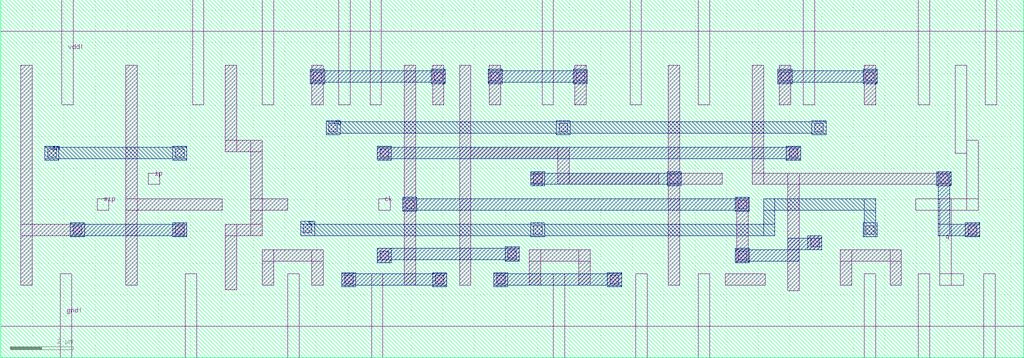
<source format=lef>

#******
# Preview export LEF
#
#	 Preview sub-version 5.10.41.500.5.95
#
# REF LIBS: myvtvt_tsmc180_lib 
# TECH LIB NAME: dump_tsmc180_techlib
# TECH FILE NAME: techfile.cds
#******

VERSION 5.5 ;

NAMESCASESENSITIVE ON ;

DIVIDERCHAR "/" ;
BUSBITCHARS "[]" ;

UNITS
    DATABASE MICRONS 1000  ;
END UNITS

 MANUFACTURINGGRID    0.045000 ;
LAYER nwell
    TYPE MASTERSLICE ;
END nwell

LAYER nactive
    TYPE MASTERSLICE ;
END nactive

LAYER pactive
    TYPE MASTERSLICE ;
END pactive

LAYER poly
    TYPE MASTERSLICE ;
END poly

LAYER glass
    TYPE MASTERSLICE ;
END glass

LAYER pad
    TYPE MASTERSLICE ;
END pad

LAYER sblock
    TYPE MASTERSLICE ;
END sblock

LAYER text
    TYPE MASTERSLICE ;
END text

LAYER res_id
    TYPE MASTERSLICE ;
END res_id

LAYER cap_id
    TYPE MASTERSLICE ;
END cap_id

LAYER metalcap
    TYPE MASTERSLICE ;
END metalcap

LAYER nodrc
    TYPE MASTERSLICE ;
END nodrc

LAYER cc
    TYPE CUT ;
    SPACING 0.360 ;
END cc

LAYER metal1
    TYPE ROUTING ;
    WIDTH 0.270 ;
    SPACING 0.270 ;
    OFFSET 0.000 ;
    PITCH 0.810 ;
    DIRECTION HORIZONTAL ;
    CAPACITANCE CPERSQDIST 38.0000000000 ;
    RESISTANCE RPERSQ 0.08000000 ;
END metal1

LAYER via
    TYPE CUT ;
    SPACING 0.270 ;
END via

LAYER metal2
    TYPE ROUTING ;
    WIDTH 0.270 ;
    SPACING 0.360 ;
    OFFSET 0.000 ;
    PITCH 0.810 ;
    DIRECTION VERTICAL ;
    CAPACITANCE CPERSQDIST 18.0000000000 ;
    RESISTANCE RPERSQ 0.08000000 ;
END metal2

LAYER via2
    TYPE CUT ;
    SPACING 0.270 ;
END via2

LAYER metal3
    TYPE ROUTING ;
    WIDTH 0.270 ;
    SPACING 0.360 ;
    OFFSET 0.000 ;
    PITCH 0.810 ;
    DIRECTION HORIZONTAL ;
    CAPACITANCE CPERSQDIST 13.0000000000 ;
    RESISTANCE RPERSQ 0.08000000 ;
END metal3

LAYER via3
    TYPE CUT ;
    SPACING 0.360 ;
END via3

LAYER metal4
    TYPE ROUTING ;
    WIDTH 0.270 ;
    SPACING 0.360 ;
    OFFSET 0.000 ;
    PITCH 0.810 ;
    DIRECTION VERTICAL ;
    CAPACITANCE CPERSQDIST 8.0000000000 ;
    RESISTANCE RPERSQ 0.08000000 ;
END metal4

LAYER via4
    TYPE CUT ;
    SPACING 0.270 ;
END via4

LAYER metal5
    TYPE ROUTING ;
    WIDTH 0.360 ;
    SPACING 0.360 ;
    OFFSET 0.000 ;
    PITCH 0.810 ;
    DIRECTION HORIZONTAL ;
    CAPACITANCE CPERSQDIST 8.0000000000 ;
    RESISTANCE RPERSQ 0.07000000 ;
END metal5

LAYER via5
    TYPE CUT ;
    SPACING 0.360 ;
END via5

LAYER metal6
    TYPE ROUTING ;
    WIDTH 0.450 ;
    SPACING 0.450 ;
    OFFSET 0.000 ;
    PITCH 1.620 ;
    DIRECTION VERTICAL ;
    CAPACITANCE CPERSQDIST 3.0000000000 ;
    RESISTANCE RPERSQ 0.03000000 ;
END metal6

VIA M1_P
    LAYER pactive ;
        RECT -0.180 -0.180 0.180 0.180 ;
    LAYER cc ;
        RECT -0.090 -0.090 0.090 0.090 ;
    LAYER metal1 ;
        RECT -0.180 -0.180 0.180 0.180 ;
END M1_P

VIA M1_N
    LAYER nactive ;
        RECT -0.180 -0.180 0.180 0.180 ;
    LAYER cc ;
        RECT -0.090 -0.090 0.090 0.090 ;
    LAYER metal1 ;
        RECT -0.180 -0.180 0.180 0.180 ;
END M1_N

VIA NTAP
    LAYER nwell ;
        RECT -0.450 -0.450 0.450 0.450 ;
    LAYER cc ;
        RECT -0.090 -0.090 0.090 0.090 ;
    LAYER metal1 ;
        RECT -0.180 -0.180 0.180 0.180 ;
END NTAP

VIA M1_POLY
    LAYER poly ;
        RECT -0.180 -0.180 0.180 0.180 ;
    LAYER cc ;
        RECT -0.090 -0.090 0.090 0.090 ;
    LAYER metal1 ;
        RECT -0.180 -0.180 0.180 0.180 ;
END M1_POLY

VIA M2_M1 DEFAULT
    LAYER metal1 ;
        RECT -0.225 -0.225 0.225 0.225 ;
    LAYER via ;
        RECT -0.135 -0.135 0.135 0.135 ;
    LAYER metal2 ;
        RECT -0.225 -0.225 0.225 0.225 ;
END M2_M1

VIA M6_M5 DEFAULT
    LAYER metal5 ;
        RECT -0.315 -0.315 0.315 0.315 ;
    LAYER via5 ;
        RECT -0.225 -0.225 0.225 0.225 ;
    LAYER metal6 ;
        RECT -0.405 -0.405 0.405 0.405 ;
END M6_M5

VIA M5_M4 DEFAULT
    LAYER metal4 ;
        RECT -0.225 -0.225 0.225 0.225 ;
    LAYER via4 ;
        RECT -0.135 -0.135 0.135 0.135 ;
    LAYER metal5 ;
        RECT -0.225 -0.225 0.225 0.225 ;
END M5_M4

VIA M4_M3 DEFAULT
    LAYER metal3 ;
        RECT -0.225 -0.225 0.225 0.225 ;
    LAYER via3 ;
        RECT -0.135 -0.135 0.135 0.135 ;
    LAYER metal4 ;
        RECT -0.225 -0.225 0.225 0.225 ;
END M4_M3

VIA M3_M2 DEFAULT
    LAYER metal2 ;
        RECT -0.225 -0.225 0.225 0.225 ;
    LAYER via2 ;
        RECT -0.135 -0.135 0.135 0.135 ;
    LAYER metal3 ;
        RECT -0.225 -0.225 0.225 0.225 ;
END M3_M2

VIARULE viagen21 GENERATE
    LAYER metal1 ;
        DIRECTION HORIZONTAL ;
        OVERHANG 0.090 ;
        METALOVERHANG 0.000 ;

    LAYER metal2 ;
        DIRECTION VERTICAL ;
        OVERHANG 0.090 ;
        METALOVERHANG 0.000 ;

    LAYER via ;
        RECT -0.135 -0.135 0.135 0.135 ;
        SPACING 0.720 BY 0.720 ;
END viagen21

VIARULE viagen65 GENERATE
    LAYER metal5 ;
        DIRECTION HORIZONTAL ;
        OVERHANG 0.090 ;
        METALOVERHANG 0.000 ;

    LAYER metal6 ;
        DIRECTION VERTICAL ;
        OVERHANG 0.090 ;
        METALOVERHANG 0.000 ;

    LAYER via5 ;
        RECT -0.135 -0.135 0.135 0.135 ;
        SPACING 1.080 BY 1.080 ;
END viagen65

VIARULE viagen54 GENERATE
    LAYER metal5 ;
        DIRECTION HORIZONTAL ;
        OVERHANG 0.090 ;
        METALOVERHANG 0.000 ;

    LAYER metal4 ;
        DIRECTION VERTICAL ;
        OVERHANG 0.090 ;
        METALOVERHANG 0.000 ;

    LAYER via4 ;
        RECT -0.135 -0.135 0.135 0.135 ;
        SPACING 0.720 BY 0.720 ;
END viagen54

VIARULE viagen43 GENERATE
    LAYER metal3 ;
        DIRECTION HORIZONTAL ;
        OVERHANG 0.090 ;
        METALOVERHANG 0.000 ;

    LAYER metal4 ;
        DIRECTION VERTICAL ;
        OVERHANG 0.090 ;
        METALOVERHANG 0.000 ;

    LAYER via3 ;
        RECT -0.135 -0.135 0.135 0.135 ;
        SPACING 0.720 BY 0.720 ;
END viagen43

VIARULE viagen32 GENERATE
    LAYER metal3 ;
        DIRECTION HORIZONTAL ;
        OVERHANG 0.090 ;
        METALOVERHANG 0.000 ;

    LAYER metal2 ;
        DIRECTION VERTICAL ;
        OVERHANG 0.090 ;
        METALOVERHANG 0.000 ;

    LAYER via2 ;
        RECT -0.135 -0.135 0.135 0.135 ;
        SPACING 0.720 BY 0.720 ;
END viagen32

SITE CoreSite
    SYMMETRY Y  ;
    CLASS CORE  ;
    SIZE 0.810 BY 11.340 ;
END CoreSite

MACRO xor2_2
    CLASS CORE ;
    FOREIGN xor2_2 0 0 ;
    ORIGIN 0.000 0.000 ;
    SIZE 7.290 BY 11.340 ;
    SYMMETRY X Y ;
    SITE CoreSite ;
    PIN op
        DIRECTION OUTPUT ;
        PORT
        LAYER metal1 ;
        RECT  4.860 4.680 5.985 5.040 ;
        RECT  4.275 5.490 5.220 5.850 ;
        RECT  4.860 3.870 5.220 5.850 ;
        RECT  4.230 3.870 5.220 4.230 ;
        RECT  4.275 5.490 4.635 9.270 ;
        RECT  4.230 2.160 4.590 4.230 ;
        END
    END op
    PIN ip1
        DIRECTION INPUT ;
        USE ANALOG ;
        PORT
        LAYER via ;
        RECT  6.345 6.345 6.615 6.615 ;
        RECT  2.295 6.345 2.565 6.615 ;
        LAYER metal2 ;
        RECT  6.255 6.255 6.705 6.705 ;
        RECT  2.205 6.300 6.705 6.660 ;
        RECT  2.205 6.255 2.655 6.705 ;
        LAYER metal1 ;
        RECT  6.255 6.255 6.705 6.705 ;
        RECT  2.205 6.255 2.655 6.705 ;
        END
    END ip1
    PIN ip2
        DIRECTION INPUT ;
        USE ANALOG ;
        PORT
        LAYER via ;
        RECT  4.230 4.725 4.500 4.995 ;
        RECT  0.675 4.725 0.945 4.995 ;
        LAYER metal2 ;
        RECT  4.140 4.635 4.590 5.085 ;
        RECT  0.585 4.680 4.590 5.040 ;
        RECT  0.585 4.635 1.035 5.085 ;
        LAYER metal1 ;
        RECT  4.140 4.635 4.590 5.085 ;
        RECT  0.585 4.635 1.035 5.085 ;
        END
    END ip2
    PIN vdd!
        DIRECTION INOUT ;
        USE POWER ;
        SHAPE ABUTMENT ;
        PORT
        LAYER metal1 ;
        RECT  0.000 10.350 7.290 11.340 ;
        RECT  5.535 6.750 5.895 11.340 ;
        RECT  2.970 7.785 3.330 11.340 ;
        RECT  0.630 6.750 0.990 11.340 ;
        END
    END vdd!
    PIN gnd!
        DIRECTION INOUT ;
        USE GROUND ;
        SHAPE ABUTMENT ;
        PORT
        LAYER metal1 ;
        RECT  0.000 0.000 7.290 0.990 ;
        RECT  5.535 0.000 5.895 3.420 ;
        RECT  2.970 0.000 3.330 3.420 ;
        RECT  0.630 0.000 0.990 3.420 ;
        END
    END gnd!
    OBS
        LAYER metal1 ;
        RECT  1.395 5.445 1.845 5.895 ;
        RECT  1.440 2.160 1.800 9.270 ;
        RECT  3.015 3.825 3.465 4.275 ;
        RECT  3.060 3.825 3.420 5.040 ;
        RECT  2.250 4.680 3.420 5.040 ;
        RECT  2.250 2.160 2.610 5.850 ;
        RECT  2.250 5.490 3.420 5.850 ;
        RECT  3.060 5.490 3.420 7.425 ;
        RECT  2.250 7.065 3.420 7.425 ;
        RECT  2.250 7.065 2.610 9.270 ;
        RECT  5.580 5.445 6.030 5.895 ;
        RECT  6.255 3.825 6.705 4.275 ;
        LAYER via ;
        RECT  1.485 5.535 1.755 5.805 ;
        RECT  3.105 3.915 3.375 4.185 ;
        RECT  5.670 5.535 5.940 5.805 ;
        RECT  6.345 3.915 6.615 4.185 ;
        LAYER metal2 ;
        RECT  1.395 5.490 6.030 5.850 ;
        RECT  1.395 5.445 1.845 5.895 ;
        RECT  5.580 5.445 6.030 5.895 ;
        RECT  3.015 3.870 6.705 4.230 ;
        RECT  3.015 3.825 3.465 4.275 ;
        RECT  6.255 3.825 6.705 4.275 ;
    END
END xor2_2

MACRO xor2_1
    CLASS CORE ;
    FOREIGN xor2_1 0 0 ;
    ORIGIN 0.000 0.000 ;
    SIZE 7.290 BY 11.340 ;
    SYMMETRY X Y ;
    SITE CoreSite ;
    PIN ip1
        DIRECTION INPUT ;
        USE ANALOG ;
        PORT
        LAYER via ;
        RECT  5.985 6.345 6.255 6.615 ;
        RECT  2.295 6.345 2.565 6.615 ;
        LAYER metal2 ;
        RECT  5.895 6.255 6.345 6.705 ;
        RECT  2.205 6.300 6.345 6.660 ;
        RECT  2.205 6.255 2.655 6.705 ;
        LAYER metal1 ;
        RECT  5.895 6.255 6.345 6.705 ;
        RECT  2.205 6.255 2.655 6.705 ;
        END
    END ip1
    PIN ip2
        DIRECTION INPUT ;
        USE ANALOG ;
        PORT
        LAYER via ;
        RECT  4.185 5.535 4.455 5.805 ;
        RECT  0.675 5.535 0.945 5.805 ;
        LAYER metal2 ;
        RECT  4.095 5.445 4.545 5.895 ;
        RECT  0.585 5.490 4.545 5.850 ;
        RECT  0.585 5.445 1.035 5.895 ;
        LAYER metal1 ;
        RECT  4.095 5.445 4.545 5.895 ;
        RECT  0.585 5.445 1.035 5.895 ;
        END
    END ip2
    PIN op
        DIRECTION OUTPUT ;
        PORT
        LAYER metal1 ;
        RECT  4.995 5.490 5.895 5.850 ;
        RECT  4.275 7.110 5.355 7.470 ;
        RECT  4.995 3.870 5.355 7.470 ;
        RECT  4.230 3.870 5.355 4.230 ;
        RECT  4.275 7.110 4.635 9.270 ;
        RECT  4.230 2.160 4.590 4.230 ;
        END
    END op
    PIN vdd!
        DIRECTION INOUT ;
        USE POWER ;
        SHAPE ABUTMENT ;
        PORT
        LAYER metal1 ;
        RECT  0.000 10.350 7.290 11.340 ;
        RECT  5.535 8.010 5.895 11.340 ;
        RECT  2.970 8.010 3.330 11.340 ;
        RECT  0.630 8.010 0.990 11.340 ;
        END
    END vdd!
    PIN gnd!
        DIRECTION INOUT ;
        USE GROUND ;
        SHAPE ABUTMENT ;
        PORT
        LAYER metal1 ;
        RECT  0.000 0.000 7.290 0.990 ;
        RECT  5.535 0.000 5.895 2.790 ;
        RECT  2.970 0.000 3.330 2.790 ;
        RECT  0.630 0.000 0.990 2.790 ;
        END
    END gnd!
    OBS
        LAYER metal1 ;
        RECT  1.395 4.635 1.845 5.085 ;
        RECT  1.440 2.160 1.800 9.270 ;
        RECT  2.250 2.160 2.610 3.510 ;
        RECT  2.250 3.150 3.780 3.510 ;
        RECT  3.375 3.825 3.825 4.275 ;
        RECT  3.420 3.150 3.780 7.650 ;
        RECT  2.250 7.290 3.780 7.650 ;
        RECT  2.250 7.290 2.610 9.270 ;
        RECT  5.805 4.635 6.255 5.085 ;
        RECT  5.895 3.825 6.345 4.275 ;
        LAYER via ;
        RECT  1.485 4.725 1.755 4.995 ;
        RECT  3.465 3.915 3.735 4.185 ;
        RECT  5.895 4.725 6.165 4.995 ;
        RECT  5.985 3.915 6.255 4.185 ;
        LAYER metal2 ;
        RECT  1.395 4.680 6.255 5.040 ;
        RECT  1.395 4.635 1.845 5.085 ;
        RECT  5.805 4.635 6.255 5.085 ;
        RECT  3.375 3.870 6.345 4.230 ;
        RECT  3.375 3.825 3.825 4.275 ;
        RECT  5.895 3.825 6.345 4.275 ;
    END
END xor2_1

MACRO xnor2_2
    CLASS CORE ;
    FOREIGN xnor2_2 0 0 ;
    ORIGIN 0.000 0.000 ;
    SIZE 8.100 BY 11.340 ;
    SYMMETRY X Y ;
    SITE CoreSite ;
    PIN ip1
        DIRECTION INPUT ;
        USE ANALOG ;
        PORT
        LAYER via ;
        RECT  5.715 6.345 5.985 6.615 ;
        RECT  2.295 6.345 2.565 6.615 ;
        LAYER metal2 ;
        RECT  5.625 6.255 6.075 6.705 ;
        RECT  2.205 6.300 6.075 6.660 ;
        RECT  2.205 6.255 2.655 6.705 ;
        LAYER metal1 ;
        RECT  5.625 6.255 6.075 6.705 ;
        RECT  2.205 6.255 2.655 6.705 ;
        END
    END ip1
    PIN ip2
        DIRECTION INPUT ;
        USE ANALOG ;
        PORT
        LAYER via ;
        RECT  4.140 4.725 4.410 4.995 ;
        RECT  0.675 4.725 0.945 4.995 ;
        LAYER metal2 ;
        RECT  4.050 4.635 4.500 5.085 ;
        RECT  0.585 4.680 4.500 5.040 ;
        RECT  0.585 4.635 1.035 5.085 ;
        LAYER metal1 ;
        RECT  4.050 4.635 4.500 5.085 ;
        RECT  0.585 4.635 1.035 5.085 ;
        END
    END ip2
    PIN op
        DIRECTION OUTPUT ;
        PORT
        LAYER metal1 ;
        RECT  7.110 6.300 7.470 9.270 ;
        RECT  6.615 3.870 7.470 4.230 ;
        RECT  7.110 2.160 7.470 4.230 ;
        RECT  6.615 6.300 7.470 6.660 ;
        RECT  6.615 3.870 6.975 6.660 ;
        END
    END op
    PIN vdd!
        DIRECTION INOUT ;
        USE POWER ;
        SHAPE ABUTMENT ;
        PORT
        LAYER metal1 ;
        RECT  0.000 10.350 8.100 11.340 ;
        RECT  6.300 6.975 6.660 11.340 ;
        RECT  5.490 8.010 5.850 11.340 ;
        RECT  2.880 8.010 3.240 11.340 ;
        RECT  0.630 8.010 0.990 11.340 ;
        END
    END vdd!
    PIN gnd!
        DIRECTION INOUT ;
        USE GROUND ;
        SHAPE ABUTMENT ;
        PORT
        LAYER metal1 ;
        RECT  0.000 0.000 8.100 0.990 ;
        RECT  6.300 0.000 6.660 3.420 ;
        RECT  5.490 0.000 5.850 2.790 ;
        RECT  2.880 0.000 3.240 2.790 ;
        RECT  0.630 0.000 0.990 2.790 ;
        END
    END gnd!
    OBS
        LAYER metal1 ;
        RECT  1.395 5.445 1.845 5.895 ;
        RECT  1.440 2.160 1.800 9.270 ;
        RECT  2.160 2.160 2.520 3.420 ;
        RECT  2.160 3.060 3.735 3.420 ;
        RECT  3.330 3.825 3.780 4.275 ;
        RECT  3.375 3.060 3.735 7.470 ;
        RECT  2.160 7.110 3.735 7.470 ;
        RECT  2.160 7.110 2.520 9.270 ;
        RECT  5.625 3.825 6.075 4.275 ;
        RECT  4.140 2.160 4.500 3.420 ;
        RECT  4.140 3.060 5.355 3.420 ;
        RECT  4.995 4.680 6.165 5.040 ;
        RECT  4.995 3.060 5.355 6.210 ;
        RECT  4.185 5.850 5.355 6.210 ;
        RECT  4.185 5.850 4.545 9.270 ;
        RECT  5.805 5.445 6.255 5.895 ;
        LAYER via ;
        RECT  1.485 5.535 1.755 5.805 ;
        RECT  3.420 3.915 3.690 4.185 ;
        RECT  5.715 3.915 5.985 4.185 ;
        RECT  5.895 5.535 6.165 5.805 ;
        LAYER metal2 ;
        RECT  3.330 3.870 6.075 4.230 ;
        RECT  3.330 3.825 3.780 4.275 ;
        RECT  5.625 3.825 6.075 4.275 ;
        RECT  1.350 5.490 6.255 5.850 ;
        RECT  1.395 5.445 1.845 5.895 ;
        RECT  5.805 5.445 6.255 5.895 ;
    END
END xnor2_2

MACRO xnor2_1
    CLASS CORE ;
    FOREIGN xnor2_1 0 0 ;
    ORIGIN 0.000 0.000 ;
    SIZE 8.100 BY 11.340 ;
    SYMMETRY X Y ;
    SITE CoreSite ;
    PIN ip1
        DIRECTION INPUT ;
        USE ANALOG ;
        PORT
        LAYER via ;
        RECT  5.715 6.345 5.985 6.615 ;
        RECT  2.295 6.345 2.565 6.615 ;
        LAYER metal2 ;
        RECT  5.625 6.255 6.075 6.705 ;
        RECT  2.205 6.300 6.075 6.660 ;
        RECT  2.205 6.255 2.655 6.705 ;
        LAYER metal1 ;
        RECT  5.625 6.255 6.075 6.705 ;
        RECT  2.205 6.255 2.655 6.705 ;
        END
    END ip1
    PIN ip2
        DIRECTION INPUT ;
        USE ANALOG ;
        PORT
        LAYER via ;
        RECT  4.140 4.725 4.410 4.995 ;
        RECT  0.675 4.725 0.945 4.995 ;
        LAYER metal2 ;
        RECT  4.050 4.635 4.500 5.085 ;
        RECT  0.585 4.680 4.500 5.040 ;
        RECT  0.585 4.635 1.035 5.085 ;
        LAYER metal1 ;
        RECT  4.050 4.635 4.500 5.085 ;
        RECT  0.585 4.635 1.035 5.085 ;
        END
    END ip2
    PIN op
        DIRECTION OUTPUT ;
        PORT
        LAYER metal1 ;
        RECT  7.110 6.300 7.470 9.270 ;
        RECT  6.615 3.870 7.470 4.230 ;
        RECT  7.110 2.160 7.470 4.230 ;
        RECT  6.615 6.300 7.470 6.660 ;
        RECT  6.615 3.870 6.975 6.660 ;
        END
    END op
    PIN vdd!
        DIRECTION INOUT ;
        USE POWER ;
        SHAPE ABUTMENT ;
        PORT
        LAYER metal1 ;
        RECT  0.000 10.350 8.100 11.340 ;
        RECT  6.300 8.010 6.660 11.340 ;
        RECT  5.490 8.010 5.850 11.340 ;
        RECT  2.880 8.010 3.240 11.340 ;
        RECT  0.630 8.010 0.990 11.340 ;
        END
    END vdd!
    PIN gnd!
        DIRECTION INOUT ;
        USE GROUND ;
        SHAPE ABUTMENT ;
        PORT
        LAYER metal1 ;
        RECT  0.000 0.000 8.100 0.990 ;
        RECT  6.300 0.000 6.660 2.790 ;
        RECT  5.490 0.000 5.850 2.790 ;
        RECT  2.880 0.000 3.240 2.790 ;
        RECT  0.630 0.000 0.990 2.790 ;
        END
    END gnd!
    OBS
        LAYER metal1 ;
        RECT  1.395 5.445 1.845 5.895 ;
        RECT  1.440 2.160 1.800 9.270 ;
        RECT  2.160 2.160 2.520 3.420 ;
        RECT  2.160 3.060 3.735 3.420 ;
        RECT  3.330 3.825 3.780 4.275 ;
        RECT  3.375 3.060 3.735 7.470 ;
        RECT  2.160 7.110 3.735 7.470 ;
        RECT  2.160 7.110 2.520 9.270 ;
        RECT  5.625 3.825 6.075 4.275 ;
        RECT  4.140 2.160 4.500 3.420 ;
        RECT  4.140 3.060 5.355 3.420 ;
        RECT  4.995 4.680 6.165 5.040 ;
        RECT  4.995 3.060 5.355 6.210 ;
        RECT  4.185 5.850 5.355 6.210 ;
        RECT  4.185 5.850 4.545 9.270 ;
        RECT  5.805 5.445 6.255 5.895 ;
        LAYER via ;
        RECT  1.485 5.535 1.755 5.805 ;
        RECT  3.420 3.915 3.690 4.185 ;
        RECT  5.715 3.915 5.985 4.185 ;
        RECT  5.895 5.535 6.165 5.805 ;
        LAYER metal2 ;
        RECT  3.330 3.870 6.075 4.230 ;
        RECT  3.330 3.825 3.780 4.275 ;
        RECT  5.625 3.825 6.075 4.275 ;
        RECT  1.350 5.490 6.255 5.850 ;
        RECT  1.395 5.445 1.845 5.895 ;
        RECT  5.805 5.445 6.255 5.895 ;
    END
END xnor2_1

MACRO or4_4
    CLASS CORE ;
    FOREIGN or4_4 0 0 ;
    ORIGIN 0.000 0.000 ;
    SIZE 6.480 BY 11.340 ;
    SYMMETRY X Y ;
    SITE CoreSite ;
    PIN ip4
        DIRECTION INPUT ;
        USE ANALOG ;
        PORT
        LAYER metal1 ;
        RECT  3.870 5.445 4.230 5.805 ;
        END
    END ip4
    PIN op
        DIRECTION OUTPUT ;
        PORT
        LAYER metal1 ;
        RECT  4.860 3.870 5.220 6.480 ;
        RECT  4.680 2.160 5.040 4.230 ;
        RECT  4.545 6.120 4.905 9.270 ;
        END
    END op
    PIN ip3
        DIRECTION INPUT ;
        USE ANALOG ;
        PORT
        LAYER metal1 ;
        RECT  2.250 4.680 2.610 5.040 ;
        END
    END ip3
    PIN ip2
        DIRECTION INPUT ;
        USE ANALOG ;
        PORT
        LAYER metal1 ;
        RECT  1.440 5.490 1.800 5.850 ;
        END
    END ip2
    PIN ip1
        DIRECTION INPUT ;
        USE ANALOG ;
        PORT
        LAYER metal1 ;
        RECT  0.630 6.300 0.990 6.660 ;
        END
    END ip1
    PIN vdd!
        DIRECTION INOUT ;
        USE POWER ;
        SHAPE ABUTMENT ;
        PORT
        LAYER metal1 ;
        RECT  0.000 10.350 6.480 11.340 ;
        RECT  5.310 6.750 5.670 11.340 ;
        RECT  3.825 6.750 4.185 11.340 ;
        END
    END vdd!
    PIN gnd!
        DIRECTION INOUT ;
        USE GROUND ;
        SHAPE ABUTMENT ;
        PORT
        LAYER metal1 ;
        RECT  0.000 0.000 6.480 0.990 ;
        RECT  5.400 0.000 5.760 3.420 ;
        RECT  3.870 0.000 4.230 3.420 ;
        RECT  2.250 0.000 2.610 3.420 ;
        RECT  0.630 0.000 0.990 3.420 ;
        END
    END gnd!
    OBS
        LAYER metal1 ;
        RECT  1.440 2.160 1.800 4.230 ;
        RECT  1.440 3.870 3.420 4.230 ;
        RECT  3.060 4.500 4.410 4.860 ;
        RECT  3.060 2.160 3.420 6.660 ;
        RECT  1.485 6.300 3.420 6.660 ;
        RECT  1.485 6.300 1.845 9.270 ;
    END
END or4_4

MACRO or4_2
    CLASS CORE ;
    FOREIGN or4_2 0 0 ;
    ORIGIN 0.000 0.000 ;
    SIZE 5.670 BY 11.340 ;
    SYMMETRY X Y ;
    SITE CoreSite ;
    PIN op
        DIRECTION OUTPUT ;
        PORT
        LAYER metal1 ;
        RECT  4.680 2.160 5.040 6.660 ;
        RECT  4.545 6.300 4.905 9.270 ;
        END
    END op
    PIN ip4
        DIRECTION INPUT ;
        USE ANALOG ;
        PORT
        LAYER metal1 ;
        RECT  3.870 5.490 4.230 5.850 ;
        END
    END ip4
    PIN ip3
        DIRECTION INPUT ;
        USE ANALOG ;
        PORT
        LAYER metal1 ;
        RECT  2.250 4.680 2.610 5.040 ;
        END
    END ip3
    PIN ip2
        DIRECTION INPUT ;
        USE ANALOG ;
        PORT
        LAYER metal1 ;
        RECT  1.440 5.490 1.800 5.850 ;
        END
    END ip2
    PIN ip1
        DIRECTION INPUT ;
        USE ANALOG ;
        PORT
        LAYER metal1 ;
        RECT  0.630 6.300 0.990 6.660 ;
        END
    END ip1
    PIN gnd!
        DIRECTION INOUT ;
        USE GROUND ;
        SHAPE ABUTMENT ;
        PORT
        LAYER metal1 ;
        RECT  0.000 0.000 5.670 0.990 ;
        RECT  3.870 0.000 4.230 3.420 ;
        RECT  2.250 0.000 2.610 3.420 ;
        RECT  0.630 0.000 0.990 3.420 ;
        END
    END gnd!
    PIN vdd!
        DIRECTION INOUT ;
        USE POWER ;
        SHAPE ABUTMENT ;
        PORT
        LAYER metal1 ;
        RECT  0.000 10.350 5.670 11.340 ;
        RECT  3.825 6.750 4.185 11.340 ;
        END
    END vdd!
    OBS
        LAYER metal1 ;
        RECT  1.440 2.160 1.800 4.230 ;
        RECT  1.440 3.870 3.420 4.230 ;
        RECT  3.060 4.500 4.410 4.860 ;
        RECT  3.060 2.160 3.420 6.660 ;
        RECT  1.485 6.300 3.420 6.660 ;
        RECT  1.485 6.300 1.845 9.270 ;
    END
END or4_2

MACRO or4_1
    CLASS CORE ;
    FOREIGN or4_1 0 0 ;
    ORIGIN 0.000 0.000 ;
    SIZE 5.670 BY 11.340 ;
    SYMMETRY X Y ;
    SITE CoreSite ;
    PIN op
        DIRECTION OUTPUT ;
        PORT
        LAYER metal1 ;
        RECT  4.680 2.160 5.040 7.470 ;
        RECT  4.545 7.110 4.905 9.270 ;
        END
    END op
    PIN ip4
        DIRECTION INPUT ;
        USE ANALOG ;
        PORT
        LAYER metal1 ;
        RECT  3.060 4.680 3.420 5.040 ;
        END
    END ip4
    PIN ip3
        DIRECTION INPUT ;
        USE ANALOG ;
        PORT
        LAYER metal1 ;
        RECT  2.250 5.490 2.610 5.850 ;
        END
    END ip3
    PIN ip2
        DIRECTION INPUT ;
        USE ANALOG ;
        PORT
        LAYER metal1 ;
        RECT  1.440 6.300 1.800 6.660 ;
        END
    END ip2
    PIN ip1
        DIRECTION INPUT ;
        USE ANALOG ;
        PORT
        LAYER metal1 ;
        RECT  0.630 3.060 0.990 3.420 ;
        END
    END ip1
    PIN gnd!
        DIRECTION INOUT ;
        USE GROUND ;
        SHAPE ABUTMENT ;
        PORT
        LAYER metal1 ;
        RECT  0.000 0.000 5.670 0.990 ;
        RECT  3.870 0.000 4.230 2.790 ;
        RECT  2.250 0.000 2.610 2.790 ;
        RECT  0.630 0.000 0.990 2.790 ;
        END
    END gnd!
    PIN vdd!
        DIRECTION INOUT ;
        USE POWER ;
        SHAPE ABUTMENT ;
        PORT
        LAYER metal1 ;
        RECT  0.000 10.350 5.670 11.340 ;
        RECT  3.825 8.010 4.185 11.340 ;
        END
    END vdd!
    OBS
        LAYER metal1 ;
        RECT  2.205 6.255 2.655 6.705 ;
        RECT  2.250 6.255 2.610 7.470 ;
        RECT  1.485 7.110 2.610 7.470 ;
        RECT  1.485 7.110 1.845 9.270 ;
        RECT  1.440 2.160 1.800 3.420 ;
        RECT  1.440 3.060 3.420 3.420 ;
        RECT  3.060 2.160 3.420 4.230 ;
        RECT  3.060 3.870 4.230 4.230 ;
        RECT  3.870 3.870 4.230 6.705 ;
        RECT  3.825 6.255 4.275 6.705 ;
        LAYER via ;
        RECT  2.295 6.345 2.565 6.615 ;
        RECT  3.915 6.345 4.185 6.615 ;
        LAYER metal2 ;
        RECT  2.205 6.300 4.275 6.660 ;
        RECT  2.205 6.255 2.655 6.705 ;
        RECT  3.825 6.255 4.275 6.705 ;
    END
END or4_1

MACRO or3_4
    CLASS CORE ;
    FOREIGN or3_4 0 0 ;
    ORIGIN 0.000 0.000 ;
    SIZE 6.480 BY 11.340 ;
    SYMMETRY X Y ;
    SITE CoreSite ;
    PIN ip3
        DIRECTION INPUT ;
        USE ANALOG ;
        PORT
        LAYER metal1 ;
        RECT  3.060 3.870 3.420 4.230 ;
        END
    END ip3
    PIN ip2
        DIRECTION INPUT ;
        USE ANALOG ;
        PORT
        LAYER metal1 ;
        RECT  2.250 4.680 2.610 5.040 ;
        END
    END ip2
    PIN ip1
        DIRECTION INPUT ;
        USE ANALOG ;
        PORT
        LAYER metal1 ;
        RECT  0.630 5.490 0.990 5.850 ;
        END
    END ip1
    PIN op
        DIRECTION OUTPUT ;
        PORT
        LAYER metal1 ;
        RECT  4.005 2.160 4.365 3.780 ;
        RECT  3.465 4.680 4.230 5.040 ;
        RECT  3.870 3.420 4.230 5.040 ;
        RECT  3.465 4.680 3.825 9.270 ;
        END
    END op
    PIN vdd!
        DIRECTION INOUT ;
        USE POWER ;
        SHAPE ABUTMENT ;
        PORT
        LAYER metal1 ;
        RECT  0.000 10.350 6.480 11.340 ;
        RECT  4.275 6.750 4.635 11.340 ;
        RECT  2.610 6.750 2.970 11.340 ;
        END
    END vdd!
    PIN gnd!
        DIRECTION INOUT ;
        USE GROUND ;
        SHAPE ABUTMENT ;
        PORT
        LAYER metal1 ;
        RECT  0.000 0.000 6.480 0.990 ;
        RECT  4.815 0.000 5.175 3.420 ;
        RECT  3.195 0.000 3.555 3.420 ;
        RECT  1.575 0.000 1.935 3.150 ;
        END
    END gnd!
    OBS
        LAYER metal1 ;
        RECT  0.765 2.160 1.125 3.780 ;
        RECT  2.385 2.160 2.745 3.780 ;
        RECT  0.765 3.420 2.745 3.780 ;
        RECT  1.530 5.445 1.980 5.895 ;
        RECT  1.575 3.420 1.935 6.660 ;
        RECT  0.765 6.300 1.935 6.660 ;
        RECT  0.765 6.300 1.125 9.270 ;
        RECT  4.590 5.445 5.040 5.895 ;
        LAYER via ;
        RECT  1.620 5.535 1.890 5.805 ;
        RECT  4.680 5.535 4.950 5.805 ;
        LAYER metal2 ;
        RECT  1.530 5.490 5.040 5.850 ;
        RECT  1.530 5.445 1.980 5.895 ;
        RECT  4.590 5.445 5.040 5.895 ;
    END
END or3_4

MACRO or3_2
    CLASS CORE ;
    FOREIGN or3_2 0 0 ;
    ORIGIN 0.000 0.000 ;
    SIZE 5.670 BY 11.340 ;
    SYMMETRY X Y ;
    SITE CoreSite ;
    PIN ip2
        DIRECTION INPUT ;
        USE ANALOG ;
        PORT
        LAYER metal1 ;
        RECT  1.440 4.680 1.800 5.040 ;
        END
    END ip2
    PIN ip1
        DIRECTION INPUT ;
        USE ANALOG ;
        PORT
        LAYER metal1 ;
        RECT  0.630 5.490 0.990 5.850 ;
        END
    END ip1
    PIN ip3
        DIRECTION INPUT ;
        USE ANALOG ;
        PORT
        LAYER metal1 ;
        RECT  3.060 3.870 3.420 4.230 ;
        END
    END ip3
    PIN op
        DIRECTION OUTPUT ;
        PORT
        LAYER metal1 ;
        RECT  4.005 2.160 4.365 3.780 ;
        RECT  2.835 4.680 4.230 5.040 ;
        RECT  3.870 3.420 4.230 5.040 ;
        RECT  3.465 6.165 3.825 9.270 ;
        RECT  2.835 6.165 3.825 6.525 ;
        RECT  2.835 4.680 3.195 6.525 ;
        END
    END op
    PIN gnd!
        DIRECTION INOUT ;
        USE GROUND ;
        SHAPE ABUTMENT ;
        PORT
        LAYER metal1 ;
        RECT  0.000 0.000 5.670 0.990 ;
        RECT  3.195 0.000 3.555 3.420 ;
        RECT  1.575 0.000 1.935 3.150 ;
        END
    END gnd!
    PIN vdd!
        DIRECTION INOUT ;
        USE POWER ;
        SHAPE ABUTMENT ;
        PORT
        LAYER metal1 ;
        RECT  0.000 10.350 5.670 11.340 ;
        RECT  2.610 6.795 2.970 11.340 ;
        END
    END vdd!
    OBS
        LAYER metal1 ;
        RECT  0.765 2.160 1.125 3.780 ;
        RECT  2.385 2.160 2.745 3.780 ;
        RECT  0.765 3.420 2.745 3.780 ;
        RECT  2.070 3.420 2.430 5.895 ;
        RECT  1.980 5.445 2.430 5.895 ;
        RECT  1.665 5.490 2.025 6.750 ;
        RECT  0.765 6.390 2.025 6.750 ;
        RECT  0.765 6.390 1.125 9.270 ;
        RECT  3.510 5.445 3.960 5.895 ;
        LAYER via ;
        RECT  2.070 5.535 2.340 5.805 ;
        RECT  3.600 5.535 3.870 5.805 ;
        LAYER metal2 ;
        RECT  1.980 5.490 3.960 5.850 ;
        RECT  1.980 5.445 2.430 5.895 ;
        RECT  3.510 5.445 3.960 5.895 ;
    END
END or3_2

MACRO or3_1
    CLASS CORE ;
    FOREIGN or3_1 0 0 ;
    ORIGIN 0.000 0.000 ;
    SIZE 5.670 BY 11.340 ;
    SYMMETRY X Y ;
    SITE CoreSite ;
    PIN ip2
        DIRECTION INPUT ;
        USE ANALOG ;
        PORT
        LAYER metal1 ;
        RECT  1.440 5.490 1.800 5.850 ;
        END
    END ip2
    PIN op
        DIRECTION OUTPUT ;
        PORT
        LAYER metal1 ;
        RECT  4.005 2.160 4.365 3.420 ;
        RECT  2.835 5.490 4.230 5.850 ;
        RECT  3.870 3.060 4.230 5.850 ;
        RECT  3.465 7.110 3.825 9.270 ;
        RECT  2.835 7.110 3.825 7.470 ;
        RECT  2.835 5.490 3.195 7.470 ;
        END
    END op
    PIN ip3
        DIRECTION INPUT ;
        USE ANALOG ;
        PORT
        LAYER metal1 ;
        RECT  3.060 4.680 3.420 5.040 ;
        END
    END ip3
    PIN ip1
        DIRECTION INPUT ;
        USE ANALOG ;
        PORT
        LAYER metal1 ;
        RECT  0.630 4.680 0.990 5.040 ;
        END
    END ip1
    PIN gnd!
        DIRECTION INOUT ;
        USE GROUND ;
        SHAPE ABUTMENT ;
        PORT
        LAYER metal1 ;
        RECT  0.000 0.000 5.670 0.990 ;
        RECT  3.195 0.000 3.555 2.790 ;
        RECT  1.575 0.000 1.935 2.790 ;
        END
    END gnd!
    PIN vdd!
        DIRECTION INOUT ;
        USE POWER ;
        SHAPE ABUTMENT ;
        PORT
        LAYER metal1 ;
        RECT  0.000 10.350 5.670 11.340 ;
        RECT  2.610 8.010 2.970 11.340 ;
        END
    END vdd!
    OBS
        LAYER metal1 ;
        RECT  0.765 2.160 1.125 3.780 ;
        RECT  2.385 2.160 2.745 3.780 ;
        RECT  0.765 3.420 2.745 3.780 ;
        RECT  2.025 6.255 2.475 6.705 ;
        RECT  2.070 3.420 2.430 7.470 ;
        RECT  0.765 7.110 2.430 7.470 ;
        RECT  0.765 7.110 1.125 9.270 ;
        RECT  3.510 6.255 3.960 6.705 ;
        LAYER via ;
        RECT  2.115 6.345 2.385 6.615 ;
        RECT  3.600 6.345 3.870 6.615 ;
        LAYER metal2 ;
        RECT  2.025 6.300 3.960 6.660 ;
        RECT  2.025 6.255 2.475 6.705 ;
        RECT  3.510 6.255 3.960 6.705 ;
    END
END or3_1

MACRO or2_4
    CLASS CORE ;
    FOREIGN or2_4 0 0 ;
    ORIGIN 0.000 0.000 ;
    SIZE 4.860 BY 11.340 ;
    SYMMETRY X Y ;
    SITE CoreSite ;
    PIN op
        DIRECTION OUTPUT ;
        PORT
        LAYER metal1 ;
        RECT  3.060 2.160 3.420 9.270 ;
        END
    END op
    PIN ip2
        DIRECTION INPUT ;
        USE ANALOG ;
        PORT
        LAYER metal1 ;
        RECT  1.440 4.680 1.800 5.040 ;
        END
    END ip2
    PIN ip1
        DIRECTION INPUT ;
        USE ANALOG ;
        PORT
        LAYER metal1 ;
        RECT  0.630 3.870 0.990 4.230 ;
        END
    END ip1
    PIN vdd!
        DIRECTION INOUT ;
        USE POWER ;
        SHAPE ABUTMENT ;
        PORT
        LAYER metal1 ;
        RECT  0.000 10.350 4.860 11.340 ;
        RECT  3.825 6.750 4.185 11.340 ;
        RECT  2.250 6.750 2.610 11.340 ;
        END
    END vdd!
    PIN gnd!
        DIRECTION INOUT ;
        USE GROUND ;
        SHAPE ABUTMENT ;
        PORT
        LAYER metal1 ;
        RECT  0.000 0.000 4.860 0.990 ;
        RECT  3.870 0.000 4.230 3.420 ;
        RECT  2.250 0.000 2.610 3.420 ;
        RECT  0.630 0.000 0.990 3.420 ;
        END
    END gnd!
    OBS
        LAYER metal1 ;
        RECT  1.440 2.160 1.800 4.230 ;
        RECT  1.440 3.870 2.610 4.230 ;
        RECT  2.250 3.870 2.610 5.670 ;
        RECT  0.855 5.310 2.745 5.670 ;
        RECT  0.855 5.310 1.215 9.270 ;
    END
END or2_4

MACRO or2_2
    CLASS CORE ;
    FOREIGN or2_2 0 0 ;
    ORIGIN 0.000 0.000 ;
    SIZE 4.050 BY 11.340 ;
    SYMMETRY X Y ;
    SITE CoreSite ;
    PIN ip1
        DIRECTION INPUT ;
        USE ANALOG ;
        PORT
        LAYER metal1 ;
        RECT  0.630 3.870 0.990 4.230 ;
        END
    END ip1
    PIN ip2
        DIRECTION INPUT ;
        USE ANALOG ;
        PORT
        LAYER metal1 ;
        RECT  1.440 4.680 1.800 5.040 ;
        END
    END ip2
    PIN op
        DIRECTION OUTPUT ;
        PORT
        LAYER metal1 ;
        RECT  3.060 2.160 3.420 9.270 ;
        END
    END op
    PIN gnd!
        DIRECTION INOUT ;
        USE GROUND ;
        SHAPE ABUTMENT ;
        PORT
        LAYER metal1 ;
        RECT  0.000 0.000 4.050 0.990 ;
        RECT  2.250 0.000 2.610 3.420 ;
        RECT  0.630 0.000 0.990 3.420 ;
        END
    END gnd!
    PIN vdd!
        DIRECTION INOUT ;
        USE POWER ;
        SHAPE ABUTMENT ;
        PORT
        LAYER metal1 ;
        RECT  0.000 10.350 4.050 11.340 ;
        RECT  2.250 6.750 2.610 11.340 ;
        END
    END vdd!
    OBS
        LAYER metal1 ;
        RECT  1.440 2.160 1.800 4.230 ;
        RECT  1.440 3.870 2.610 4.230 ;
        RECT  2.250 3.870 2.610 5.670 ;
        RECT  0.855 5.310 2.745 5.670 ;
        RECT  0.855 5.310 1.215 9.270 ;
    END
END or2_2

MACRO or2_1
    CLASS CORE ;
    FOREIGN or2_1 0 0 ;
    ORIGIN 0.000 0.000 ;
    SIZE 4.050 BY 11.340 ;
    SYMMETRY X Y ;
    SITE CoreSite ;
    PIN ip1
        DIRECTION INPUT ;
        USE ANALOG ;
        PORT
        LAYER metal1 ;
        RECT  0.630 3.870 0.990 4.230 ;
        END
    END ip1
    PIN ip2
        DIRECTION INPUT ;
        USE ANALOG ;
        PORT
        LAYER metal1 ;
        RECT  1.440 4.680 1.800 5.040 ;
        END
    END ip2
    PIN op
        DIRECTION OUTPUT ;
        PORT
        LAYER metal1 ;
        RECT  3.060 2.160 3.420 9.270 ;
        END
    END op
    PIN gnd!
        DIRECTION INOUT ;
        USE GROUND ;
        SHAPE ABUTMENT ;
        PORT
        LAYER metal1 ;
        RECT  0.000 0.000 4.050 0.990 ;
        RECT  2.250 0.000 2.610 2.790 ;
        RECT  0.630 0.000 0.990 2.790 ;
        END
    END gnd!
    PIN vdd!
        DIRECTION INOUT ;
        USE POWER ;
        SHAPE ABUTMENT ;
        PORT
        LAYER metal1 ;
        RECT  0.000 10.350 4.050 11.340 ;
        RECT  2.250 8.010 2.610 11.340 ;
        END
    END vdd!
    OBS
        LAYER metal1 ;
        RECT  1.440 2.160 1.800 4.230 ;
        RECT  1.440 3.870 2.610 4.230 ;
        RECT  2.250 3.870 2.610 5.670 ;
        RECT  0.855 5.310 2.745 5.670 ;
        RECT  0.855 5.310 1.215 9.270 ;
    END
END or2_1

MACRO not_ab_or_c_or_d
    CLASS CORE ;
    FOREIGN not_ab_or_c_or_d 0 0 ;
    ORIGIN 0.000 0.000 ;
    SIZE 5.670 BY 11.340 ;
    SYMMETRY X Y ;
    SITE CoreSite ;
    PIN ip1
        DIRECTION INPUT ;
        USE ANALOG ;
        PORT
        LAYER metal1 ;
        RECT  0.630 3.870 0.990 4.230 ;
        END
    END ip1
    PIN ip3
        DIRECTION INPUT ;
        USE ANALOG ;
        PORT
        LAYER metal1 ;
        RECT  3.060 5.490 3.420 5.850 ;
        END
    END ip3
    PIN op
        DIRECTION OUTPUT ;
        PORT
        LAYER metal1 ;
        RECT  4.680 5.490 5.040 9.270 ;
        RECT  3.870 5.490 5.040 5.850 ;
        RECT  3.870 2.160 4.230 5.850 ;
        RECT  2.250 3.060 4.230 3.420 ;
        RECT  2.250 2.160 2.610 3.420 ;
        END
    END op
    PIN ip4
        DIRECTION INPUT ;
        USE ANALOG ;
        PORT
        LAYER metal1 ;
        RECT  4.680 3.870 5.040 4.230 ;
        END
    END ip4
    PIN ip2
        DIRECTION INPUT ;
        USE ANALOG ;
        PORT
        LAYER metal1 ;
        RECT  2.250 4.680 2.610 5.040 ;
        END
    END ip2
    PIN vdd!
        DIRECTION INOUT ;
        USE POWER ;
        SHAPE ABUTMENT ;
        PORT
        LAYER metal1 ;
        RECT  0.000 10.350 5.670 11.340 ;
        RECT  2.250 8.010 2.610 11.340 ;
        RECT  0.630 8.010 0.990 11.340 ;
        END
    END vdd!
    PIN gnd!
        DIRECTION INOUT ;
        USE GROUND ;
        SHAPE ABUTMENT ;
        PORT
        LAYER metal1 ;
        RECT  0.000 0.000 5.670 0.990 ;
        RECT  4.680 0.000 5.040 2.790 ;
        RECT  3.060 0.000 3.420 2.790 ;
        RECT  0.630 0.000 0.990 2.790 ;
        END
    END gnd!
    OBS
        LAYER metal1 ;
        RECT  1.440 7.110 3.420 7.470 ;
        RECT  1.440 7.110 1.800 9.270 ;
        RECT  3.060 7.110 3.420 9.270 ;
    END
END not_ab_or_c_or_d

MACRO nor4_4
    CLASS CORE ;
    FOREIGN nor4_4 0 0 ;
    ORIGIN 0.000 0.000 ;
    SIZE 8.910 BY 11.340 ;
    SYMMETRY X Y ;
    SITE CoreSite ;
    PIN ip1
        DIRECTION INPUT ;
        USE ANALOG ;
        PORT
        LAYER metal1 ;
        RECT  0.630 4.680 0.990 5.040 ;
        END
    END ip1
    PIN op
        DIRECTION OUTPUT ;
        PORT
        LAYER metal1 ;
        RECT  7.065 5.490 8.280 5.850 ;
        RECT  7.920 3.870 8.280 5.850 ;
        RECT  7.065 3.870 8.280 4.230 ;
        RECT  7.065 5.490 7.425 9.270 ;
        RECT  7.065 2.160 7.425 4.230 ;
        END
    END op
    PIN ip4
        DIRECTION INPUT ;
        USE ANALOG ;
        PORT
        LAYER metal1 ;
        RECT  3.870 3.870 4.230 4.230 ;
        END
    END ip4
    PIN ip2
        DIRECTION INPUT ;
        USE ANALOG ;
        PORT
        LAYER metal1 ;
        RECT  1.440 5.490 1.800 5.850 ;
        END
    END ip2
    PIN ip3
        DIRECTION INPUT ;
        USE ANALOG ;
        PORT
        LAYER metal1 ;
        RECT  2.250 4.680 2.610 5.040 ;
        END
    END ip3
    PIN vdd!
        DIRECTION INOUT ;
        USE POWER ;
        SHAPE ABUTMENT ;
        PORT
        LAYER metal1 ;
        RECT  0.000 10.350 8.910 11.340 ;
        RECT  7.830 6.750 8.190 11.340 ;
        RECT  6.255 6.750 6.615 11.340 ;
        RECT  4.680 6.750 5.040 11.340 ;
        RECT  0.900 6.750 1.260 11.340 ;
        END
    END vdd!
    PIN gnd!
        DIRECTION INOUT ;
        USE GROUND ;
        SHAPE ABUTMENT ;
        PORT
        LAYER metal1 ;
        RECT  0.000 0.000 8.910 0.990 ;
        RECT  7.875 0.000 8.235 3.420 ;
        RECT  6.255 0.000 6.615 3.420 ;
        RECT  4.680 0.000 5.040 3.420 ;
        RECT  3.870 0.000 4.230 3.420 ;
        RECT  2.250 0.000 2.610 3.420 ;
        RECT  0.630 0.000 0.990 3.420 ;
        END
    END gnd!
    OBS
        LAYER metal1 ;
        RECT  1.440 2.160 1.800 4.230 ;
        RECT  1.440 3.870 3.420 4.230 ;
        RECT  3.060 2.160 3.420 5.040 ;
        RECT  3.060 4.680 5.445 5.040 ;
        RECT  3.285 4.680 3.645 9.270 ;
        RECT  5.445 2.160 5.805 4.230 ;
        RECT  5.445 3.870 6.255 4.230 ;
        RECT  5.895 4.680 7.020 5.040 ;
        RECT  5.895 3.870 6.255 6.480 ;
        RECT  5.445 6.120 6.255 6.480 ;
        RECT  5.445 6.120 5.805 9.270 ;
    END
END nor4_4

MACRO nor4_2
    CLASS CORE ;
    FOREIGN nor4_2 0 0 ;
    ORIGIN 0.000 0.000 ;
    SIZE 4.860 BY 11.340 ;
    SYMMETRY X Y ;
    SITE CoreSite ;
    PIN ip3
        DIRECTION INPUT ;
        USE ANALOG ;
        PORT
        LAYER metal1 ;
        RECT  2.250 4.680 2.610 5.040 ;
        END
    END ip3
    PIN ip2
        DIRECTION INPUT ;
        USE ANALOG ;
        PORT
        LAYER metal1 ;
        RECT  1.440 5.490 1.800 5.850 ;
        END
    END ip2
    PIN ip1
        DIRECTION INPUT ;
        USE ANALOG ;
        PORT
        LAYER metal1 ;
        RECT  0.630 4.680 0.990 5.040 ;
        END
    END ip1
    PIN op
        DIRECTION OUTPUT ;
        PORT
        LAYER metal1 ;
        RECT  3.285 5.490 3.645 9.270 ;
        RECT  3.060 2.160 3.420 5.850 ;
        RECT  1.440 3.870 3.420 4.230 ;
        RECT  1.440 2.160 1.800 4.230 ;
        END
    END op
    PIN ip4
        DIRECTION INPUT ;
        USE ANALOG ;
        PORT
        LAYER metal1 ;
        RECT  3.870 3.870 4.230 4.230 ;
        END
    END ip4
    PIN gnd!
        DIRECTION INOUT ;
        USE GROUND ;
        SHAPE ABUTMENT ;
        PORT
        LAYER metal1 ;
        RECT  0.000 0.000 4.860 0.990 ;
        RECT  3.870 0.000 4.230 3.420 ;
        RECT  2.250 0.000 2.610 3.420 ;
        RECT  0.630 0.000 0.990 3.420 ;
        END
    END gnd!
    PIN vdd!
        DIRECTION INOUT ;
        USE POWER ;
        SHAPE ABUTMENT ;
        PORT
        LAYER metal1 ;
        RECT  0.000 10.350 4.860 11.340 ;
        RECT  0.900 6.750 1.260 11.340 ;
        END
    END vdd!
END nor4_2

MACRO nor4_1
    CLASS CORE ;
    FOREIGN nor4_1 0 0 ;
    ORIGIN 0.000 0.000 ;
    SIZE 4.860 BY 11.340 ;
    SYMMETRY X Y ;
    SITE CoreSite ;
    PIN op
        DIRECTION OUTPUT ;
        PORT
        LAYER metal1 ;
        RECT  3.285 5.490 3.645 9.270 ;
        RECT  3.060 2.160 3.420 5.850 ;
        RECT  1.440 3.060 3.420 3.420 ;
        RECT  1.440 2.160 1.800 3.420 ;
        END
    END op
    PIN ip4
        DIRECTION INPUT ;
        USE ANALOG ;
        PORT
        LAYER metal1 ;
        RECT  3.870 3.870 4.230 4.230 ;
        END
    END ip4
    PIN ip3
        DIRECTION INPUT ;
        USE ANALOG ;
        PORT
        LAYER metal1 ;
        RECT  2.250 4.680 2.610 5.040 ;
        END
    END ip3
    PIN ip2
        DIRECTION INPUT ;
        USE ANALOG ;
        PORT
        LAYER metal1 ;
        RECT  1.440 5.490 1.800 5.850 ;
        END
    END ip2
    PIN ip1
        DIRECTION INPUT ;
        USE ANALOG ;
        PORT
        LAYER metal1 ;
        RECT  0.630 6.300 0.990 6.660 ;
        END
    END ip1
    PIN gnd!
        DIRECTION INOUT ;
        USE GROUND ;
        SHAPE ABUTMENT ;
        PORT
        LAYER metal1 ;
        RECT  0.000 0.000 4.860 0.990 ;
        RECT  3.870 0.000 4.230 2.790 ;
        RECT  2.250 0.000 2.610 2.790 ;
        RECT  0.630 0.000 0.990 2.790 ;
        END
    END gnd!
    PIN vdd!
        DIRECTION INOUT ;
        USE POWER ;
        SHAPE ABUTMENT ;
        PORT
        LAYER metal1 ;
        RECT  0.000 10.350 4.860 11.340 ;
        RECT  0.900 8.010 1.260 11.340 ;
        END
    END vdd!
END nor4_1

MACRO nor3_4
    CLASS CORE ;
    FOREIGN nor3_4 0 0 ;
    ORIGIN 0.000 0.000 ;
    SIZE 6.480 BY 11.340 ;
    SYMMETRY X Y ;
    SITE CoreSite ;
    PIN op
        DIRECTION OUTPUT ;
        PORT
        LAYER metal1 ;
        RECT  1.440 3.870 4.995 4.230 ;
        RECT  4.635 2.160 4.995 4.230 ;
        RECT  3.060 2.160 3.420 5.850 ;
        RECT  2.970 5.490 3.330 9.270 ;
        RECT  1.440 2.160 1.800 4.230 ;
        END
    END op
    PIN ip3
        DIRECTION INPUT ;
        USE ANALOG ;
        PORT
        LAYER metal1 ;
        RECT  2.250 4.680 2.610 5.040 ;
        END
    END ip3
    PIN ip2
        DIRECTION INPUT ;
        USE ANALOG ;
        PORT
        LAYER via ;
        RECT  4.140 5.535 4.410 5.805 ;
        RECT  1.485 5.535 1.755 5.805 ;
        LAYER metal2 ;
        RECT  4.050 5.445 4.500 5.895 ;
        RECT  1.395 5.490 4.500 5.850 ;
        RECT  1.395 5.445 1.845 5.895 ;
        LAYER metal1 ;
        RECT  4.050 5.445 4.500 5.895 ;
        RECT  1.395 5.445 1.845 5.895 ;
        END
    END ip2
    PIN ip1
        DIRECTION INPUT ;
        USE ANALOG ;
        PORT
        LAYER via ;
        RECT  5.085 6.345 5.355 6.615 ;
        RECT  0.720 6.345 0.990 6.615 ;
        LAYER metal2 ;
        RECT  4.995 6.255 5.445 6.705 ;
        RECT  0.630 6.300 5.445 6.660 ;
        RECT  0.630 6.255 1.080 6.705 ;
        LAYER metal1 ;
        RECT  4.995 6.255 5.445 6.705 ;
        RECT  0.630 6.255 1.080 6.705 ;
        END
    END ip1
    PIN vdd!
        DIRECTION INOUT ;
        USE POWER ;
        SHAPE ABUTMENT ;
        PORT
        LAYER metal1 ;
        RECT  0.000 10.350 6.480 11.340 ;
        RECT  4.860 6.975 5.220 11.340 ;
        RECT  1.125 6.975 1.485 11.340 ;
        END
    END vdd!
    PIN gnd!
        DIRECTION INOUT ;
        USE GROUND ;
        SHAPE ABUTMENT ;
        PORT
        LAYER metal1 ;
        RECT  0.000 0.000 6.480 0.990 ;
        RECT  5.445 0.000 5.805 3.420 ;
        RECT  3.825 0.000 4.185 3.420 ;
        RECT  2.295 0.000 2.655 3.420 ;
        RECT  0.630 0.000 0.990 3.420 ;
        END
    END gnd!
END nor3_4

MACRO nor3_2
    CLASS CORE ;
    FOREIGN nor3_2 0 0 ;
    ORIGIN 0.000 0.000 ;
    SIZE 4.050 BY 11.340 ;
    SYMMETRY X Y ;
    SITE CoreSite ;
    PIN op
        DIRECTION OUTPUT ;
        PORT
        LAYER metal1 ;
        RECT  3.060 3.870 3.420 5.850 ;
        RECT  2.790 5.490 3.150 9.270 ;
        RECT  1.350 3.870 3.420 4.230 ;
        RECT  2.790 2.160 3.150 4.230 ;
        RECT  1.350 2.160 1.710 4.230 ;
        END
    END op
    PIN ip3
        DIRECTION INPUT ;
        USE ANALOG ;
        PORT
        LAYER metal1 ;
        RECT  2.250 4.680 2.610 5.040 ;
        END
    END ip3
    PIN ip2
        DIRECTION INPUT ;
        USE ANALOG ;
        PORT
        LAYER metal1 ;
        RECT  1.440 5.490 1.800 5.850 ;
        END
    END ip2
    PIN ip1
        DIRECTION INPUT ;
        USE ANALOG ;
        PORT
        LAYER metal1 ;
        RECT  0.630 3.870 0.990 4.230 ;
        END
    END ip1
    PIN gnd!
        DIRECTION INOUT ;
        USE GROUND ;
        SHAPE ABUTMENT ;
        PORT
        LAYER metal1 ;
        RECT  0.000 0.000 4.050 0.990 ;
        RECT  2.070 0.000 2.430 3.420 ;
        RECT  0.630 0.000 0.990 3.420 ;
        END
    END gnd!
    PIN vdd!
        DIRECTION INOUT ;
        USE POWER ;
        SHAPE ABUTMENT ;
        PORT
        LAYER metal1 ;
        RECT  0.000 10.350 4.050 11.340 ;
        RECT  0.900 6.750 1.260 11.340 ;
        END
    END vdd!
END nor3_2

MACRO nor3_1
    CLASS CORE ;
    FOREIGN nor3_1 0 0 ;
    ORIGIN 0.000 0.000 ;
    SIZE 4.050 BY 11.340 ;
    SYMMETRY X Y ;
    SITE CoreSite ;
    PIN op
        DIRECTION OUTPUT ;
        PORT
        LAYER metal1 ;
        RECT  3.060 3.870 3.420 5.850 ;
        RECT  2.790 5.490 3.150 9.270 ;
        RECT  1.350 3.870 3.420 4.230 ;
        RECT  2.790 2.160 3.150 4.230 ;
        RECT  1.350 2.160 1.710 4.230 ;
        END
    END op
    PIN ip3
        DIRECTION INPUT ;
        USE ANALOG ;
        PORT
        LAYER metal1 ;
        RECT  2.250 4.680 2.610 5.040 ;
        END
    END ip3
    PIN ip2
        DIRECTION INPUT ;
        USE ANALOG ;
        PORT
        LAYER metal1 ;
        RECT  1.440 5.490 1.800 5.850 ;
        END
    END ip2
    PIN ip1
        DIRECTION INPUT ;
        USE ANALOG ;
        PORT
        LAYER metal1 ;
        RECT  0.630 6.345 0.990 6.705 ;
        END
    END ip1
    PIN gnd!
        DIRECTION INOUT ;
        USE GROUND ;
        SHAPE ABUTMENT ;
        PORT
        LAYER metal1 ;
        RECT  0.000 0.000 4.050 0.990 ;
        RECT  2.070 0.000 2.430 2.790 ;
        RECT  0.630 0.000 0.990 2.790 ;
        END
    END gnd!
    PIN vdd!
        DIRECTION INOUT ;
        USE POWER ;
        SHAPE ABUTMENT ;
        PORT
        LAYER metal1 ;
        RECT  0.000 10.350 4.050 11.340 ;
        RECT  0.900 8.010 1.260 11.340 ;
        END
    END vdd!
END nor3_1

MACRO nor2_4
    CLASS CORE ;
    FOREIGN nor2_4 0 0 ;
    ORIGIN 0.000 0.000 ;
    SIZE 5.670 BY 11.340 ;
    SYMMETRY X Y ;
    SITE CoreSite ;
    PIN ip1
        DIRECTION INPUT ;
        USE ANALOG ;
        PORT
        LAYER via ;
        RECT  3.105 5.535 3.375 5.805 ;
        RECT  0.720 5.535 0.990 5.805 ;
        LAYER metal2 ;
        RECT  3.015 5.445 3.465 5.895 ;
        RECT  0.630 5.490 3.465 5.850 ;
        RECT  0.630 5.445 1.080 5.895 ;
        LAYER metal1 ;
        RECT  3.015 5.445 3.465 5.895 ;
        RECT  0.630 5.445 1.080 5.895 ;
        END
    END ip1
    PIN ip2
        DIRECTION INPUT ;
        USE ANALOG ;
        PORT
        LAYER via ;
        RECT  3.915 4.725 4.185 4.995 ;
        RECT  1.485 4.725 1.755 4.995 ;
        LAYER metal2 ;
        RECT  3.825 4.635 4.275 5.085 ;
        RECT  1.395 4.680 4.275 5.040 ;
        RECT  1.395 4.635 1.845 5.085 ;
        LAYER metal1 ;
        RECT  3.825 4.635 4.275 5.085 ;
        RECT  1.395 4.635 1.845 5.085 ;
        END
    END ip2
    PIN op
        DIRECTION OUTPUT ;
        PORT
        LAYER metal1 ;
        RECT  4.680 3.870 5.040 9.270 ;
        RECT  1.440 3.870 5.040 4.230 ;
        RECT  3.870 2.160 4.230 4.230 ;
        RECT  2.250 3.870 2.610 9.270 ;
        RECT  1.440 2.160 1.800 4.230 ;
        END
    END op
    PIN vdd!
        DIRECTION INOUT ;
        USE POWER ;
        SHAPE ABUTMENT ;
        PORT
        LAYER metal1 ;
        RECT  0.000 10.350 5.670 11.340 ;
        RECT  3.330 6.750 3.690 11.340 ;
        RECT  0.900 6.750 1.260 11.340 ;
        END
    END vdd!
    PIN gnd!
        DIRECTION INOUT ;
        USE GROUND ;
        SHAPE ABUTMENT ;
        PORT
        LAYER metal1 ;
        RECT  0.000 0.000 5.670 0.990 ;
        RECT  4.680 0.000 5.040 3.420 ;
        RECT  3.060 0.000 3.420 3.420 ;
        RECT  2.250 0.000 2.610 3.420 ;
        RECT  0.630 0.000 0.990 3.420 ;
        END
    END gnd!
END nor2_4

MACRO nor2_2
    CLASS CORE ;
    FOREIGN nor2_2 0 0 ;
    ORIGIN 0.000 0.000 ;
    SIZE 3.240 BY 11.340 ;
    SYMMETRY X Y ;
    SITE CoreSite ;
    PIN op
        DIRECTION OUTPUT ;
        PORT
        LAYER metal1 ;
        RECT  2.250 3.870 2.610 9.270 ;
        RECT  1.440 3.870 2.610 4.230 ;
        RECT  1.440 2.160 1.800 4.230 ;
        END
    END op
    PIN ip2
        DIRECTION INPUT ;
        USE ANALOG ;
        PORT
        LAYER metal1 ;
        RECT  1.440 4.680 1.800 5.040 ;
        END
    END ip2
    PIN ip1
        DIRECTION INPUT ;
        USE ANALOG ;
        PORT
        LAYER metal1 ;
        RECT  0.630 5.490 0.990 5.850 ;
        END
    END ip1
    PIN gnd!
        DIRECTION INOUT ;
        USE GROUND ;
        SHAPE ABUTMENT ;
        PORT
        LAYER metal1 ;
        RECT  0.000 0.000 3.240 0.990 ;
        RECT  2.250 0.000 2.610 3.420 ;
        RECT  0.630 0.000 0.990 3.420 ;
        END
    END gnd!
    PIN vdd!
        DIRECTION INOUT ;
        USE POWER ;
        SHAPE ABUTMENT ;
        PORT
        LAYER metal1 ;
        RECT  0.000 10.350 3.240 11.340 ;
        RECT  0.900 6.750 1.260 11.340 ;
        END
    END vdd!
END nor2_2

MACRO nor2_1
    CLASS CORE ;
    FOREIGN nor2_1 0 0 ;
    ORIGIN 0.000 0.000 ;
    SIZE 3.240 BY 11.340 ;
    SYMMETRY X Y ;
    SITE CoreSite ;
    PIN op
        DIRECTION OUTPUT ;
        PORT
        LAYER metal1 ;
        RECT  2.250 3.870 2.610 9.270 ;
        RECT  1.440 3.870 2.610 4.230 ;
        RECT  1.440 2.160 1.800 4.230 ;
        END
    END op
    PIN ip2
        DIRECTION INPUT ;
        USE ANALOG ;
        PORT
        LAYER metal1 ;
        RECT  1.440 4.680 1.800 5.040 ;
        END
    END ip2
    PIN ip1
        DIRECTION INPUT ;
        USE ANALOG ;
        PORT
        LAYER metal1 ;
        RECT  0.630 5.490 0.990 5.850 ;
        END
    END ip1
    PIN gnd!
        DIRECTION INOUT ;
        USE GROUND ;
        SHAPE ABUTMENT ;
        PORT
        LAYER metal1 ;
        RECT  0.000 0.000 3.240 0.990 ;
        RECT  2.250 0.000 2.610 2.790 ;
        RECT  0.630 0.000 0.990 2.790 ;
        END
    END gnd!
    PIN vdd!
        DIRECTION INOUT ;
        USE POWER ;
        SHAPE ABUTMENT ;
        PORT
        LAYER metal1 ;
        RECT  0.000 10.350 3.240 11.340 ;
        RECT  0.900 8.010 1.260 11.340 ;
        END
    END vdd!
END nor2_1

MACRO nand4_4
    CLASS CORE ;
    FOREIGN nand4_4 0 0 ;
    ORIGIN 0.000 0.000 ;
    SIZE 8.100 BY 11.340 ;
    SYMMETRY X Y ;
    SITE CoreSite ;
    PIN ip2
        DIRECTION INPUT ;
        USE ANALOG ;
        PORT
        LAYER metal1 ;
        RECT  2.250 3.870 2.610 4.230 ;
        END
    END ip2
    PIN ip1
        DIRECTION INPUT ;
        USE ANALOG ;
        PORT
        LAYER metal1 ;
        RECT  0.630 5.490 0.990 5.850 ;
        END
    END ip1
    PIN op
        DIRECTION OUTPUT ;
        PORT
        LAYER metal1 ;
        RECT  6.300 5.490 7.470 5.850 ;
        RECT  7.110 3.870 7.470 5.850 ;
        RECT  6.300 3.870 7.470 4.230 ;
        RECT  6.300 5.490 6.660 9.270 ;
        RECT  6.300 2.160 6.660 4.230 ;
        END
    END op
    PIN ip3
        DIRECTION INPUT ;
        USE ANALOG ;
        PORT
        LAYER metal1 ;
        RECT  2.250 4.680 2.610 5.040 ;
        END
    END ip3
    PIN ip4
        DIRECTION INPUT ;
        USE ANALOG ;
        PORT
        LAYER metal1 ;
        RECT  3.870 4.680 4.230 5.040 ;
        END
    END ip4
    PIN vdd!
        DIRECTION INOUT ;
        USE POWER ;
        SHAPE ABUTMENT ;
        PORT
        LAYER metal1 ;
        RECT  0.000 10.350 8.100 11.340 ;
        RECT  7.110 6.750 7.470 11.340 ;
        RECT  5.490 7.290 5.850 11.340 ;
        RECT  3.870 6.750 4.230 11.340 ;
        RECT  2.250 6.750 2.610 11.340 ;
        RECT  0.630 6.750 0.990 11.340 ;
        END
    END vdd!
    PIN gnd!
        DIRECTION INOUT ;
        USE GROUND ;
        SHAPE ABUTMENT ;
        PORT
        LAYER metal1 ;
        RECT  0.000 0.000 8.100 0.990 ;
        RECT  7.110 0.000 7.470 3.420 ;
        RECT  5.490 0.000 5.850 3.420 ;
        RECT  3.870 0.000 4.230 3.420 ;
        END
    END gnd!
    OBS
        LAYER metal1 ;
        RECT  0.630 2.160 0.990 5.040 ;
        RECT  0.630 4.680 1.800 5.040 ;
        RECT  1.440 5.490 4.635 5.850 ;
        RECT  1.440 4.680 1.800 9.270 ;
        RECT  3.060 5.490 3.420 9.270 ;
        RECT  4.680 2.160 5.040 4.230 ;
        RECT  4.680 3.870 5.490 4.230 ;
        RECT  5.130 4.680 6.255 5.040 ;
        RECT  5.130 3.870 5.490 6.660 ;
        RECT  4.680 6.300 5.490 6.660 ;
        RECT  4.680 6.300 5.040 9.270 ;
    END
END nand4_4

MACRO nand4_2
    CLASS CORE ;
    FOREIGN nand4_2 0 0 ;
    ORIGIN 0.000 0.000 ;
    SIZE 4.860 BY 11.340 ;
    SYMMETRY X Y ;
    SITE CoreSite ;
    PIN op
        DIRECTION OUTPUT ;
        PORT
        LAYER metal1 ;
        RECT  2.250 4.680 4.230 5.040 ;
        RECT  3.870 2.160 4.230 5.040 ;
        RECT  3.060 6.030 3.420 9.270 ;
        RECT  1.440 6.030 3.420 6.390 ;
        RECT  2.250 4.680 2.610 6.390 ;
        RECT  1.440 6.030 1.800 9.270 ;
        END
    END op
    PIN ip1
        DIRECTION INPUT ;
        USE ANALOG ;
        PORT
        LAYER metal1 ;
        RECT  0.630 5.490 0.990 5.850 ;
        END
    END ip1
    PIN ip4
        DIRECTION INPUT ;
        USE ANALOG ;
        PORT
        LAYER metal1 ;
        RECT  3.870 5.490 4.230 5.850 ;
        END
    END ip4
    PIN ip2
        DIRECTION INPUT ;
        USE ANALOG ;
        PORT
        LAYER metal1 ;
        RECT  1.440 4.680 1.800 5.040 ;
        END
    END ip2
    PIN ip3
        DIRECTION INPUT ;
        USE ANALOG ;
        PORT
        LAYER metal1 ;
        RECT  2.250 3.870 2.610 4.230 ;
        END
    END ip3
    PIN vdd!
        DIRECTION INOUT ;
        USE POWER ;
        SHAPE ABUTMENT ;
        PORT
        LAYER metal1 ;
        RECT  0.000 10.350 4.860 11.340 ;
        RECT  3.870 6.750 4.230 11.340 ;
        RECT  2.250 6.750 2.610 11.340 ;
        RECT  0.630 6.750 0.990 11.340 ;
        END
    END vdd!
    PIN gnd!
        DIRECTION INOUT ;
        USE GROUND ;
        SHAPE ABUTMENT ;
        PORT
        LAYER metal1 ;
        RECT  0.000 0.000 4.860 0.990 ;
        RECT  0.630 0.000 0.990 3.420 ;
        END
    END gnd!
END nand4_2

MACRO nand4_1
    CLASS CORE ;
    FOREIGN nand4_1 0 0 ;
    ORIGIN 0.000 0.000 ;
    SIZE 4.860 BY 11.340 ;
    SYMMETRY X Y ;
    SITE CoreSite ;
    PIN ip4
        DIRECTION INPUT ;
        USE ANALOG ;
        PORT
        LAYER metal1 ;
        RECT  3.870 6.300 4.230 6.660 ;
        END
    END ip4
    PIN ip2
        DIRECTION INPUT ;
        USE ANALOG ;
        PORT
        LAYER metal1 ;
        RECT  1.440 4.680 1.800 5.040 ;
        END
    END ip2
    PIN ip1
        DIRECTION INPUT ;
        USE ANALOG ;
        PORT
        LAYER metal1 ;
        RECT  0.630 5.490 0.990 5.850 ;
        END
    END ip1
    PIN ip3
        DIRECTION INPUT ;
        USE ANALOG ;
        PORT
        LAYER metal1 ;
        RECT  2.250 3.060 2.610 3.420 ;
        END
    END ip3
    PIN op
        DIRECTION OUTPUT ;
        PORT
        LAYER metal1 ;
        RECT  2.250 5.490 4.230 5.850 ;
        RECT  3.870 2.160 4.230 5.850 ;
        RECT  3.060 7.110 3.420 9.270 ;
        RECT  1.440 7.110 3.420 7.470 ;
        RECT  2.250 5.490 2.610 7.470 ;
        RECT  1.440 7.110 1.800 9.270 ;
        END
    END op
    PIN vdd!
        DIRECTION INOUT ;
        USE POWER ;
        SHAPE ABUTMENT ;
        PORT
        LAYER metal1 ;
        RECT  0.000 10.350 4.860 11.340 ;
        RECT  3.870 8.010 4.230 11.340 ;
        RECT  2.250 8.010 2.610 11.340 ;
        RECT  0.630 8.010 0.990 11.340 ;
        END
    END vdd!
    PIN gnd!
        DIRECTION INOUT ;
        USE GROUND ;
        SHAPE ABUTMENT ;
        PORT
        LAYER metal1 ;
        RECT  0.000 0.000 4.860 0.990 ;
        RECT  0.630 0.000 0.990 2.790 ;
        END
    END gnd!
END nand4_1

MACRO nand3_4
    CLASS CORE ;
    FOREIGN nand3_4 0 0 ;
    ORIGIN 0.000 0.000 ;
    SIZE 6.480 BY 11.340 ;
    SYMMETRY X Y ;
    SITE CoreSite ;
    PIN ip1
        DIRECTION INPUT ;
        USE ANALOG ;
        PORT
        LAYER via ;
        RECT  5.535 5.535 5.805 5.805 ;
        RECT  0.675 5.535 0.945 5.805 ;
        LAYER metal2 ;
        RECT  5.445 5.445 5.895 5.895 ;
        RECT  0.585 5.490 5.895 5.850 ;
        RECT  0.585 5.445 1.035 5.895 ;
        LAYER metal1 ;
        RECT  5.445 5.445 5.895 5.895 ;
        RECT  0.585 5.445 1.035 5.895 ;
        END
    END ip1
    PIN ip2
        DIRECTION INPUT ;
        USE ANALOG ;
        PORT
        LAYER via ;
        RECT  3.915 4.725 4.185 4.995 ;
        RECT  1.485 4.725 1.755 4.995 ;
        LAYER metal2 ;
        RECT  3.825 4.635 4.275 5.085 ;
        RECT  1.395 4.680 4.275 5.040 ;
        RECT  1.395 4.635 1.845 5.085 ;
        LAYER metal1 ;
        RECT  3.825 4.635 4.275 5.085 ;
        RECT  1.395 4.635 1.845 5.085 ;
        END
    END ip2
    PIN ip3
        DIRECTION INPUT ;
        USE ANALOG ;
        PORT
        LAYER metal1 ;
        RECT  3.060 3.870 3.420 4.230 ;
        END
    END ip3
    PIN op
        DIRECTION OUTPUT ;
        PORT
        LAYER metal1 ;
        RECT  5.310 6.300 5.670 9.270 ;
        RECT  3.735 6.300 5.670 6.660 ;
        RECT  4.500 5.490 4.860 6.660 ;
        RECT  1.440 5.490 4.860 5.850 ;
        RECT  3.735 6.300 4.095 9.270 ;
        RECT  2.250 3.240 3.105 3.600 ;
        RECT  2.745 2.160 3.105 3.600 ;
        RECT  2.250 3.240 2.610 5.850 ;
        RECT  2.205 6.300 2.565 9.270 ;
        RECT  0.630 6.300 2.565 6.660 ;
        RECT  1.440 5.490 1.800 6.660 ;
        RECT  0.630 6.300 0.990 9.270 ;
        END
    END op
    PIN vdd!
        DIRECTION INOUT ;
        USE POWER ;
        SHAPE ABUTMENT ;
        PORT
        LAYER metal1 ;
        RECT  0.000 10.350 6.480 11.340 ;
        RECT  4.545 6.930 4.905 11.340 ;
        RECT  2.970 6.750 3.330 11.340 ;
        RECT  1.395 6.930 1.755 11.340 ;
        END
    END vdd!
    PIN gnd!
        DIRECTION INOUT ;
        USE GROUND ;
        SHAPE ABUTMENT ;
        PORT
        LAYER metal1 ;
        RECT  0.000 0.000 6.480 0.990 ;
        RECT  4.590 0.000 4.950 3.420 ;
        RECT  0.900 0.000 1.260 3.420 ;
        END
    END gnd!
END nand3_4

MACRO nand3_2
    CLASS CORE ;
    FOREIGN nand3_2 0 0 ;
    ORIGIN 0.000 0.000 ;
    SIZE 4.050 BY 11.340 ;
    SYMMETRY X Y ;
    SITE CoreSite ;
    PIN op
        DIRECTION OUTPUT ;
        PORT
        LAYER metal1 ;
        RECT  2.250 3.240 3.105 3.600 ;
        RECT  2.745 2.160 3.105 3.600 ;
        RECT  1.440 5.490 2.610 5.850 ;
        RECT  2.250 3.240 2.610 5.850 ;
        RECT  2.205 6.300 2.565 9.270 ;
        RECT  0.630 6.300 2.565 6.660 ;
        RECT  1.440 5.490 1.800 6.660 ;
        RECT  0.630 6.300 0.990 9.270 ;
        END
    END op
    PIN ip3
        DIRECTION INPUT ;
        USE ANALOG ;
        PORT
        LAYER metal1 ;
        RECT  3.060 3.870 3.420 4.230 ;
        END
    END ip3
    PIN ip2
        DIRECTION INPUT ;
        USE ANALOG ;
        PORT
        LAYER metal1 ;
        RECT  1.440 4.680 1.800 5.040 ;
        END
    END ip2
    PIN ip1
        DIRECTION INPUT ;
        USE ANALOG ;
        PORT
        LAYER via ;
        RECT  0.675 5.535 0.945 5.805 ;
        LAYER metal2 ;
        RECT  0.585 5.445 1.035 5.895 ;
        LAYER metal1 ;
        RECT  0.585 5.445 1.035 5.895 ;
        END
    END ip1
    PIN gnd!
        DIRECTION INOUT ;
        USE GROUND ;
        SHAPE ABUTMENT ;
        PORT
        LAYER metal1 ;
        RECT  0.000 0.000 4.050 0.990 ;
        RECT  0.900 0.000 1.260 3.420 ;
        END
    END gnd!
    PIN vdd!
        DIRECTION INOUT ;
        USE POWER ;
        SHAPE ABUTMENT ;
        PORT
        LAYER metal1 ;
        RECT  0.000 10.350 4.050 11.340 ;
        RECT  2.970 6.750 3.330 11.340 ;
        RECT  1.395 6.930 1.755 11.340 ;
        END
    END vdd!
END nand3_2

MACRO nand3_1
    CLASS CORE ;
    FOREIGN nand3_1 0 0 ;
    ORIGIN 0.000 0.000 ;
    SIZE 4.050 BY 11.340 ;
    SYMMETRY X Y ;
    SITE CoreSite ;
    PIN ip3
        DIRECTION INPUT ;
        USE ANALOG ;
        PORT
        LAYER metal1 ;
        RECT  3.060 3.870 3.420 4.230 ;
        END
    END ip3
    PIN op
        DIRECTION OUTPUT ;
        PORT
        LAYER metal1 ;
        RECT  2.970 6.300 3.330 9.270 ;
        RECT  2.250 2.250 3.105 2.610 ;
        RECT  1.395 6.300 3.330 6.660 ;
        RECT  2.250 2.250 2.610 6.660 ;
        RECT  1.395 6.300 1.755 9.270 ;
        END
    END op
    PIN ip2
        DIRECTION INPUT ;
        USE ANALOG ;
        PORT
        LAYER metal1 ;
        RECT  1.440 4.680 1.800 5.040 ;
        END
    END ip2
    PIN ip1
        DIRECTION INPUT ;
        USE ANALOG ;
        PORT
        LAYER via ;
        RECT  0.675 5.535 0.945 5.805 ;
        LAYER metal2 ;
        RECT  0.585 5.445 1.035 5.895 ;
        LAYER metal1 ;
        RECT  0.585 5.445 1.035 5.895 ;
        END
    END ip1
    PIN gnd!
        DIRECTION INOUT ;
        USE GROUND ;
        SHAPE ABUTMENT ;
        PORT
        LAYER metal1 ;
        RECT  0.000 0.000 4.050 0.990 ;
        RECT  0.900 0.000 1.260 2.790 ;
        END
    END gnd!
    PIN vdd!
        DIRECTION INOUT ;
        USE POWER ;
        SHAPE ABUTMENT ;
        PORT
        LAYER metal1 ;
        RECT  0.000 10.350 4.050 11.340 ;
        RECT  2.205 8.010 2.565 11.340 ;
        RECT  0.630 8.010 0.990 11.340 ;
        END
    END vdd!
END nand3_1

MACRO nand2_4
    CLASS CORE ;
    FOREIGN nand2_4 0 0 ;
    ORIGIN 0.000 0.000 ;
    SIZE 4.860 BY 11.340 ;
    SYMMETRY X Y ;
    SITE CoreSite ;
    PIN ip1
        DIRECTION INPUT ;
        USE ANALOG ;
        PORT
        LAYER via ;
        RECT  3.870 5.535 4.140 5.805 ;
        RECT  0.720 5.535 0.990 5.805 ;
        LAYER metal2 ;
        RECT  3.780 5.445 4.230 5.895 ;
        RECT  0.630 5.490 4.230 5.850 ;
        RECT  0.630 5.445 1.080 5.895 ;
        LAYER metal1 ;
        RECT  3.780 5.445 4.230 5.895 ;
        RECT  0.630 5.445 1.080 5.895 ;
        END
    END ip1
    PIN ip2
        DIRECTION INPUT ;
        USE ANALOG ;
        PORT
        LAYER metal1 ;
        RECT  1.440 4.680 1.800 5.040 ;
        END
    END ip2
    PIN op
        DIRECTION OUTPUT ;
        PORT
        LAYER metal1 ;
        RECT  2.970 6.300 3.330 9.270 ;
        RECT  1.440 6.300 3.330 6.660 ;
        RECT  2.250 2.160 2.610 6.660 ;
        RECT  1.440 6.300 1.800 9.270 ;
        END
    END op
    PIN gnd!
        DIRECTION INOUT ;
        USE GROUND ;
        SHAPE ABUTMENT ;
        PORT
        LAYER metal1 ;
        RECT  0.000 0.000 4.860 0.990 ;
        RECT  3.690 0.000 4.050 3.420 ;
        RECT  0.945 0.000 1.305 3.420 ;
        END
    END gnd!
    PIN vdd!
        DIRECTION INOUT ;
        USE POWER ;
        SHAPE ABUTMENT ;
        PORT
        LAYER metal1 ;
        RECT  0.000 10.350 4.860 11.340 ;
        RECT  3.780 7.065 4.140 11.340 ;
        RECT  2.205 7.065 2.565 11.340 ;
        RECT  0.630 7.065 0.990 11.340 ;
        END
    END vdd!
END nand2_4

MACRO nand2_2
    CLASS CORE ;
    FOREIGN nand2_2 0 0 ;
    ORIGIN 0.000 0.000 ;
    SIZE 3.240 BY 11.340 ;
    SYMMETRY X Y ;
    SITE CoreSite ;
    PIN ip1
        DIRECTION INPUT ;
        USE ANALOG ;
        PORT
        LAYER metal1 ;
        RECT  0.630 5.490 0.990 5.850 ;
        END
    END ip1
    PIN ip2
        DIRECTION INPUT ;
        USE ANALOG ;
        PORT
        LAYER metal1 ;
        RECT  1.440 4.680 1.800 5.040 ;
        END
    END ip2
    PIN op
        DIRECTION OUTPUT ;
        PORT
        LAYER metal1 ;
        RECT  1.440 6.300 2.610 6.660 ;
        RECT  2.250 2.160 2.610 6.660 ;
        RECT  1.440 6.300 1.800 9.270 ;
        END
    END op
    PIN gnd!
        DIRECTION INOUT ;
        USE GROUND ;
        SHAPE ABUTMENT ;
        PORT
        LAYER metal1 ;
        RECT  0.000 0.000 3.240 0.990 ;
        RECT  0.945 0.000 1.305 3.420 ;
        END
    END gnd!
    PIN vdd!
        DIRECTION INOUT ;
        USE POWER ;
        SHAPE ABUTMENT ;
        PORT
        LAYER metal1 ;
        RECT  0.000 10.350 3.240 11.340 ;
        RECT  2.205 7.065 2.565 11.340 ;
        RECT  0.630 6.750 0.990 11.340 ;
        END
    END vdd!
END nand2_2

MACRO nand2_1
    CLASS CORE ;
    FOREIGN nand2_1 0 0 ;
    ORIGIN 0.000 0.000 ;
    SIZE 3.240 BY 11.340 ;
    SYMMETRY X Y ;
    SITE CoreSite ;
    PIN ip1
        DIRECTION INPUT ;
        USE ANALOG ;
        PORT
        LAYER metal1 ;
        RECT  0.630 5.490 0.990 5.850 ;
        END
    END ip1
    PIN ip2
        DIRECTION INPUT ;
        USE ANALOG ;
        PORT
        LAYER metal1 ;
        RECT  1.440 4.680 1.800 5.040 ;
        END
    END ip2
    PIN op
        DIRECTION OUTPUT ;
        PORT
        LAYER metal1 ;
        RECT  1.440 7.245 2.610 7.605 ;
        RECT  2.250 2.160 2.610 7.605 ;
        RECT  1.440 7.245 1.800 9.270 ;
        END
    END op
    PIN gnd!
        DIRECTION INOUT ;
        USE GROUND ;
        SHAPE ABUTMENT ;
        PORT
        LAYER metal1 ;
        RECT  0.000 0.000 3.240 0.990 ;
        RECT  0.945 0.000 1.305 2.655 ;
        END
    END gnd!
    PIN vdd!
        DIRECTION INOUT ;
        USE POWER ;
        SHAPE ABUTMENT ;
        PORT
        LAYER metal1 ;
        RECT  0.000 10.350 3.240 11.340 ;
        RECT  2.205 8.055 2.565 11.340 ;
        RECT  0.630 8.055 0.990 11.340 ;
        END
    END vdd!
END nand2_1

MACRO mux4_2
    CLASS CORE ;
    FOREIGN mux4_2 0 0 ;
    ORIGIN 0.000 0.000 ;
    SIZE 20.250 BY 11.340 ;
    SYMMETRY X Y ;
    SITE CoreSite ;
    PIN s1
        DIRECTION INPUT ;
        USE ANALOG ;
        PORT
        LAYER via ;
        RECT  10.710 4.725 10.980 4.995 ;
        RECT  7.965 4.725 8.235 4.995 ;
        LAYER metal2 ;
        RECT  10.620 4.635 11.070 5.085 ;
        RECT  7.875 4.680 11.070 5.040 ;
        RECT  7.875 4.635 8.325 5.085 ;
        LAYER metal1 ;
        RECT  10.620 4.635 11.070 5.085 ;
        RECT  7.875 4.635 8.325 5.085 ;
        END
    END s1
    PIN s0
        DIRECTION INPUT ;
        USE ANALOG ;
        PORT
        LAYER via ;
        RECT  15.660 5.535 15.930 5.805 ;
        RECT  14.040 5.535 14.310 5.805 ;
        RECT  4.995 5.535 5.265 5.805 ;
        RECT  1.485 5.535 1.755 5.805 ;
        LAYER metal2 ;
        RECT  15.570 5.445 16.020 5.895 ;
        RECT  1.395 5.490 16.020 5.850 ;
        RECT  13.950 5.445 14.400 5.895 ;
        RECT  4.905 5.445 5.355 5.895 ;
        RECT  1.395 5.445 1.845 5.895 ;
        LAYER metal1 ;
        RECT  15.570 5.445 16.020 5.895 ;
        RECT  13.950 5.445 14.400 5.895 ;
        RECT  4.905 5.445 5.355 5.895 ;
        RECT  1.395 5.445 1.845 5.895 ;
        END
    END s0
    PIN ip2
        DIRECTION INPUT ;
        USE ANALOG ;
        PORT
        LAYER metal1 ;
        RECT  6.300 4.680 6.660 5.040 ;
        END
    END ip2
    PIN ip3
        DIRECTION INPUT ;
        USE ANALOG ;
        PORT
        LAYER metal1 ;
        RECT  11.970 4.680 12.330 5.040 ;
        END
    END ip3
    PIN ip4
        DIRECTION INPUT ;
        USE ANALOG ;
        PORT
        LAYER metal1 ;
        RECT  16.830 3.870 17.190 4.230 ;
        END
    END ip4
    PIN op
        DIRECTION OUTPUT ;
        PORT
        LAYER metal1 ;
        RECT  18.045 6.300 18.810 6.660 ;
        RECT  18.450 3.870 18.810 6.660 ;
        RECT  18.045 3.870 18.810 4.230 ;
        RECT  18.045 6.300 18.405 9.270 ;
        RECT  18.045 2.160 18.405 4.230 ;
        END
    END op
    PIN ip1
        DIRECTION INPUT ;
        USE ANALOG ;
        PORT
        LAYER metal1 ;
        RECT  0.630 4.680 0.990 5.040 ;
        END
    END ip1
    PIN gnd!
        DIRECTION INOUT ;
        USE GROUND ;
        SHAPE ABUTMENT ;
        PORT
        LAYER metal1 ;
        RECT  0.000 0.000 20.250 0.990 ;
        RECT  17.235 0.000 17.595 3.420 ;
        RECT  11.970 0.000 12.330 3.420 ;
        RECT  7.110 0.000 7.470 3.420 ;
        RECT  1.440 0.000 1.800 3.420 ;
        END
    END gnd!
    PIN vdd!
        DIRECTION INOUT ;
        USE POWER ;
        SHAPE ABUTMENT ;
        PORT
        LAYER metal1 ;
        RECT  0.000 10.350 20.250 11.340 ;
        RECT  17.235 6.750 17.595 11.340 ;
        RECT  11.970 6.750 12.330 11.340 ;
        RECT  7.110 6.750 7.470 11.340 ;
        RECT  1.395 6.750 1.755 11.340 ;
        END
    END vdd!
    OBS
        LAYER metal1 ;
        RECT  0.630 8.685 1.080 9.135 ;
        RECT  0.630 6.750 0.990 9.270 ;
        RECT  0.630 2.205 1.080 2.655 ;
        RECT  0.630 2.160 0.990 3.420 ;
        RECT  2.250 3.825 2.880 4.275 ;
        RECT  2.250 2.160 2.610 9.270 ;
        RECT  3.330 2.205 3.780 2.655 ;
        RECT  3.375 8.685 3.825 9.135 ;
        RECT  3.375 2.160 3.735 9.270 ;
        RECT  4.140 6.255 4.590 6.705 ;
        RECT  4.185 2.160 4.545 9.270 ;
        RECT  4.995 2.160 5.355 4.230 ;
        RECT  6.300 2.160 6.660 4.230 ;
        RECT  4.995 3.870 6.660 4.230 ;
        RECT  5.670 3.870 6.030 8.370 ;
        RECT  4.995 8.010 6.660 8.370 ;
        RECT  4.995 8.010 5.355 9.270 ;
        RECT  6.300 6.750 6.660 9.270 ;
        RECT  7.920 2.160 8.280 4.230 ;
        RECT  7.110 3.870 8.640 4.230 ;
        RECT  7.110 3.870 7.470 6.300 ;
        RECT  7.110 5.940 8.280 6.300 ;
        RECT  7.920 5.940 8.280 9.270 ;
        RECT  9.090 6.255 9.540 6.705 ;
        RECT  9.135 2.160 9.495 9.270 ;
        RECT  9.900 7.065 10.350 7.515 ;
        RECT  9.945 2.160 10.305 9.270 ;
        RECT  10.755 2.160 11.115 4.275 ;
        RECT  10.755 3.915 11.700 4.275 ;
        RECT  11.340 3.915 11.700 5.805 ;
        RECT  10.755 5.445 11.700 5.805 ;
        RECT  10.710 6.255 11.160 6.705 ;
        RECT  10.755 5.445 11.115 9.270 ;
        RECT  12.780 2.250 14.355 2.610 ;
        RECT  13.995 2.160 14.355 2.790 ;
        RECT  12.780 2.160 13.140 9.270 ;
        RECT  13.590 8.010 13.950 9.270 ;
        RECT  12.780 8.910 13.950 9.270 ;
        RECT  13.950 3.825 14.400 4.275 ;
        RECT  14.715 6.255 15.165 6.705 ;
        RECT  14.760 2.160 15.120 6.795 ;
        RECT  14.400 6.435 14.760 9.270 ;
        RECT  15.615 2.250 16.785 2.610 ;
        RECT  16.425 2.160 16.785 3.420 ;
        RECT  15.615 2.160 15.975 5.085 ;
        RECT  15.615 4.725 16.785 5.085 ;
        RECT  15.210 8.010 15.570 9.270 ;
        RECT  16.425 4.725 16.785 9.270 ;
        RECT  15.210 8.910 16.785 9.270 ;
        RECT  17.595 5.445 18.045 5.895 ;
        LAYER via ;
        RECT  0.720 8.775 0.990 9.045 ;
        RECT  0.720 2.295 0.990 2.565 ;
        RECT  2.520 3.915 2.790 4.185 ;
        RECT  3.420 2.295 3.690 2.565 ;
        RECT  3.465 8.775 3.735 9.045 ;
        RECT  4.230 6.345 4.500 6.615 ;
        RECT  9.180 6.345 9.450 6.615 ;
        RECT  9.990 7.155 10.260 7.425 ;
        RECT  10.800 6.345 11.070 6.615 ;
        RECT  14.040 3.915 14.310 4.185 ;
        RECT  14.805 6.345 15.075 6.615 ;
        RECT  17.685 5.535 17.955 5.805 ;
        LAYER metal2 ;
        RECT  0.630 2.250 3.780 2.610 ;
        RECT  0.630 2.205 1.080 2.655 ;
        RECT  3.330 2.205 3.780 2.655 ;
        RECT  0.630 8.730 3.825 9.090 ;
        RECT  0.630 8.685 1.080 9.135 ;
        RECT  3.375 8.685 3.825 9.135 ;
        RECT  4.140 6.300 9.540 6.660 ;
        RECT  4.140 6.255 4.590 6.705 ;
        RECT  9.090 6.255 9.540 6.705 ;
        RECT  2.430 3.870 14.400 4.230 ;
        RECT  2.430 3.825 2.880 4.275 ;
        RECT  13.950 3.825 14.400 4.275 ;
        RECT  10.710 6.300 15.165 6.660 ;
        RECT  10.710 6.255 11.160 6.705 ;
        RECT  14.715 6.255 15.165 6.705 ;
        RECT  17.595 5.445 18.045 5.895 ;
        RECT  17.640 5.445 18.000 7.470 ;
        RECT  9.900 7.110 18.000 7.470 ;
        RECT  9.900 7.065 10.350 7.515 ;
    END
END mux4_2

MACRO mux3_2
    CLASS CORE ;
    FOREIGN mux3_2 0 0 ;
    ORIGIN 0.000 0.000 ;
    SIZE 15.390 BY 11.340 ;
    SYMMETRY X Y ;
    SITE CoreSite ;
    PIN ip1
        DIRECTION INPUT ;
        USE ANALOG ;
        PORT
        LAYER metal1 ;
        RECT  0.630 4.680 0.990 5.040 ;
        END
    END ip1
    PIN s0
        DIRECTION INPUT ;
        USE ANALOG ;
        PORT
        LAYER via ;
        RECT  4.995 5.535 5.265 5.805 ;
        RECT  1.485 5.535 1.755 5.805 ;
        LAYER metal2 ;
        RECT  4.905 5.445 5.355 5.895 ;
        RECT  1.395 5.490 5.355 5.850 ;
        RECT  1.395 5.445 1.845 5.895 ;
        LAYER metal1 ;
        RECT  4.905 5.445 5.355 5.895 ;
        RECT  1.395 5.445 1.845 5.895 ;
        END
    END s0
    PIN ip2
        DIRECTION INPUT ;
        USE ANALOG ;
        PORT
        LAYER metal1 ;
        RECT  6.300 5.490 6.660 5.850 ;
        END
    END ip2
    PIN s1
        DIRECTION INPUT ;
        USE ANALOG ;
        PORT
        LAYER via ;
        RECT  10.845 4.725 11.115 4.995 ;
        RECT  7.965 4.725 8.235 4.995 ;
        LAYER metal2 ;
        RECT  10.755 4.635 11.205 5.085 ;
        RECT  7.875 4.680 11.205 5.040 ;
        RECT  7.875 4.635 8.325 5.085 ;
        LAYER metal1 ;
        RECT  10.755 4.635 11.205 5.085 ;
        RECT  7.875 4.635 8.325 5.085 ;
        END
    END s1
    PIN op
        DIRECTION OUTPUT ;
        PORT
        LAYER metal1 ;
        RECT  13.770 6.300 14.760 6.660 ;
        RECT  14.400 3.870 14.760 6.660 ;
        RECT  13.770 3.870 14.760 4.230 ;
        RECT  13.770 6.300 14.130 9.270 ;
        RECT  13.770 2.160 14.130 4.230 ;
        END
    END op
    PIN ip3
        DIRECTION INPUT ;
        USE ANALOG ;
        PORT
        LAYER metal1 ;
        RECT  12.780 4.680 13.140 5.040 ;
        END
    END ip3
    PIN vdd!
        DIRECTION INOUT ;
        USE POWER ;
        SHAPE ABUTMENT ;
        PORT
        LAYER metal1 ;
        RECT  0.000 10.350 15.390 11.340 ;
        RECT  12.960 6.750 13.320 11.340 ;
        RECT  7.110 6.750 7.470 11.340 ;
        RECT  1.440 6.750 1.800 11.340 ;
        END
    END vdd!
    PIN gnd!
        DIRECTION INOUT ;
        USE GROUND ;
        SHAPE ABUTMENT ;
        PORT
        LAYER metal1 ;
        RECT  0.000 0.000 15.390 0.990 ;
        RECT  12.960 0.000 13.320 3.420 ;
        RECT  7.110 0.000 7.470 3.420 ;
        RECT  1.440 0.000 1.800 3.420 ;
        END
    END gnd!
    OBS
        LAYER metal1 ;
        RECT  0.630 8.685 1.080 9.135 ;
        RECT  0.630 6.750 0.990 9.270 ;
        RECT  0.630 2.205 1.080 2.655 ;
        RECT  0.630 2.160 0.990 3.420 ;
        RECT  2.250 3.870 2.880 4.230 ;
        RECT  2.250 2.160 2.610 9.270 ;
        RECT  3.330 2.205 3.780 2.655 ;
        RECT  3.330 8.685 3.780 9.135 ;
        RECT  3.375 2.160 3.735 9.270 ;
        RECT  4.140 6.255 4.590 6.705 ;
        RECT  4.185 2.160 4.545 9.270 ;
        RECT  4.995 2.160 5.355 4.230 ;
        RECT  6.300 2.160 6.660 4.230 ;
        RECT  4.995 3.870 6.660 4.230 ;
        RECT  5.670 3.870 6.030 6.660 ;
        RECT  4.995 6.300 6.660 6.660 ;
        RECT  4.995 6.300 5.355 9.270 ;
        RECT  6.300 6.300 6.660 9.270 ;
        RECT  7.920 2.160 8.280 4.230 ;
        RECT  7.920 3.870 8.955 4.230 ;
        RECT  8.595 3.870 8.955 5.850 ;
        RECT  7.920 5.490 8.955 5.850 ;
        RECT  7.920 5.490 8.280 9.270 ;
        RECT  9.180 6.255 9.630 6.705 ;
        RECT  9.225 2.160 9.585 9.270 ;
        RECT  9.990 5.445 10.440 5.895 ;
        RECT  10.035 2.160 10.395 9.270 ;
        RECT  10.845 2.250 12.510 2.610 ;
        RECT  12.150 2.160 12.510 3.420 ;
        RECT  10.845 2.160 11.205 4.230 ;
        RECT  10.845 3.870 11.880 4.230 ;
        RECT  11.520 3.870 11.880 6.660 ;
        RECT  10.845 6.300 11.880 6.660 ;
        RECT  10.845 6.300 11.205 9.270 ;
        RECT  12.150 6.750 12.510 9.270 ;
        RECT  10.845 8.910 12.510 9.270 ;
        RECT  13.320 5.445 13.770 5.895 ;
        LAYER via ;
        RECT  0.720 8.775 0.990 9.045 ;
        RECT  0.720 2.295 0.990 2.565 ;
        RECT  3.420 8.775 3.690 9.045 ;
        RECT  3.420 2.295 3.690 2.565 ;
        RECT  4.230 6.345 4.500 6.615 ;
        RECT  9.270 6.345 9.540 6.615 ;
        RECT  10.080 5.535 10.350 5.805 ;
        RECT  13.410 5.535 13.680 5.805 ;
        LAYER metal2 ;
        RECT  0.630 8.730 3.780 9.090 ;
        RECT  0.630 8.685 1.080 9.135 ;
        RECT  3.330 8.685 3.780 9.135 ;
        RECT  0.630 2.250 3.780 2.610 ;
        RECT  0.630 2.205 1.080 2.655 ;
        RECT  3.330 2.205 3.780 2.655 ;
        RECT  4.140 6.300 9.630 6.660 ;
        RECT  4.140 6.255 4.590 6.705 ;
        RECT  9.180 6.255 9.630 6.705 ;
        RECT  9.990 5.490 13.770 5.850 ;
        RECT  9.990 5.445 10.440 5.895 ;
        RECT  13.320 5.445 13.770 5.895 ;
    END
END mux3_2

MACRO mux2_4
    CLASS CORE ;
    FOREIGN mux2_4 0 0 ;
    ORIGIN 0.000 0.000 ;
    SIZE 7.290 BY 11.340 ;
    SYMMETRY X Y ;
    SITE CoreSite ;
    PIN op
        DIRECTION OUTPUT ;
        PORT
        LAYER metal1 ;
        RECT  5.490 2.160 5.850 9.270 ;
        END
    END op
    PIN s
        DIRECTION INPUT ;
        USE ANALOG ;
        PORT
        LAYER via ;
        RECT  3.915 6.345 4.185 6.615 ;
        RECT  1.485 6.345 1.755 6.615 ;
        LAYER metal2 ;
        RECT  3.825 6.255 4.275 6.705 ;
        RECT  1.395 6.300 4.275 6.660 ;
        RECT  1.395 6.255 1.845 6.705 ;
        LAYER metal1 ;
        RECT  3.825 6.255 4.275 6.705 ;
        RECT  1.395 6.255 1.845 6.705 ;
        END
    END s
    PIN ip1
        DIRECTION INPUT ;
        USE ANALOG ;
        PORT
        LAYER metal1 ;
        RECT  3.870 5.490 4.230 5.850 ;
        END
    END ip1
    PIN ip2
        DIRECTION INPUT ;
        USE ANALOG ;
        PORT
        LAYER metal1 ;
        RECT  2.250 4.680 2.610 5.040 ;
        END
    END ip2
    PIN vdd!
        DIRECTION INOUT ;
        USE POWER ;
        SHAPE ABUTMENT ;
        PORT
        LAYER metal1 ;
        RECT  0.000 10.350 7.290 11.340 ;
        RECT  6.210 6.750 6.570 11.340 ;
        RECT  4.770 6.750 5.130 11.340 ;
        RECT  3.915 8.010 4.275 11.340 ;
        RECT  1.350 8.010 1.710 11.340 ;
        END
    END vdd!
    PIN gnd!
        DIRECTION INOUT ;
        USE GROUND ;
        SHAPE ABUTMENT ;
        PORT
        LAYER metal1 ;
        RECT  0.000 0.000 7.290 0.990 ;
        RECT  6.210 0.000 6.570 3.420 ;
        RECT  4.770 0.000 5.130 3.420 ;
        RECT  3.915 0.000 4.275 2.790 ;
        RECT  1.350 0.000 1.710 2.790 ;
        END
    END gnd!
    OBS
        LAYER metal1 ;
        RECT  0.630 3.870 1.845 4.230 ;
        RECT  1.395 3.825 1.845 4.275 ;
        RECT  0.630 2.160 0.990 9.270 ;
        RECT  3.825 3.825 4.275 4.275 ;
        RECT  2.655 2.160 3.015 3.420 ;
        RECT  2.655 3.060 3.420 3.420 ;
        RECT  3.060 4.680 5.040 5.040 ;
        RECT  3.060 3.060 3.420 5.850 ;
        RECT  2.655 5.490 3.420 5.850 ;
        RECT  2.655 5.490 3.015 9.270 ;
        LAYER via ;
        RECT  1.485 3.915 1.755 4.185 ;
        RECT  3.915 3.915 4.185 4.185 ;
        LAYER metal2 ;
        RECT  1.395 3.870 4.275 4.230 ;
        RECT  1.395 3.825 1.845 4.275 ;
        RECT  3.825 3.825 4.275 4.275 ;
    END
END mux2_4

MACRO mux2_2
    CLASS CORE ;
    FOREIGN mux2_2 0 0 ;
    ORIGIN 0.000 0.000 ;
    SIZE 6.480 BY 11.340 ;
    SYMMETRY X Y ;
    SITE CoreSite ;
    PIN ip2
        DIRECTION INPUT ;
        USE ANALOG ;
        PORT
        LAYER metal1 ;
        RECT  2.250 4.680 2.610 5.040 ;
        END
    END ip2
    PIN op
        DIRECTION OUTPUT ;
        PORT
        LAYER metal1 ;
        RECT  5.490 2.160 5.850 9.270 ;
        END
    END op
    PIN s
        DIRECTION INPUT ;
        USE ANALOG ;
        PORT
        LAYER via ;
        RECT  3.915 6.345 4.185 6.615 ;
        RECT  1.485 6.345 1.755 6.615 ;
        LAYER metal2 ;
        RECT  3.825 6.255 4.275 6.705 ;
        RECT  1.395 6.300 4.275 6.660 ;
        RECT  1.395 6.255 1.845 6.705 ;
        LAYER metal1 ;
        RECT  3.825 6.255 4.275 6.705 ;
        RECT  1.395 6.255 1.845 6.705 ;
        END
    END s
    PIN ip1
        DIRECTION INPUT ;
        USE ANALOG ;
        PORT
        LAYER metal1 ;
        RECT  3.825 5.580 4.230 5.850 ;
        RECT  3.870 5.490 4.230 5.850 ;
        END
    END ip1
    PIN vdd!
        DIRECTION INOUT ;
        USE POWER ;
        SHAPE ABUTMENT ;
        PORT
        LAYER metal1 ;
        RECT  0.000 10.350 6.480 11.340 ;
        RECT  4.770 6.750 5.130 11.340 ;
        RECT  3.915 8.010 4.275 11.340 ;
        RECT  1.350 8.010 1.710 11.340 ;
        END
    END vdd!
    PIN gnd!
        DIRECTION INOUT ;
        USE GROUND ;
        SHAPE ABUTMENT ;
        PORT
        LAYER metal1 ;
        RECT  0.000 0.000 6.480 0.990 ;
        RECT  4.770 0.000 5.130 3.420 ;
        RECT  3.915 0.000 4.275 2.790 ;
        RECT  1.350 0.000 1.710 2.790 ;
        END
    END gnd!
    OBS
        LAYER metal1 ;
        RECT  0.630 3.870 1.845 4.230 ;
        RECT  1.395 3.825 1.845 4.275 ;
        RECT  0.630 2.160 0.990 9.270 ;
        RECT  3.825 3.825 4.275 4.275 ;
        RECT  2.655 2.160 3.015 3.420 ;
        RECT  2.655 3.060 3.420 3.420 ;
        RECT  3.060 4.680 5.040 5.040 ;
        RECT  3.060 3.060 3.420 5.850 ;
        RECT  2.655 5.490 3.420 5.850 ;
        RECT  2.655 5.490 3.015 9.270 ;
        LAYER via ;
        RECT  1.485 3.915 1.755 4.185 ;
        RECT  3.915 3.915 4.185 4.185 ;
        LAYER metal2 ;
        RECT  1.395 3.870 4.275 4.230 ;
        RECT  1.395 3.825 1.845 4.275 ;
        RECT  3.825 3.825 4.275 4.275 ;
    END
END mux2_2

MACRO mux2_1
    CLASS CORE ;
    FOREIGN mux2_1 0 0 ;
    ORIGIN 0.000 0.000 ;
    SIZE 6.480 BY 11.340 ;
    SYMMETRY X Y ;
    SITE CoreSite ;
    PIN op
        DIRECTION OUTPUT ;
        PORT
        LAYER metal1 ;
        RECT  5.490 2.160 5.850 9.270 ;
        END
    END op
    PIN s
        DIRECTION INPUT ;
        USE ANALOG ;
        PORT
        LAYER via ;
        RECT  3.915 6.345 4.185 6.615 ;
        RECT  1.485 6.345 1.755 6.615 ;
        LAYER metal2 ;
        RECT  3.825 6.255 4.275 6.705 ;
        RECT  1.395 6.300 4.275 6.660 ;
        RECT  1.395 6.255 1.845 6.705 ;
        LAYER metal1 ;
        RECT  3.825 6.255 4.275 6.705 ;
        RECT  1.395 6.255 1.845 6.705 ;
        END
    END s
    PIN ip1
        DIRECTION INPUT ;
        USE ANALOG ;
        PORT
        LAYER metal1 ;
        RECT  3.870 5.490 4.230 5.850 ;
        END
    END ip1
    PIN ip2
        DIRECTION INPUT ;
        USE ANALOG ;
        PORT
        LAYER metal1 ;
        RECT  2.250 4.680 2.610 5.040 ;
        END
    END ip2
    PIN vdd!
        DIRECTION INOUT ;
        USE POWER ;
        SHAPE ABUTMENT ;
        PORT
        LAYER metal1 ;
        RECT  0.000 10.350 6.480 11.340 ;
        RECT  4.770 8.010 5.130 11.340 ;
        RECT  3.915 8.010 4.275 11.340 ;
        RECT  1.350 8.010 1.710 11.340 ;
        END
    END vdd!
    PIN gnd!
        DIRECTION INOUT ;
        USE GROUND ;
        SHAPE ABUTMENT ;
        PORT
        LAYER metal1 ;
        RECT  0.000 0.000 6.480 0.990 ;
        RECT  4.770 0.000 5.130 2.790 ;
        RECT  3.915 0.000 4.275 2.790 ;
        RECT  1.350 0.000 1.710 2.790 ;
        END
    END gnd!
    OBS
        LAYER metal1 ;
        RECT  0.630 3.870 1.845 4.230 ;
        RECT  1.395 3.825 1.845 4.275 ;
        RECT  0.630 2.160 0.990 9.270 ;
        RECT  3.825 3.825 4.275 4.275 ;
        RECT  2.655 2.160 3.015 3.420 ;
        RECT  2.655 3.060 3.420 3.420 ;
        RECT  3.060 4.680 5.040 5.040 ;
        RECT  3.060 3.060 3.420 5.850 ;
        RECT  2.655 5.490 3.420 5.850 ;
        RECT  2.655 5.490 3.015 9.270 ;
        LAYER via ;
        RECT  1.485 3.915 1.755 4.185 ;
        RECT  3.915 3.915 4.185 4.185 ;
        LAYER metal2 ;
        RECT  1.395 3.870 4.275 4.230 ;
        RECT  1.395 3.825 1.845 4.275 ;
        RECT  3.825 3.825 4.275 4.275 ;
    END
END mux2_1

MACRO lrsp_4
    CLASS CORE ;
    FOREIGN lrsp_4 0 0 ;
    ORIGIN 0.000 0.000 ;
    SIZE 13.770 BY 11.340 ;
    SYMMETRY X Y ;
    SITE CoreSite ;
    PIN s
        DIRECTION INPUT ;
        USE ANALOG ;
        PORT
        LAYER via ;
        RECT  7.155 3.915 7.425 4.185 ;
        RECT  1.485 3.915 1.755 4.185 ;
        LAYER metal2 ;
        RECT  7.065 3.825 7.515 4.275 ;
        RECT  1.395 3.870 7.515 4.230 ;
        RECT  1.395 3.825 1.845 4.275 ;
        LAYER metal1 ;
        RECT  7.065 3.825 7.515 4.275 ;
        RECT  1.395 3.825 1.845 4.275 ;
        END
    END s
    PIN ip
        DIRECTION INPUT ;
        USE ANALOG ;
        PORT
        LAYER metal1 ;
        RECT  0.630 5.490 0.990 5.850 ;
        END
    END ip
    PIN q
        DIRECTION OUTPUT ;
        PORT
        LAYER metal1 ;
        RECT  11.610 5.490 11.970 9.270 ;
        RECT  11.160 3.870 11.970 4.230 ;
        RECT  11.610 2.160 11.970 4.230 ;
        RECT  11.160 5.490 11.970 5.850 ;
        RECT  11.160 3.870 11.520 5.850 ;
        RECT  7.920 4.680 11.520 5.040 ;
        END
    END q
    PIN rb
        DIRECTION INPUT ;
        USE ANALOG ;
        PORT
        LAYER via ;
        RECT  8.775 6.345 9.045 6.615 ;
        RECT  2.295 6.345 2.565 6.615 ;
        LAYER metal2 ;
        RECT  8.685 6.255 9.135 6.705 ;
        RECT  2.205 6.300 9.135 6.660 ;
        RECT  2.205 6.255 2.655 6.705 ;
        LAYER metal1 ;
        RECT  8.685 6.255 9.135 6.705 ;
        RECT  2.205 6.255 2.655 6.705 ;
        END
    END rb
    PIN ck
        DIRECTION INPUT ;
        USE CLOCK ;
        PORT
        LAYER via ;
        RECT  6.525 4.725 6.795 4.995 ;
        RECT  3.915 4.725 4.185 4.995 ;
        LAYER metal2 ;
        RECT  6.435 4.635 6.885 5.085 ;
        RECT  3.825 4.680 6.885 5.040 ;
        RECT  3.825 4.635 4.275 5.085 ;
        LAYER metal1 ;
        RECT  6.435 4.635 6.885 5.085 ;
        RECT  3.825 4.635 4.275 5.085 ;
        END
    END ck
    PIN vdd!
        DIRECTION INOUT ;
        USE POWER ;
        SHAPE ABUTMENT ;
        PORT
        LAYER metal1 ;
        RECT  0.000 10.350 13.770 11.340 ;
        RECT  12.375 6.750 12.735 11.340 ;
        RECT  10.845 6.750 11.205 11.340 ;
        RECT  8.235 7.650 8.595 11.340 ;
        RECT  3.465 7.650 3.825 11.340 ;
        RECT  2.655 7.650 3.015 11.340 ;
        RECT  0.630 7.650 0.990 11.340 ;
        END
    END vdd!
    PIN gnd!
        DIRECTION INOUT ;
        USE GROUND ;
        SHAPE ABUTMENT ;
        PORT
        LAYER metal1 ;
        RECT  0.000 0.000 13.770 0.990 ;
        RECT  12.375 0.000 12.735 3.420 ;
        RECT  10.845 0.000 11.205 3.420 ;
        RECT  8.505 0.000 8.865 2.970 ;
        RECT  3.780 0.000 4.140 2.970 ;
        RECT  1.350 0.000 1.710 2.880 ;
        END
    END gnd!
    OBS
        LAYER metal1 ;
        RECT  1.890 8.685 2.340 9.135 ;
        RECT  1.935 7.650 2.295 9.270 ;
        RECT  0.630 2.160 0.990 3.510 ;
        RECT  2.070 2.160 2.430 3.510 ;
        RECT  0.630 3.150 2.430 3.510 ;
        RECT  2.835 2.205 3.285 2.655 ;
        RECT  4.545 2.160 4.905 3.420 ;
        RECT  4.680 3.060 5.040 7.470 ;
        RECT  4.275 7.110 5.040 7.470 ;
        RECT  4.275 7.110 4.635 9.270 ;
        RECT  5.265 8.685 5.715 9.135 ;
        RECT  5.310 7.740 5.670 9.270 ;
        RECT  5.355 2.205 5.805 2.655 ;
        RECT  6.795 8.685 7.245 9.135 ;
        RECT  6.840 7.650 7.200 9.270 ;
        RECT  6.885 2.205 7.335 2.655 ;
        RECT  8.955 8.685 9.405 9.135 ;
        RECT  9.000 7.650 9.360 9.270 ;
        RECT  7.785 2.160 8.145 3.600 ;
        RECT  9.225 2.160 9.585 3.600 ;
        RECT  7.785 3.240 9.585 3.600 ;
        RECT  9.945 2.205 10.395 2.655 ;
        RECT  6.165 2.160 6.525 4.230 ;
        RECT  5.490 3.870 6.525 4.230 ;
        RECT  5.490 5.490 10.710 5.850 ;
        RECT  5.490 3.870 5.850 7.470 ;
        RECT  5.490 7.110 6.435 7.470 ;
        RECT  6.075 7.110 6.435 9.270 ;
        LAYER via ;
        RECT  1.980 8.775 2.250 9.045 ;
        RECT  2.925 2.295 3.195 2.565 ;
        RECT  5.355 8.775 5.625 9.045 ;
        RECT  5.445 2.295 5.715 2.565 ;
        RECT  6.885 8.775 7.155 9.045 ;
        RECT  6.975 2.295 7.245 2.565 ;
        RECT  9.045 8.775 9.315 9.045 ;
        RECT  10.035 2.295 10.305 2.565 ;
        LAYER metal2 ;
        RECT  1.890 8.730 5.715 9.090 ;
        RECT  1.890 8.685 2.340 9.135 ;
        RECT  5.265 8.685 5.715 9.135 ;
        RECT  2.835 2.250 5.805 2.610 ;
        RECT  2.835 2.205 3.285 2.655 ;
        RECT  5.355 2.205 5.805 2.655 ;
        RECT  6.795 8.730 9.405 9.090 ;
        RECT  6.795 8.685 7.245 9.135 ;
        RECT  8.955 8.685 9.405 9.135 ;
        RECT  6.885 2.250 10.395 2.610 ;
        RECT  6.885 2.205 7.335 2.655 ;
        RECT  9.945 2.205 10.395 2.655 ;
    END
END lrsp_4

MACRO lrsp_2
    CLASS CORE ;
    FOREIGN lrsp_2 0 0 ;
    ORIGIN 0.000 0.000 ;
    SIZE 12.960 BY 11.340 ;
    SYMMETRY X Y ;
    SITE CoreSite ;
    PIN ck
        DIRECTION INPUT ;
        USE CLOCK ;
        PORT
        LAYER via ;
        RECT  6.525 4.725 6.795 4.995 ;
        RECT  3.915 4.725 4.185 4.995 ;
        LAYER metal2 ;
        RECT  6.435 4.635 6.885 5.085 ;
        RECT  3.825 4.680 6.885 5.040 ;
        RECT  3.825 4.635 4.275 5.085 ;
        LAYER metal1 ;
        RECT  6.435 4.635 6.885 5.085 ;
        RECT  3.825 4.635 4.275 5.085 ;
        END
    END ck
    PIN rb
        DIRECTION INPUT ;
        USE ANALOG ;
        PORT
        LAYER via ;
        RECT  8.775 6.345 9.045 6.615 ;
        RECT  2.295 6.345 2.565 6.615 ;
        LAYER metal2 ;
        RECT  8.685 6.255 9.135 6.705 ;
        RECT  2.205 6.300 9.135 6.660 ;
        RECT  2.205 6.255 2.655 6.705 ;
        LAYER metal1 ;
        RECT  8.685 6.255 9.135 6.705 ;
        RECT  2.205 6.255 2.655 6.705 ;
        END
    END rb
    PIN q
        DIRECTION OUTPUT ;
        PORT
        LAYER metal1 ;
        RECT  11.610 5.490 11.970 9.270 ;
        RECT  11.160 3.870 11.970 4.230 ;
        RECT  11.610 2.160 11.970 4.230 ;
        RECT  11.160 5.490 11.970 5.850 ;
        RECT  11.160 3.870 11.520 5.850 ;
        RECT  7.920 4.680 11.520 5.040 ;
        END
    END q
    PIN ip
        DIRECTION INPUT ;
        USE ANALOG ;
        PORT
        LAYER metal1 ;
        RECT  0.630 5.490 0.990 5.850 ;
        END
    END ip
    PIN s
        DIRECTION INPUT ;
        USE ANALOG ;
        PORT
        LAYER via ;
        RECT  7.155 3.915 7.425 4.185 ;
        RECT  1.485 3.915 1.755 4.185 ;
        LAYER metal2 ;
        RECT  7.065 3.825 7.515 4.275 ;
        RECT  1.395 3.870 7.515 4.230 ;
        RECT  1.395 3.825 1.845 4.275 ;
        LAYER metal1 ;
        RECT  7.065 3.825 7.515 4.275 ;
        RECT  1.395 3.825 1.845 4.275 ;
        END
    END s
    PIN vdd!
        DIRECTION INOUT ;
        USE POWER ;
        SHAPE ABUTMENT ;
        PORT
        LAYER metal1 ;
        RECT  0.000 10.350 12.960 11.340 ;
        RECT  10.845 6.750 11.205 11.340 ;
        RECT  8.235 7.650 8.595 11.340 ;
        RECT  3.465 7.650 3.825 11.340 ;
        RECT  2.655 7.650 3.015 11.340 ;
        RECT  0.630 7.650 0.990 11.340 ;
        END
    END vdd!
    PIN gnd!
        DIRECTION INOUT ;
        USE GROUND ;
        SHAPE ABUTMENT ;
        PORT
        LAYER metal1 ;
        RECT  0.000 0.000 12.960 0.990 ;
        RECT  10.845 0.000 11.205 3.420 ;
        RECT  8.505 0.000 8.865 2.970 ;
        RECT  3.780 0.000 4.140 2.970 ;
        RECT  1.350 0.000 1.710 2.880 ;
        END
    END gnd!
    OBS
        LAYER metal1 ;
        RECT  1.890 8.685 2.340 9.135 ;
        RECT  1.935 7.650 2.295 9.270 ;
        RECT  0.630 2.160 0.990 3.510 ;
        RECT  2.070 2.160 2.430 3.510 ;
        RECT  0.630 3.150 2.430 3.510 ;
        RECT  2.835 2.205 3.285 2.655 ;
        RECT  4.545 2.160 4.905 3.420 ;
        RECT  4.680 3.060 5.040 7.470 ;
        RECT  4.275 7.110 5.040 7.470 ;
        RECT  4.275 7.110 4.635 9.270 ;
        RECT  5.265 8.685 5.715 9.135 ;
        RECT  5.310 7.740 5.670 9.270 ;
        RECT  5.355 2.205 5.805 2.655 ;
        RECT  6.795 8.685 7.245 9.135 ;
        RECT  6.840 7.650 7.200 9.270 ;
        RECT  6.885 2.205 7.335 2.655 ;
        RECT  8.955 8.685 9.405 9.135 ;
        RECT  9.000 7.650 9.360 9.270 ;
        RECT  7.785 2.160 8.145 3.600 ;
        RECT  9.225 2.160 9.585 3.600 ;
        RECT  7.785 3.240 9.585 3.600 ;
        RECT  9.945 2.205 10.395 2.655 ;
        RECT  6.165 2.160 6.525 4.230 ;
        RECT  5.490 3.870 6.525 4.230 ;
        RECT  5.490 5.490 10.710 5.850 ;
        RECT  5.490 3.870 5.850 7.470 ;
        RECT  5.490 7.110 6.435 7.470 ;
        RECT  6.075 7.110 6.435 9.270 ;
        LAYER via ;
        RECT  1.980 8.775 2.250 9.045 ;
        RECT  2.925 2.295 3.195 2.565 ;
        RECT  5.355 8.775 5.625 9.045 ;
        RECT  5.445 2.295 5.715 2.565 ;
        RECT  6.885 8.775 7.155 9.045 ;
        RECT  6.975 2.295 7.245 2.565 ;
        RECT  9.045 8.775 9.315 9.045 ;
        RECT  10.035 2.295 10.305 2.565 ;
        LAYER metal2 ;
        RECT  1.890 8.730 5.715 9.090 ;
        RECT  1.890 8.685 2.340 9.135 ;
        RECT  5.265 8.685 5.715 9.135 ;
        RECT  2.835 2.250 5.805 2.610 ;
        RECT  2.835 2.205 3.285 2.655 ;
        RECT  5.355 2.205 5.805 2.655 ;
        RECT  6.795 8.730 9.405 9.090 ;
        RECT  6.795 8.685 7.245 9.135 ;
        RECT  8.955 8.685 9.405 9.135 ;
        RECT  6.885 2.250 10.395 2.610 ;
        RECT  6.885 2.205 7.335 2.655 ;
        RECT  9.945 2.205 10.395 2.655 ;
    END
END lrsp_2

MACRO lrsp_1
    CLASS CORE ;
    FOREIGN lrsp_1 0 0 ;
    ORIGIN 0.000 0.000 ;
    SIZE 12.960 BY 11.340 ;
    SYMMETRY X Y ;
    SITE CoreSite ;
    PIN ck
        DIRECTION INPUT ;
        USE CLOCK ;
        PORT
        LAYER via ;
        RECT  6.525 4.725 6.795 4.995 ;
        RECT  3.915 4.725 4.185 4.995 ;
        LAYER metal2 ;
        RECT  6.435 4.635 6.885 5.085 ;
        RECT  3.825 4.680 6.885 5.040 ;
        RECT  3.825 4.635 4.275 5.085 ;
        LAYER metal1 ;
        RECT  6.435 4.635 6.885 5.085 ;
        RECT  3.825 4.635 4.275 5.085 ;
        END
    END ck
    PIN rb
        DIRECTION INPUT ;
        USE ANALOG ;
        PORT
        LAYER via ;
        RECT  8.775 6.345 9.045 6.615 ;
        RECT  2.295 6.345 2.565 6.615 ;
        LAYER metal2 ;
        RECT  8.685 6.255 9.135 6.705 ;
        RECT  2.205 6.300 9.135 6.660 ;
        RECT  2.205 6.255 2.655 6.705 ;
        LAYER metal1 ;
        RECT  8.685 6.255 9.135 6.705 ;
        RECT  2.205 6.255 2.655 6.705 ;
        END
    END rb
    PIN q
        DIRECTION OUTPUT ;
        PORT
        LAYER metal1 ;
        RECT  11.610 5.490 11.970 9.270 ;
        RECT  11.160 3.870 11.970 4.230 ;
        RECT  11.610 2.160 11.970 4.230 ;
        RECT  11.160 5.490 11.970 5.850 ;
        RECT  11.160 3.870 11.520 5.850 ;
        RECT  7.920 4.680 11.520 5.040 ;
        END
    END q
    PIN ip
        DIRECTION INPUT ;
        USE ANALOG ;
        PORT
        LAYER metal1 ;
        RECT  0.630 5.490 0.990 5.850 ;
        END
    END ip
    PIN s
        DIRECTION INPUT ;
        USE ANALOG ;
        PORT
        LAYER via ;
        RECT  7.155 3.915 7.425 4.185 ;
        RECT  1.485 3.915 1.755 4.185 ;
        LAYER metal2 ;
        RECT  7.065 3.825 7.515 4.275 ;
        RECT  1.395 3.870 7.515 4.230 ;
        RECT  1.395 3.825 1.845 4.275 ;
        LAYER metal1 ;
        RECT  7.065 3.825 7.515 4.275 ;
        RECT  1.395 3.825 1.845 4.275 ;
        END
    END s
    PIN gnd!
        DIRECTION INOUT ;
        USE GROUND ;
        SHAPE ABUTMENT ;
        PORT
        LAYER metal1 ;
        RECT  0.000 0.000 12.960 0.990 ;
        RECT  10.845 0.000 11.205 2.970 ;
        RECT  8.505 0.000 8.865 2.970 ;
        RECT  3.780 0.000 4.140 2.970 ;
        RECT  1.350 0.000 1.710 2.880 ;
        END
    END gnd!
    PIN vdd!
        DIRECTION INOUT ;
        USE POWER ;
        SHAPE ABUTMENT ;
        PORT
        LAYER metal1 ;
        RECT  0.000 10.350 12.960 11.340 ;
        RECT  10.845 7.650 11.205 11.340 ;
        RECT  8.235 7.650 8.595 11.340 ;
        RECT  3.465 7.650 3.825 11.340 ;
        RECT  2.655 7.650 3.015 11.340 ;
        RECT  0.630 7.650 0.990 11.340 ;
        END
    END vdd!
    OBS
        LAYER metal1 ;
        RECT  1.890 8.685 2.340 9.135 ;
        RECT  1.935 7.650 2.295 9.270 ;
        RECT  0.630 2.160 0.990 3.510 ;
        RECT  2.070 2.160 2.430 3.510 ;
        RECT  0.630 3.150 2.430 3.510 ;
        RECT  2.835 2.205 3.285 2.655 ;
        RECT  4.545 2.160 4.905 3.420 ;
        RECT  4.680 3.060 5.040 7.470 ;
        RECT  4.275 7.110 5.040 7.470 ;
        RECT  4.275 7.110 4.635 9.270 ;
        RECT  5.265 8.685 5.715 9.135 ;
        RECT  5.310 7.740 5.670 9.270 ;
        RECT  5.355 2.205 5.805 2.655 ;
        RECT  6.795 8.685 7.245 9.135 ;
        RECT  6.840 7.650 7.200 9.270 ;
        RECT  6.885 2.205 7.335 2.655 ;
        RECT  8.955 8.685 9.405 9.135 ;
        RECT  9.000 7.650 9.360 9.270 ;
        RECT  7.785 2.160 8.145 3.600 ;
        RECT  9.225 2.160 9.585 3.600 ;
        RECT  7.785 3.240 9.585 3.600 ;
        RECT  9.945 2.205 10.395 2.655 ;
        RECT  6.165 2.160 6.525 4.230 ;
        RECT  5.490 3.870 6.525 4.230 ;
        RECT  5.490 5.490 10.710 5.850 ;
        RECT  5.490 3.870 5.850 7.470 ;
        RECT  5.490 7.110 6.435 7.470 ;
        RECT  6.075 7.110 6.435 9.270 ;
        LAYER via ;
        RECT  1.980 8.775 2.250 9.045 ;
        RECT  2.925 2.295 3.195 2.565 ;
        RECT  5.355 8.775 5.625 9.045 ;
        RECT  5.445 2.295 5.715 2.565 ;
        RECT  6.885 8.775 7.155 9.045 ;
        RECT  6.975 2.295 7.245 2.565 ;
        RECT  9.045 8.775 9.315 9.045 ;
        RECT  10.035 2.295 10.305 2.565 ;
        LAYER metal2 ;
        RECT  1.890 8.730 5.715 9.090 ;
        RECT  1.890 8.685 2.340 9.135 ;
        RECT  5.265 8.685 5.715 9.135 ;
        RECT  2.835 2.250 5.805 2.610 ;
        RECT  2.835 2.205 3.285 2.655 ;
        RECT  5.355 2.205 5.805 2.655 ;
        RECT  6.795 8.730 9.405 9.090 ;
        RECT  6.795 8.685 7.245 9.135 ;
        RECT  8.955 8.685 9.405 9.135 ;
        RECT  6.885 2.250 10.395 2.610 ;
        RECT  6.885 2.205 7.335 2.655 ;
        RECT  9.945 2.205 10.395 2.655 ;
    END
END lrsp_1

MACRO lrp_4
    CLASS CORE ;
    FOREIGN lrp_4 0 0 ;
    ORIGIN 0.000 0.000 ;
    SIZE 12.150 BY 11.340 ;
    SYMMETRY X Y ;
    SITE CoreSite ;
    PIN ip
        DIRECTION INPUT ;
        USE ANALOG ;
        PORT
        LAYER metal1 ;
        RECT  0.630 4.680 0.990 5.040 ;
        END
    END ip
    PIN ck
        DIRECTION INPUT ;
        USE CLOCK ;
        PORT
        LAYER via ;
        RECT  5.940 4.725 6.210 4.995 ;
        RECT  3.105 4.725 3.375 4.995 ;
        LAYER metal2 ;
        RECT  5.850 4.635 6.300 5.085 ;
        RECT  3.015 4.680 6.300 5.040 ;
        RECT  3.015 4.635 3.465 5.085 ;
        LAYER metal1 ;
        RECT  5.850 4.635 6.300 5.085 ;
        RECT  3.015 4.635 3.465 5.085 ;
        RECT  3.060 4.635 3.420 5.850 ;
        END
    END ck
    PIN rb
        DIRECTION INPUT ;
        USE ANALOG ;
        PORT
        LAYER via ;
        RECT  7.965 6.345 8.235 6.615 ;
        RECT  2.295 6.345 2.565 6.615 ;
        LAYER metal2 ;
        RECT  7.875 6.255 8.325 6.705 ;
        RECT  2.205 6.300 8.325 6.660 ;
        RECT  2.205 6.255 2.655 6.705 ;
        LAYER metal1 ;
        RECT  7.875 6.255 8.325 6.705 ;
        RECT  2.205 6.255 2.655 6.705 ;
        END
    END rb
    PIN q
        DIRECTION OUTPUT ;
        PORT
        LAYER metal1 ;
        RECT  10.350 3.870 10.710 5.850 ;
        RECT  10.080 5.490 10.440 9.270 ;
        RECT  7.110 4.680 10.710 5.040 ;
        RECT  10.080 2.160 10.440 4.230 ;
        END
    END q
    PIN vdd!
        DIRECTION INOUT ;
        USE POWER ;
        SHAPE ABUTMENT ;
        PORT
        LAYER metal1 ;
        RECT  0.000 10.350 12.150 11.340 ;
        RECT  10.845 6.750 11.205 11.340 ;
        RECT  9.315 6.750 9.675 11.340 ;
        RECT  7.020 7.740 7.380 11.340 ;
        RECT  2.925 7.650 3.285 11.340 ;
        RECT  2.115 7.650 2.475 11.340 ;
        RECT  0.630 7.650 0.990 11.340 ;
        END
    END vdd!
    PIN gnd!
        DIRECTION INOUT ;
        USE GROUND ;
        SHAPE ABUTMENT ;
        PORT
        LAYER metal1 ;
        RECT  0.000 0.000 12.150 0.990 ;
        RECT  10.845 0.000 11.205 3.420 ;
        RECT  9.315 0.000 9.675 3.420 ;
        RECT  6.885 0.000 7.245 2.970 ;
        RECT  2.835 0.000 3.195 2.970 ;
        RECT  0.630 0.000 0.990 2.970 ;
        END
    END gnd!
    OBS
        LAYER metal1 ;
        RECT  1.305 8.685 1.755 9.135 ;
        RECT  1.350 7.650 1.710 9.270 ;
        RECT  1.890 2.205 2.340 2.655 ;
        RECT  3.600 2.160 3.960 3.420 ;
        RECT  3.870 3.060 4.230 6.660 ;
        RECT  3.690 6.300 4.050 9.270 ;
        RECT  4.410 2.205 4.860 2.655 ;
        RECT  4.680 8.685 5.130 9.135 ;
        RECT  4.725 7.650 5.085 9.270 ;
        RECT  6.255 7.110 8.190 7.470 ;
        RECT  6.255 7.110 6.615 9.270 ;
        RECT  7.830 7.110 8.190 9.270 ;
        RECT  5.985 2.160 6.345 3.825 ;
        RECT  8.325 2.160 8.685 3.825 ;
        RECT  5.985 3.465 8.685 3.825 ;
        RECT  5.220 2.160 5.580 4.230 ;
        RECT  4.680 3.870 5.580 4.230 ;
        RECT  4.680 5.490 9.495 5.850 ;
        RECT  4.680 3.870 5.040 6.660 ;
        RECT  4.680 6.300 5.850 6.660 ;
        RECT  5.490 6.300 5.850 9.270 ;
        LAYER via ;
        RECT  1.395 8.775 1.665 9.045 ;
        RECT  1.980 2.295 2.250 2.565 ;
        RECT  4.500 2.295 4.770 2.565 ;
        RECT  4.770 8.775 5.040 9.045 ;
        LAYER metal2 ;
        RECT  1.890 2.250 4.860 2.610 ;
        RECT  1.890 2.205 2.340 2.655 ;
        RECT  4.410 2.205 4.860 2.655 ;
        RECT  1.305 8.730 5.130 9.090 ;
        RECT  1.305 8.685 1.755 9.135 ;
        RECT  4.680 8.685 5.130 9.135 ;
    END
END lrp_4

MACRO lrp_2
    CLASS CORE ;
    FOREIGN lrp_2 0 0 ;
    ORIGIN 0.000 0.000 ;
    SIZE 11.340 BY 11.340 ;
    SYMMETRY X Y ;
    SITE CoreSite ;
    PIN q
        DIRECTION OUTPUT ;
        PORT
        LAYER metal1 ;
        RECT  10.350 3.870 10.710 5.850 ;
        RECT  10.080 5.490 10.440 9.270 ;
        RECT  7.110 4.680 10.710 5.040 ;
        RECT  10.080 2.160 10.440 4.230 ;
        END
    END q
    PIN rb
        DIRECTION INPUT ;
        USE ANALOG ;
        PORT
        LAYER via ;
        RECT  7.965 6.345 8.235 6.615 ;
        RECT  2.295 6.345 2.565 6.615 ;
        LAYER metal2 ;
        RECT  7.875 6.255 8.325 6.705 ;
        RECT  2.205 6.300 8.325 6.660 ;
        RECT  2.205 6.255 2.655 6.705 ;
        LAYER metal1 ;
        RECT  7.875 6.255 8.325 6.705 ;
        RECT  2.205 6.255 2.655 6.705 ;
        END
    END rb
    PIN ck
        DIRECTION INPUT ;
        USE CLOCK ;
        PORT
        LAYER via ;
        RECT  5.940 4.725 6.210 4.995 ;
        RECT  3.105 4.725 3.375 4.995 ;
        LAYER metal2 ;
        RECT  5.850 4.635 6.300 5.085 ;
        RECT  3.015 4.680 6.300 5.040 ;
        RECT  3.015 4.635 3.465 5.085 ;
        LAYER metal1 ;
        RECT  5.850 4.635 6.300 5.085 ;
        RECT  3.015 4.635 3.465 5.085 ;
        RECT  3.060 4.635 3.420 5.850 ;
        END
    END ck
    PIN ip
        DIRECTION INPUT ;
        USE ANALOG ;
        PORT
        LAYER metal1 ;
        RECT  0.630 4.680 0.990 5.040 ;
        END
    END ip
    PIN vdd!
        DIRECTION INOUT ;
        USE POWER ;
        SHAPE ABUTMENT ;
        PORT
        LAYER metal1 ;
        RECT  0.000 10.350 11.340 11.340 ;
        RECT  9.315 6.750 9.675 11.340 ;
        RECT  7.020 7.740 7.380 11.340 ;
        RECT  2.925 7.650 3.285 11.340 ;
        RECT  2.115 7.650 2.475 11.340 ;
        RECT  0.630 7.650 0.990 11.340 ;
        END
    END vdd!
    PIN gnd!
        DIRECTION INOUT ;
        USE GROUND ;
        SHAPE ABUTMENT ;
        PORT
        LAYER metal1 ;
        RECT  0.000 0.000 11.340 0.990 ;
        RECT  9.315 0.000 9.675 3.420 ;
        RECT  6.885 0.000 7.245 2.970 ;
        RECT  2.835 0.000 3.195 2.970 ;
        RECT  0.630 0.000 0.990 2.970 ;
        END
    END gnd!
    OBS
        LAYER metal1 ;
        RECT  1.305 8.685 1.755 9.135 ;
        RECT  1.350 7.650 1.710 9.270 ;
        RECT  1.890 2.205 2.340 2.655 ;
        RECT  3.600 2.160 3.960 3.420 ;
        RECT  3.870 3.060 4.230 6.660 ;
        RECT  3.690 6.300 4.050 9.270 ;
        RECT  4.410 2.205 4.860 2.655 ;
        RECT  4.680 8.685 5.130 9.135 ;
        RECT  4.725 7.650 5.085 9.270 ;
        RECT  6.255 7.110 8.190 7.470 ;
        RECT  6.255 7.110 6.615 9.270 ;
        RECT  7.830 7.110 8.190 9.270 ;
        RECT  5.985 2.160 6.345 3.825 ;
        RECT  8.325 2.160 8.685 3.825 ;
        RECT  5.985 3.465 8.685 3.825 ;
        RECT  5.220 2.160 5.580 4.230 ;
        RECT  4.680 3.870 5.580 4.230 ;
        RECT  4.680 5.490 9.495 5.850 ;
        RECT  4.680 3.870 5.040 6.660 ;
        RECT  4.680 6.300 5.850 6.660 ;
        RECT  5.490 6.300 5.850 9.270 ;
        LAYER via ;
        RECT  1.395 8.775 1.665 9.045 ;
        RECT  1.980 2.295 2.250 2.565 ;
        RECT  4.500 2.295 4.770 2.565 ;
        RECT  4.770 8.775 5.040 9.045 ;
        LAYER metal2 ;
        RECT  1.890 2.250 4.860 2.610 ;
        RECT  1.890 2.205 2.340 2.655 ;
        RECT  4.410 2.205 4.860 2.655 ;
        RECT  1.305 8.730 5.130 9.090 ;
        RECT  1.305 8.685 1.755 9.135 ;
        RECT  4.680 8.685 5.130 9.135 ;
    END
END lrp_2

MACRO lrp_1
    CLASS CORE ;
    FOREIGN lrp_1 0 0 ;
    ORIGIN 0.000 0.000 ;
    SIZE 11.340 BY 11.340 ;
    SYMMETRY X Y ;
    SITE CoreSite ;
    PIN q
        DIRECTION OUTPUT ;
        PORT
        LAYER metal1 ;
        RECT  10.350 3.060 10.710 7.470 ;
        RECT  10.080 7.110 10.440 9.270 ;
        RECT  7.110 4.680 10.710 5.040 ;
        RECT  10.080 2.160 10.440 3.420 ;
        END
    END q
    PIN rb
        DIRECTION INPUT ;
        USE ANALOG ;
        PORT
        LAYER via ;
        RECT  7.965 6.345 8.235 6.615 ;
        RECT  2.295 6.345 2.565 6.615 ;
        LAYER metal2 ;
        RECT  7.875 6.255 8.325 6.705 ;
        RECT  2.205 6.300 8.325 6.660 ;
        RECT  2.205 6.255 2.655 6.705 ;
        LAYER metal1 ;
        RECT  7.875 6.255 8.325 6.705 ;
        RECT  2.205 6.255 2.655 6.705 ;
        END
    END rb
    PIN ck
        DIRECTION INPUT ;
        USE CLOCK ;
        PORT
        LAYER via ;
        RECT  5.940 4.725 6.210 4.995 ;
        RECT  3.105 4.725 3.375 4.995 ;
        LAYER metal2 ;
        RECT  5.850 4.635 6.300 5.085 ;
        RECT  3.015 4.680 6.300 5.040 ;
        RECT  3.015 4.635 3.465 5.085 ;
        LAYER metal1 ;
        RECT  5.850 4.635 6.300 5.085 ;
        RECT  3.015 4.635 3.465 5.085 ;
        RECT  3.060 4.635 3.420 5.850 ;
        END
    END ck
    PIN ip
        DIRECTION INPUT ;
        USE ANALOG ;
        PORT
        LAYER metal1 ;
        RECT  0.630 4.680 0.990 5.040 ;
        END
    END ip
    PIN gnd!
        DIRECTION INOUT ;
        USE GROUND ;
        SHAPE ABUTMENT ;
        PORT
        LAYER metal1 ;
        RECT  0.000 0.000 11.340 0.990 ;
        RECT  9.315 0.000 9.675 2.970 ;
        RECT  6.885 0.000 7.245 2.970 ;
        RECT  2.835 0.000 3.195 2.970 ;
        RECT  0.630 0.000 0.990 2.970 ;
        END
    END gnd!
    PIN vdd!
        DIRECTION INOUT ;
        USE POWER ;
        SHAPE ABUTMENT ;
        PORT
        LAYER metal1 ;
        RECT  0.000 10.350 11.340 11.340 ;
        RECT  9.315 7.650 9.675 11.340 ;
        RECT  7.020 7.740 7.380 11.340 ;
        RECT  2.925 7.650 3.285 11.340 ;
        RECT  2.115 7.650 2.475 11.340 ;
        RECT  0.630 7.650 0.990 11.340 ;
        END
    END vdd!
    OBS
        LAYER metal1 ;
        RECT  1.305 8.685 1.755 9.135 ;
        RECT  1.350 7.650 1.710 9.270 ;
        RECT  1.890 2.205 2.340 2.655 ;
        RECT  3.600 2.160 3.960 3.420 ;
        RECT  3.870 3.060 4.230 6.660 ;
        RECT  3.690 6.300 4.050 9.270 ;
        RECT  4.410 2.205 4.860 2.655 ;
        RECT  4.680 8.685 5.130 9.135 ;
        RECT  4.725 7.650 5.085 9.270 ;
        RECT  6.255 7.110 8.190 7.470 ;
        RECT  6.255 7.110 6.615 9.270 ;
        RECT  7.830 7.110 8.190 9.270 ;
        RECT  5.985 2.160 6.345 3.825 ;
        RECT  8.325 2.160 8.685 3.825 ;
        RECT  5.985 3.465 8.685 3.825 ;
        RECT  5.220 2.160 5.580 4.230 ;
        RECT  4.680 3.870 5.580 4.230 ;
        RECT  4.680 5.490 9.495 5.850 ;
        RECT  4.680 3.870 5.040 6.660 ;
        RECT  4.680 6.300 5.850 6.660 ;
        RECT  5.490 6.300 5.850 9.270 ;
        LAYER via ;
        RECT  1.395 8.775 1.665 9.045 ;
        RECT  1.980 2.295 2.250 2.565 ;
        RECT  4.500 2.295 4.770 2.565 ;
        RECT  4.770 8.775 5.040 9.045 ;
        LAYER metal2 ;
        RECT  1.890 2.250 4.860 2.610 ;
        RECT  1.890 2.205 2.340 2.655 ;
        RECT  4.410 2.205 4.860 2.655 ;
        RECT  1.305 8.730 5.130 9.090 ;
        RECT  1.305 8.685 1.755 9.135 ;
        RECT  4.680 8.685 5.130 9.135 ;
    END
END lrp_1

MACRO lp_2
    CLASS CORE ;
    FOREIGN lp_2 0 0 ;
    ORIGIN 0.000 0.000 ;
    SIZE 8.100 BY 11.340 ;
    SYMMETRY X Y ;
    SITE CoreSite ;
    PIN ck
        DIRECTION INPUT ;
        USE CLOCK ;
        PORT
        LAYER metal1 ;
        RECT  1.440 3.870 3.420 4.230 ;
        END
    END ck
    PIN ip
        DIRECTION INPUT ;
        USE ANALOG ;
        PORT
        LAYER metal1 ;
        RECT  2.250 4.680 2.610 5.040 ;
        END
    END ip
    PIN q
        DIRECTION OUTPUT ;
        PORT
        LAYER metal1 ;
        RECT  5.670 6.300 6.660 6.660 ;
        RECT  6.300 3.870 6.660 6.660 ;
        RECT  4.680 3.870 6.660 4.230 ;
        RECT  5.670 6.300 6.030 9.270 ;
        RECT  5.670 2.160 6.030 4.230 ;
        END
    END q
    PIN vdd!
        DIRECTION INOUT ;
        USE POWER ;
        SHAPE ABUTMENT ;
        PORT
        LAYER metal1 ;
        RECT  0.000 10.350 8.100 11.340 ;
        RECT  6.480 6.975 6.840 11.340 ;
        RECT  4.905 6.975 5.265 11.340 ;
        RECT  2.025 6.975 2.385 11.340 ;
        END
    END vdd!
    PIN gnd!
        DIRECTION INOUT ;
        USE GROUND ;
        SHAPE ABUTMENT ;
        PORT
        LAYER metal1 ;
        RECT  0.000 0.000 8.100 0.990 ;
        RECT  6.525 0.000 6.885 3.420 ;
        RECT  4.860 0.000 5.220 3.420 ;
        RECT  2.025 0.000 2.385 3.420 ;
        END
    END gnd!
    OBS
        LAYER metal1 ;
        RECT  1.215 2.160 1.575 3.420 ;
        RECT  0.630 3.060 1.575 3.420 ;
        RECT  0.630 3.060 0.990 6.660 ;
        RECT  0.630 6.300 3.420 6.660 ;
        RECT  1.215 6.300 1.575 9.270 ;
        RECT  1.440 5.490 4.230 5.850 ;
        RECT  3.375 2.160 3.735 3.600 ;
        RECT  3.375 3.240 4.230 3.600 ;
        RECT  3.870 3.240 4.230 5.040 ;
        RECT  3.870 4.680 5.850 5.040 ;
        RECT  4.860 4.680 5.220 6.660 ;
        RECT  4.230 6.300 5.220 6.660 ;
        RECT  4.230 6.300 4.590 7.290 ;
        RECT  3.465 6.930 4.590 7.290 ;
        RECT  3.465 6.930 3.825 9.270 ;
    END
END lp_2

MACRO lp_1
    CLASS CORE ;
    FOREIGN lp_1 0 0 ;
    ORIGIN 0.000 0.000 ;
    SIZE 7.290 BY 11.340 ;
    SYMMETRY X Y ;
    SITE CoreSite ;
    PIN q
        DIRECTION OUTPUT ;
        PORT
        LAYER metal1 ;
        RECT  5.445 6.300 6.660 6.660 ;
        RECT  6.300 3.870 6.660 6.660 ;
        RECT  4.680 3.870 6.660 4.230 ;
        RECT  5.445 6.300 5.805 9.270 ;
        RECT  5.445 2.160 5.805 4.230 ;
        END
    END q
    PIN ip
        DIRECTION INPUT ;
        USE ANALOG ;
        PORT
        LAYER metal1 ;
        RECT  2.250 4.680 2.610 5.040 ;
        END
    END ip
    PIN ck
        DIRECTION INPUT ;
        USE CLOCK ;
        PORT
        LAYER metal1 ;
        RECT  1.440 3.870 3.195 4.230 ;
        END
    END ck
    PIN gnd!
        DIRECTION INOUT ;
        USE GROUND ;
        SHAPE ABUTMENT ;
        PORT
        LAYER metal1 ;
        RECT  0.000 0.000 7.290 0.990 ;
        RECT  6.300 0.000 6.660 2.790 ;
        RECT  4.635 0.000 4.995 2.790 ;
        RECT  1.800 0.000 2.160 2.790 ;
        END
    END gnd!
    PIN vdd!
        DIRECTION INOUT ;
        USE POWER ;
        SHAPE ABUTMENT ;
        PORT
        LAYER metal1 ;
        RECT  0.000 10.350 7.290 11.340 ;
        RECT  6.255 8.010 6.615 11.340 ;
        RECT  4.680 8.010 5.040 11.340 ;
        RECT  1.800 8.010 2.160 11.340 ;
        END
    END vdd!
    OBS
        LAYER metal1 ;
        RECT  0.990 2.160 1.350 3.420 ;
        RECT  0.630 3.060 0.990 7.470 ;
        RECT  0.630 7.110 3.195 7.470 ;
        RECT  0.990 7.110 1.350 9.270 ;
        RECT  1.440 5.490 4.005 5.850 ;
        RECT  3.150 2.160 3.510 3.600 ;
        RECT  3.150 3.240 4.005 3.600 ;
        RECT  3.645 3.240 4.005 5.040 ;
        RECT  3.645 4.680 5.625 5.040 ;
        RECT  4.635 4.680 4.995 6.660 ;
        RECT  4.005 6.300 4.995 6.660 ;
        RECT  4.005 6.300 4.365 8.190 ;
        RECT  3.240 7.830 4.365 8.190 ;
        RECT  3.240 7.830 3.600 9.270 ;
    END
END lp_1

MACRO jkrp_2
    CLASS CORE ;
    FOREIGN jkrp_2 0 0 ;
    ORIGIN 0.000 0.000 ;
    SIZE 27.540 BY 11.340 ;
    SYMMETRY X Y ;
    SITE CoreSite ;
    PIN j
        DIRECTION INPUT ;
        USE ANALOG ;
        PORT
        LAYER metal1 ;
        RECT  0.630 5.490 0.990 5.850 ;
        END
    END j
    PIN k
        DIRECTION INPUT ;
        USE ANALOG ;
        PORT
        LAYER metal1 ;
        RECT  3.870 6.300 4.230 6.660 ;
        END
    END k
    PIN ck
        DIRECTION INPUT ;
        USE CLOCK ;
        PORT
        LAYER metal1 ;
        RECT  7.920 4.680 8.280 5.040 ;
        END
    END ck
    PIN rb
        DIRECTION INPUT ;
        USE ANALOG ;
        PORT
        LAYER via ;
        RECT  20.340 5.535 20.610 5.805 ;
        RECT  16.065 5.535 16.335 5.805 ;
        LAYER metal2 ;
        RECT  20.250 5.445 20.700 5.895 ;
        RECT  15.975 5.490 20.700 5.850 ;
        RECT  15.975 5.445 16.425 5.895 ;
        LAYER metal1 ;
        RECT  20.250 5.445 20.700 5.895 ;
        RECT  15.975 5.445 16.425 5.895 ;
        END
    END rb
    PIN qb
        DIRECTION OUTPUT ;
        PORT
        LAYER metal1 ;
        RECT  24.795 4.500 25.290 6.300 ;
        RECT  24.795 2.160 25.155 9.270 ;
        END
    END qb
    PIN q
        DIRECTION OUTPUT ;
        PORT
        LAYER metal1 ;
        RECT  26.280 4.275 26.910 6.075 ;
        RECT  26.280 2.160 26.640 9.270 ;
        END
    END q
    PIN vdd!
        DIRECTION INOUT ;
        USE POWER ;
        SHAPE ABUTMENT ;
        PORT
        LAYER metal1 ;
        RECT  0.000 10.350 27.540 11.340 ;
        RECT  25.515 6.750 25.875 11.340 ;
        RECT  24.030 6.750 24.390 11.340 ;
        RECT  22.545 8.010 22.905 11.340 ;
        RECT  21.825 8.010 22.185 11.340 ;
        RECT  20.295 8.010 20.655 11.340 ;
        RECT  16.020 8.010 16.380 11.340 ;
        RECT  14.490 8.010 14.850 11.340 ;
        RECT  12.735 8.010 13.095 11.340 ;
        RECT  9.225 8.010 9.585 11.340 ;
        RECT  7.740 8.010 8.100 11.340 ;
        RECT  3.015 8.010 3.375 11.340 ;
        RECT  0.630 8.010 0.990 11.340 ;
        END
    END vdd!
    PIN gnd!
        DIRECTION INOUT ;
        USE GROUND ;
        SHAPE ABUTMENT ;
        PORT
        LAYER metal1 ;
        RECT  0.000 0.000 27.540 0.990 ;
        RECT  25.515 0.000 25.875 3.420 ;
        RECT  24.030 0.000 24.390 3.420 ;
        RECT  22.545 0.000 22.905 2.655 ;
        RECT  20.295 0.000 20.655 2.655 ;
        RECT  14.490 0.000 14.850 2.655 ;
        RECT  12.735 0.000 13.095 2.655 ;
        RECT  9.225 0.000 9.585 2.655 ;
        RECT  7.740 0.000 8.100 2.655 ;
        RECT  5.265 0.000 5.625 2.655 ;
        RECT  2.205 0.000 2.565 2.790 ;
        RECT  0.630 0.000 0.990 2.790 ;
        END
    END gnd!
    OBS
        LAYER metal1 ;
        RECT  2.205 8.685 2.655 9.135 ;
        RECT  2.205 8.010 2.565 9.270 ;
        RECT  2.205 3.825 2.655 4.275 ;
        RECT  1.395 5.490 3.780 5.850 ;
        RECT  1.395 2.295 1.755 9.270 ;
        RECT  3.690 8.685 4.140 9.135 ;
        RECT  3.735 8.010 4.095 9.270 ;
        RECT  5.220 8.685 5.670 9.135 ;
        RECT  5.265 8.010 5.625 9.270 ;
        RECT  5.220 3.015 5.670 3.465 ;
        RECT  3.735 2.250 4.095 5.040 ;
        RECT  3.735 4.680 6.435 5.040 ;
        RECT  4.545 7.110 6.435 7.470 ;
        RECT  4.545 7.110 4.905 9.270 ;
        RECT  6.075 2.160 6.435 9.270 ;
        RECT  6.795 5.445 7.245 5.895 ;
        RECT  6.840 2.160 7.200 9.270 ;
        RECT  7.470 7.065 7.920 7.515 ;
        RECT  7.470 3.555 8.865 3.915 ;
        RECT  8.505 2.160 8.865 4.365 ;
        RECT  8.730 4.005 9.090 5.850 ;
        RECT  8.505 5.490 9.720 5.850 ;
        RECT  8.505 6.255 8.955 6.705 ;
        RECT  8.505 5.490 8.865 9.270 ;
        RECT  9.990 2.160 10.350 3.420 ;
        RECT  10.350 3.060 10.710 4.230 ;
        RECT  9.945 4.635 10.395 5.085 ;
        RECT  9.945 7.065 10.395 7.515 ;
        RECT  9.990 3.870 10.350 9.270 ;
        RECT  10.935 5.445 11.385 5.895 ;
        RECT  10.980 2.160 11.340 9.270 ;
        RECT  12.465 6.255 12.915 6.705 ;
        RECT  11.745 7.110 13.860 7.470 ;
        RECT  11.745 2.160 12.105 9.270 ;
        RECT  13.500 2.160 13.860 9.270 ;
        RECT  14.355 5.445 14.805 5.895 ;
        RECT  16.245 6.255 16.695 6.705 ;
        RECT  16.245 4.635 16.695 5.085 ;
        RECT  16.020 2.160 16.380 4.230 ;
        RECT  15.255 3.870 17.370 4.230 ;
        RECT  14.220 6.300 15.615 6.660 ;
        RECT  15.255 3.870 15.615 9.270 ;
        RECT  17.010 2.160 17.370 9.270 ;
        RECT  17.730 4.635 18.180 5.085 ;
        RECT  17.775 5.490 18.900 5.850 ;
        RECT  17.775 2.160 18.135 9.270 ;
        RECT  18.540 2.160 18.900 9.270 ;
        RECT  20.025 7.065 20.475 7.515 ;
        RECT  21.825 2.160 22.185 4.230 ;
        RECT  21.060 3.870 22.185 4.230 ;
        RECT  21.060 3.825 21.510 4.275 ;
        RECT  19.305 6.300 21.465 6.660 ;
        RECT  19.305 2.160 19.665 9.270 ;
        RECT  21.105 3.825 21.465 9.270 ;
        RECT  22.455 4.635 22.905 5.085 ;
        RECT  23.265 3.015 23.715 3.465 ;
        RECT  23.310 5.490 24.390 5.850 ;
        RECT  21.870 7.110 23.670 7.470 ;
        RECT  23.310 2.160 23.670 9.270 ;
        RECT  25.470 3.825 25.920 4.275 ;
        LAYER via ;
        RECT  2.295 8.775 2.565 9.045 ;
        RECT  2.295 3.915 2.565 4.185 ;
        RECT  3.780 8.775 4.050 9.045 ;
        RECT  5.310 8.775 5.580 9.045 ;
        RECT  5.310 3.105 5.580 3.375 ;
        RECT  6.885 5.535 7.155 5.805 ;
        RECT  7.560 7.155 7.830 7.425 ;
        RECT  8.595 6.345 8.865 6.615 ;
        RECT  10.035 7.155 10.305 7.425 ;
        RECT  10.035 4.725 10.305 4.995 ;
        RECT  11.025 5.535 11.295 5.805 ;
        RECT  12.555 6.345 12.825 6.615 ;
        RECT  14.445 5.535 14.715 5.805 ;
        RECT  16.335 6.345 16.605 6.615 ;
        RECT  16.335 4.725 16.605 4.995 ;
        RECT  17.820 4.725 18.090 4.995 ;
        RECT  20.115 7.155 20.385 7.425 ;
        RECT  21.150 3.915 21.420 4.185 ;
        RECT  22.545 4.725 22.815 4.995 ;
        RECT  23.355 3.105 23.625 3.375 ;
        RECT  25.560 3.915 25.830 4.185 ;
        LAYER metal2 ;
        RECT  2.205 8.730 5.670 9.090 ;
        RECT  2.205 8.685 2.655 9.135 ;
        RECT  3.690 8.685 4.140 9.135 ;
        RECT  5.220 8.685 5.670 9.135 ;
        RECT  6.795 5.490 14.805 5.850 ;
        RECT  6.795 5.445 7.245 5.895 ;
        RECT  10.935 5.445 11.385 5.895 ;
        RECT  14.355 5.445 14.805 5.895 ;
        RECT  8.505 6.300 16.695 6.660 ;
        RECT  8.505 6.255 8.955 6.705 ;
        RECT  12.465 6.255 12.915 6.705 ;
        RECT  16.245 6.255 16.695 6.705 ;
        RECT  9.945 4.680 16.695 5.040 ;
        RECT  9.945 4.635 10.395 5.085 ;
        RECT  16.245 4.635 16.695 5.085 ;
        RECT  7.470 7.110 20.475 7.470 ;
        RECT  7.470 7.065 7.920 7.515 ;
        RECT  9.945 7.065 10.395 7.515 ;
        RECT  20.025 7.065 20.475 7.515 ;
        RECT  17.730 4.680 22.905 5.040 ;
        RECT  17.730 4.635 18.180 5.085 ;
        RECT  22.455 4.635 22.905 5.085 ;
        RECT  5.220 3.060 23.715 3.420 ;
        RECT  5.220 3.015 5.670 3.465 ;
        RECT  23.265 3.015 23.715 3.465 ;
        RECT  2.205 3.870 25.920 4.230 ;
        RECT  2.205 3.825 2.655 4.275 ;
        RECT  21.060 3.825 21.510 4.275 ;
        RECT  25.470 3.825 25.920 4.275 ;
    END
END jkrp_2

MACRO invzp_4
    CLASS CORE ;
    FOREIGN invzp_4 0 0 ;
    ORIGIN 0.000 0.000 ;
    SIZE 5.670 BY 11.340 ;
    SYMMETRY X Y ;
    SITE CoreSite ;
    PIN c
        DIRECTION INPUT ;
        USE ANALOG ;
        PORT
        LAYER metal1 ;
        RECT  1.440 5.490 3.420 5.850 ;
        RECT  1.440 4.680 1.800 5.850 ;
        END
    END c
    PIN ip
        DIRECTION INPUT ;
        USE ANALOG ;
        PORT
        LAYER metal1 ;
        RECT  3.060 4.680 3.420 5.040 ;
        END
    END ip
    PIN op
        DIRECTION OUTPUT ;
        PORT
        LAYER metal1 ;
        RECT  2.970 6.120 4.230 6.480 ;
        RECT  3.870 3.555 4.230 6.480 ;
        RECT  3.555 3.105 3.915 3.915 ;
        RECT  2.880 3.105 3.915 3.465 ;
        RECT  2.970 6.120 3.330 9.270 ;
        RECT  2.880 2.160 3.240 3.465 ;
        END
    END op
    PIN vdd!
        DIRECTION INOUT ;
        USE POWER ;
        SHAPE ABUTMENT ;
        PORT
        LAYER metal1 ;
        RECT  0.000 10.350 5.670 11.340 ;
        RECT  4.320 6.750 4.680 11.340 ;
        RECT  1.620 6.750 1.980 11.340 ;
        END
    END vdd!
    PIN gnd!
        DIRECTION INOUT ;
        USE GROUND ;
        SHAPE ABUTMENT ;
        PORT
        LAYER metal1 ;
        RECT  0.000 0.000 5.670 0.990 ;
        RECT  4.230 0.000 4.590 3.240 ;
        RECT  1.530 0.000 1.890 3.420 ;
        END
    END gnd!
    OBS
        LAYER metal1 ;
        RECT  0.630 3.870 3.195 4.230 ;
        RECT  0.630 2.160 0.990 9.270 ;
    END
END invzp_4

MACRO invzp_2
    CLASS CORE ;
    FOREIGN invzp_2 0 0 ;
    ORIGIN 0.000 0.000 ;
    SIZE 4.860 BY 11.340 ;
    SYMMETRY X Y ;
    SITE CoreSite ;
    PIN op
        DIRECTION OUTPUT ;
        PORT
        LAYER metal1 ;
        RECT  2.970 6.120 4.230 6.480 ;
        RECT  3.870 3.105 4.230 6.480 ;
        RECT  2.880 3.105 4.230 3.465 ;
        RECT  2.970 6.120 3.330 9.270 ;
        RECT  2.880 2.160 3.240 3.465 ;
        END
    END op
    PIN ip
        DIRECTION INPUT ;
        USE ANALOG ;
        PORT
        LAYER metal1 ;
        RECT  2.250 4.680 2.610 5.040 ;
        END
    END ip
    PIN c
        DIRECTION INPUT ;
        USE ANALOG ;
        PORT
        LAYER metal1 ;
        RECT  1.440 5.490 3.420 5.850 ;
        END
    END c
    PIN gnd!
        DIRECTION INOUT ;
        USE GROUND ;
        SHAPE ABUTMENT ;
        PORT
        LAYER metal1 ;
        RECT  0.000 0.000 4.860 0.990 ;
        RECT  1.530 0.000 1.890 3.420 ;
        END
    END gnd!
    PIN vdd!
        DIRECTION INOUT ;
        USE POWER ;
        SHAPE ABUTMENT ;
        PORT
        LAYER metal1 ;
        RECT  0.000 10.350 4.860 11.340 ;
        RECT  1.620 6.750 1.980 11.340 ;
        END
    END vdd!
    OBS
        LAYER metal1 ;
        RECT  0.630 3.870 3.195 4.230 ;
        RECT  0.630 2.160 0.990 9.270 ;
    END
END invzp_2

MACRO invzp_1
    CLASS CORE ;
    FOREIGN invzp_1 0 0 ;
    ORIGIN 0.000 0.000 ;
    SIZE 4.050 BY 11.340 ;
    SYMMETRY X Y ;
    SITE CoreSite ;
    PIN op
        DIRECTION OUTPUT ;
        PORT
        LAYER metal1 ;
        RECT  3.060 3.105 3.420 8.235 ;
        RECT  2.970 7.875 3.330 9.270 ;
        RECT  2.880 2.160 3.240 3.465 ;
        END
    END op
    PIN c
        DIRECTION INPUT ;
        USE ANALOG ;
        PORT
        LAYER metal1 ;
        RECT  2.250 5.490 2.610 7.470 ;
        RECT  1.440 5.490 2.610 5.850 ;
        END
    END c
    PIN ip
        DIRECTION INPUT ;
        USE ANALOG ;
        PORT
        LAYER metal1 ;
        RECT  2.250 4.680 2.610 5.040 ;
        END
    END ip
    PIN gnd!
        DIRECTION INOUT ;
        USE GROUND ;
        SHAPE ABUTMENT ;
        PORT
        LAYER metal1 ;
        RECT  0.000 0.000 4.050 0.990 ;
        RECT  1.530 0.000 1.890 2.790 ;
        END
    END gnd!
    PIN vdd!
        DIRECTION INOUT ;
        USE POWER ;
        SHAPE ABUTMENT ;
        PORT
        LAYER metal1 ;
        RECT  0.000 10.350 4.050 11.340 ;
        RECT  1.620 8.010 1.980 11.340 ;
        END
    END vdd!
    OBS
        LAYER metal1 ;
        RECT  0.630 3.870 2.610 4.230 ;
        RECT  0.630 2.160 0.990 9.270 ;
    END
END invzp_1

MACRO inv_4
    CLASS CORE ;
    FOREIGN inv_4 0 0 ;
    ORIGIN 0.000 0.000 ;
    SIZE 3.240 BY 11.340 ;
    SYMMETRY X Y ;
    SITE CoreSite ;
    PIN op
        DIRECTION OUTPUT ;
        PORT
        LAYER metal1 ;
        RECT  1.395 5.490 2.610 5.850 ;
        RECT  2.250 3.870 2.610 5.850 ;
        RECT  1.395 3.870 2.610 4.230 ;
        RECT  1.395 5.490 1.755 9.270 ;
        RECT  1.395 2.160 1.755 4.230 ;
        END
    END op
    PIN ip
        DIRECTION INPUT ;
        USE ANALOG ;
        PORT
        LAYER metal1 ;
        RECT  0.630 4.680 0.990 5.040 ;
        END
    END ip
    PIN vdd!
        DIRECTION INOUT ;
        USE POWER ;
        SHAPE ABUTMENT ;
        PORT
        LAYER metal1 ;
        RECT  0.000 10.350 3.240 11.340 ;
        RECT  2.115 6.750 2.475 11.340 ;
        RECT  0.630 6.750 0.990 11.340 ;
        END
    END vdd!
    PIN gnd!
        DIRECTION INOUT ;
        USE GROUND ;
        SHAPE ABUTMENT ;
        PORT
        LAYER metal1 ;
        RECT  0.000 0.000 3.240 0.990 ;
        RECT  2.115 0.000 2.475 3.420 ;
        RECT  0.630 0.000 0.990 3.420 ;
        END
    END gnd!
END inv_4

MACRO inv_2
    CLASS CORE ;
    FOREIGN inv_2 0 0 ;
    ORIGIN 0.000 0.000 ;
    SIZE 2.430 BY 11.340 ;
    SYMMETRY X Y ;
    SITE CoreSite ;
    PIN ip
        DIRECTION INPUT ;
        USE ANALOG ;
        PORT
        LAYER metal1 ;
        RECT  0.630 4.680 0.990 5.040 ;
        END
    END ip
    PIN op
        DIRECTION OUTPUT ;
        PORT
        LAYER metal1 ;
        RECT  1.440 3.285 1.800 6.660 ;
        RECT  1.395 6.300 1.755 9.270 ;
        RECT  1.395 2.160 1.755 3.645 ;
        END
    END op
    PIN gnd!
        DIRECTION INOUT ;
        USE GROUND ;
        SHAPE ABUTMENT ;
        PORT
        LAYER metal1 ;
        RECT  0.000 0.000 2.430 0.990 ;
        RECT  0.630 0.000 0.990 3.420 ;
        END
    END gnd!
    PIN vdd!
        DIRECTION INOUT ;
        USE POWER ;
        SHAPE ABUTMENT ;
        PORT
        LAYER metal1 ;
        RECT  0.000 10.350 2.430 11.340 ;
        RECT  0.630 6.750 0.990 11.340 ;
        END
    END vdd!
END inv_2

MACRO inv_1
    CLASS CORE ;
    FOREIGN inv_1 0 0 ;
    ORIGIN 0.000 0.000 ;
    SIZE 2.430 BY 11.340 ;
    SYMMETRY X Y ;
    SITE CoreSite ;
    PIN ip
        DIRECTION INPUT ;
        USE ANALOG ;
        PORT
        LAYER metal1 ;
        RECT  0.630 4.680 0.990 5.040 ;
        END
    END ip
    PIN op
        DIRECTION OUTPUT ;
        PORT
        LAYER metal1 ;
        RECT  1.440 3.060 1.800 6.660 ;
        RECT  1.395 6.300 1.755 9.270 ;
        RECT  1.395 2.160 1.755 3.420 ;
        END
    END op
    PIN gnd!
        DIRECTION INOUT ;
        USE GROUND ;
        SHAPE ABUTMENT ;
        PORT
        LAYER metal1 ;
        RECT  0.000 0.000 2.430 0.990 ;
        RECT  0.630 0.000 0.990 2.790 ;
        END
    END gnd!
    PIN vdd!
        DIRECTION INOUT ;
        USE POWER ;
        SHAPE ABUTMENT ;
        PORT
        LAYER metal1 ;
        RECT  0.000 10.350 2.430 11.340 ;
        RECT  0.630 8.010 0.990 11.340 ;
        END
    END vdd!
END inv_1

MACRO fulladder
    CLASS CORE ;
    FOREIGN fulladder 0 0 ;
    ORIGIN 0.000 0.000 ;
    SIZE 17.820 BY 11.340 ;
    SYMMETRY X Y ;
    SITE CoreSite ;
    PIN a
        DIRECTION INPUT ;
        USE ANALOG ;
        PORT
        LAYER via ;
        RECT  12.960 6.345 13.230 6.615 ;
        RECT  8.640 6.345 8.910 6.615 ;
        RECT  4.410 6.345 4.680 6.615 ;
        RECT  1.485 6.345 1.755 6.615 ;
        LAYER metal2 ;
        RECT  12.870 6.255 13.320 6.705 ;
        RECT  1.395 6.300 13.320 6.660 ;
        RECT  8.550 6.255 9.000 6.705 ;
        RECT  4.320 6.255 4.770 6.705 ;
        RECT  1.395 6.255 1.845 6.705 ;
        LAYER metal1 ;
        RECT  12.870 6.255 13.320 6.705 ;
        RECT  8.550 6.255 9.000 6.705 ;
        RECT  4.320 6.255 4.770 6.705 ;
        RECT  1.395 6.255 1.845 6.705 ;
        END
    END a
    PIN co
        DIRECTION OUTPUT ;
        USE ANALOG ;
        PORT
        LAYER metal1 ;
        RECT  7.470 3.870 8.325 4.230 ;
        RECT  7.470 2.160 7.830 9.270 ;
        END
    END co
    PIN s
        DIRECTION OUTPUT ;
        USE ANALOG ;
        PORT
        LAYER metal1 ;
        RECT  16.830 2.160 17.190 9.270 ;
        END
    END s
    PIN ci
        DIRECTION INPUT ;
        USE ANALOG ;
        PORT
        LAYER via ;
        RECT  14.715 4.725 14.985 4.995 ;
        RECT  10.125 4.725 10.395 4.995 ;
        RECT  3.915 4.725 4.185 4.995 ;
        LAYER metal2 ;
        RECT  14.625 4.635 15.075 5.085 ;
        RECT  3.825 4.680 15.075 5.040 ;
        RECT  10.035 4.635 10.485 5.085 ;
        RECT  3.825 4.635 4.275 5.085 ;
        LAYER metal1 ;
        RECT  14.625 4.635 15.075 5.085 ;
        RECT  10.035 4.635 10.485 5.085 ;
        RECT  3.825 4.635 4.275 5.085 ;
        END
    END ci
    PIN b
        DIRECTION INPUT ;
        USE ANALOG ;
        PORT
        LAYER via ;
        RECT  13.500 5.535 13.770 5.805 ;
        RECT  9.360 5.535 9.630 5.805 ;
        RECT  5.940 5.535 6.210 5.805 ;
        RECT  2.295 5.535 2.565 5.805 ;
        LAYER metal2 ;
        RECT  13.410 5.445 13.860 5.895 ;
        RECT  2.115 5.490 13.860 5.850 ;
        RECT  9.270 5.445 9.720 5.895 ;
        RECT  5.850 5.445 6.300 5.895 ;
        RECT  2.205 5.445 2.655 5.895 ;
        LAYER metal1 ;
        RECT  13.410 5.445 13.860 5.895 ;
        RECT  9.270 5.445 9.720 5.895 ;
        RECT  5.850 5.445 6.300 5.895 ;
        RECT  2.205 5.445 2.655 5.895 ;
        END
    END b
    PIN vdd!
        DIRECTION INOUT ;
        USE POWER ;
        SHAPE ABUTMENT ;
        PORT
        LAYER metal1 ;
        RECT  0.000 10.350 17.820 11.340 ;
        RECT  15.885 8.010 16.245 11.340 ;
        RECT  9.720 8.010 10.080 11.340 ;
        RECT  8.235 8.010 8.595 11.340 ;
        RECT  6.660 8.010 7.020 11.340 ;
        RECT  2.160 8.010 2.520 11.340 ;
        RECT  0.630 8.010 0.990 11.340 ;
        END
    END vdd!
    PIN gnd!
        DIRECTION INOUT ;
        USE GROUND ;
        SHAPE ABUTMENT ;
        PORT
        LAYER metal1 ;
        RECT  0.000 0.000 17.820 0.990 ;
        RECT  15.840 0.000 16.200 2.790 ;
        RECT  15.030 0.000 15.390 2.790 ;
        RECT  13.500 0.000 13.860 2.790 ;
        RECT  8.190 0.000 8.550 2.790 ;
        RECT  6.705 0.000 7.065 2.790 ;
        RECT  5.985 0.000 6.345 2.790 ;
        RECT  4.365 0.000 4.725 2.790 ;
        RECT  0.630 0.000 0.990 2.655 ;
        END
    END gnd!
    OBS
        LAYER metal1 ;
        RECT  1.350 8.685 1.800 9.135 ;
        RECT  1.395 8.010 1.755 9.270 ;
        RECT  3.600 2.205 4.050 2.655 ;
        RECT  3.600 8.685 4.050 9.135 ;
        RECT  3.600 8.775 4.770 9.135 ;
        RECT  3.645 8.010 4.005 9.270 ;
        RECT  4.410 8.010 4.770 9.270 ;
        RECT  5.085 2.205 5.535 2.655 ;
        RECT  2.160 2.295 3.240 2.655 ;
        RECT  2.880 2.295 3.240 4.230 ;
        RECT  2.880 3.870 5.535 4.230 ;
        RECT  5.175 3.870 5.535 7.470 ;
        RECT  2.880 7.110 6.570 7.470 ;
        RECT  6.120 7.065 6.570 7.515 ;
        RECT  2.880 7.110 3.240 9.270 ;
        RECT  5.895 7.110 6.255 9.270 ;
        RECT  8.910 8.685 9.360 9.135 ;
        RECT  8.955 8.010 9.315 9.270 ;
        RECT  10.395 8.685 10.845 9.135 ;
        RECT  10.440 8.010 10.800 9.270 ;
        RECT  12.510 7.065 12.960 7.515 ;
        RECT  11.925 8.010 12.285 9.270 ;
        RECT  11.880 8.685 12.330 9.135 ;
        RECT  12.735 8.010 13.095 9.270 ;
        RECT  11.925 8.910 13.095 9.270 ;
        RECT  12.735 2.205 13.185 2.655 ;
        RECT  11.970 2.295 13.185 2.655 ;
        RECT  14.220 2.205 14.670 2.655 ;
        RECT  10.485 2.295 11.565 2.655 ;
        RECT  11.205 3.870 16.065 4.230 ;
        RECT  15.705 3.870 16.065 7.470 ;
        RECT  15.030 7.110 16.065 7.470 ;
        RECT  11.205 2.295 11.565 9.270 ;
        RECT  15.030 7.110 15.390 9.270 ;
        LAYER via ;
        RECT  1.440 8.775 1.710 9.045 ;
        RECT  3.690 8.775 3.960 9.045 ;
        RECT  3.690 2.295 3.960 2.565 ;
        RECT  5.175 2.295 5.445 2.565 ;
        RECT  6.210 7.155 6.480 7.425 ;
        RECT  9.000 8.775 9.270 9.045 ;
        RECT  10.485 8.775 10.755 9.045 ;
        RECT  11.970 8.775 12.240 9.045 ;
        RECT  12.600 7.155 12.870 7.425 ;
        RECT  12.825 2.295 13.095 2.565 ;
        RECT  14.310 2.295 14.580 2.565 ;
        LAYER metal2 ;
        RECT  1.350 8.730 4.095 9.090 ;
        RECT  1.350 8.685 1.800 9.135 ;
        RECT  3.600 8.685 4.050 9.135 ;
        RECT  3.600 2.250 5.535 2.610 ;
        RECT  3.600 2.205 4.050 2.655 ;
        RECT  5.085 2.205 5.535 2.655 ;
        RECT  8.910 8.730 12.330 9.090 ;
        RECT  8.910 8.685 9.360 9.135 ;
        RECT  10.395 8.685 10.845 9.135 ;
        RECT  11.880 8.685 12.330 9.135 ;
        RECT  6.120 7.110 12.960 7.470 ;
        RECT  6.120 7.065 6.570 7.515 ;
        RECT  12.510 7.065 12.960 7.515 ;
        RECT  12.735 2.250 14.670 2.610 ;
        RECT  12.735 2.205 13.185 2.655 ;
        RECT  14.220 2.205 14.670 2.655 ;
    END
END fulladder

MACRO filler
    CLASS CORE ;
    FOREIGN filler 0 0 ;
    ORIGIN 0.000 0.000 ;
    SIZE 0.810 BY 11.340 ;
    SYMMETRY X Y ;
    SITE CoreSite ;
    PIN gnd!
        DIRECTION INOUT ;
        USE GROUND ;
        SHAPE ABUTMENT ;
        PORT
        LAYER metal1 ;
        RECT  0.000 0.000 0.810 0.990 ;
        END
    END gnd!
    PIN vdd!
        DIRECTION INOUT ;
        USE POWER ;
        SHAPE ABUTMENT ;
        PORT
        LAYER metal1 ;
        RECT  0.000 10.350 0.810 11.340 ;
        END
    END vdd!
END filler

MACRO dtrsp_2
    CLASS CORE ;
    FOREIGN dtrsp_2 0 0 ;
    ORIGIN 0.000 0.000 ;
    SIZE 32.400 BY 11.340 ;
    SYMMETRY X Y ;
    SITE CoreSite ;
    PIN s
        DIRECTION INPUT ;
        USE ANALOG ;
        PORT
        LAYER via ;
        RECT  27.405 3.915 27.675 4.185 ;
        RECT  16.875 3.915 17.145 4.185 ;
        RECT  9.585 3.960 9.855 4.230 ;
        LAYER metal2 ;
        RECT  27.315 3.825 27.765 4.275 ;
        RECT  24.165 4.680 27.720 5.040 ;
        RECT  27.360 3.825 27.720 5.040 ;
        RECT  24.165 3.870 24.525 5.040 ;
        RECT  9.495 3.870 24.525 4.230 ;
        RECT  16.785 3.825 17.235 4.275 ;
        RECT  9.495 3.870 9.945 4.320 ;
        LAYER metal1 ;
        RECT  27.315 3.825 27.765 4.275 ;
        RECT  16.785 3.825 17.235 4.275 ;
        RECT  9.495 3.870 9.945 4.320 ;
        END
    END s
    PIN ck
        DIRECTION INPUT ;
        USE CLOCK ;
        PORT
        LAYER metal1 ;
        RECT  11.970 4.680 12.330 5.040 ;
        END
    END ck
    PIN ip
        DIRECTION INPUT ;
        USE ANALOG ;
        PORT
        LAYER metal1 ;
        RECT  4.680 5.490 5.040 5.850 ;
        END
    END ip
    PIN sm
        DIRECTION INPUT ;
        USE ANALOG ;
        PORT
        LAYER via ;
        RECT  5.535 6.345 5.805 6.615 ;
        RECT  1.485 6.345 1.755 6.615 ;
        LAYER metal2 ;
        RECT  5.445 6.255 5.895 6.705 ;
        RECT  1.395 6.300 5.895 6.660 ;
        RECT  1.395 6.255 1.845 6.705 ;
        LAYER metal1 ;
        RECT  5.445 6.255 5.895 6.705 ;
        RECT  1.395 6.255 1.845 6.705 ;
        END
    END sm
    PIN q
        DIRECTION OUTPUT ;
        PORT
        LAYER metal1 ;
        RECT  30.600 4.680 30.960 6.885 ;
        RECT  30.240 6.480 30.600 9.270 ;
        RECT  28.980 4.680 30.960 5.040 ;
        RECT  29.745 2.295 30.510 2.655 ;
        RECT  29.745 2.295 30.105 5.040 ;
        END
    END q
    PIN sip
        DIRECTION INPUT ;
        USE ANALOG ;
        PORT
        LAYER metal1 ;
        RECT  3.060 4.680 3.420 5.040 ;
        END
    END sip
    PIN rb
        DIRECTION INPUT ;
        USE ANALOG ;
        PORT
        LAYER via ;
        RECT  25.785 7.155 26.055 7.425 ;
        RECT  17.685 7.155 17.955 7.425 ;
        RECT  10.395 7.155 10.665 7.425 ;
        LAYER metal2 ;
        RECT  25.695 7.065 26.145 7.515 ;
        RECT  10.305 7.110 26.145 7.470 ;
        RECT  17.595 7.065 18.045 7.515 ;
        RECT  10.305 7.065 10.755 7.515 ;
        LAYER metal1 ;
        RECT  25.695 7.065 26.145 7.515 ;
        RECT  17.595 7.065 18.045 7.515 ;
        RECT  10.305 7.065 10.755 7.515 ;
        END
    END rb
    PIN vdd!
        DIRECTION INOUT ;
        USE POWER ;
        SHAPE ABUTMENT ;
        PORT
        LAYER metal1 ;
        RECT  0.000 10.350 32.400 11.340 ;
        RECT  31.185 8.010 31.545 11.340 ;
        RECT  29.070 8.010 29.430 11.340 ;
        RECT  25.425 8.010 25.785 11.340 ;
        RECT  22.095 8.010 22.455 11.340 ;
        RECT  19.935 8.010 20.295 11.340 ;
        RECT  17.145 8.010 17.505 11.340 ;
        RECT  11.700 8.010 12.060 11.340 ;
        RECT  10.710 8.010 11.070 11.340 ;
        RECT  8.280 8.010 8.640 11.340 ;
        RECT  6.075 8.010 6.435 11.340 ;
        RECT  1.935 8.010 2.295 11.340 ;
        END
    END vdd!
    PIN gnd!
        DIRECTION INOUT ;
        USE GROUND ;
        SHAPE ABUTMENT ;
        PORT
        LAYER metal1 ;
        RECT  0.000 0.000 32.400 0.990 ;
        RECT  31.140 0.000 31.500 2.655 ;
        RECT  29.070 0.000 29.430 2.655 ;
        RECT  27.360 0.000 27.720 2.655 ;
        RECT  22.095 0.000 22.455 2.655 ;
        RECT  20.115 0.000 20.475 2.655 ;
        RECT  17.505 0.000 17.865 2.655 ;
        RECT  11.745 0.000 12.105 2.655 ;
        RECT  9.090 0.000 9.450 2.655 ;
        RECT  5.850 0.000 6.210 2.655 ;
        RECT  1.890 0.000 2.250 2.655 ;
        END
    END gnd!
    OBS
        LAYER metal1 ;
        RECT  0.630 3.870 2.655 4.230 ;
        RECT  2.205 3.825 2.655 4.275 ;
        RECT  0.630 2.295 0.990 9.270 ;
        RECT  5.445 3.825 5.895 4.275 ;
        RECT  3.960 4.680 7.020 5.040 ;
        RECT  3.960 2.295 4.320 9.270 ;
        RECT  7.110 2.160 7.470 4.230 ;
        RECT  7.110 3.870 8.280 4.230 ;
        RECT  7.920 4.680 9.090 5.040 ;
        RECT  7.920 3.870 8.280 6.885 ;
        RECT  7.110 6.525 8.280 6.885 ;
        RECT  7.110 6.525 7.470 9.270 ;
        RECT  8.280 2.295 8.640 3.420 ;
        RECT  9.855 2.295 10.215 3.420 ;
        RECT  8.280 3.060 10.215 3.420 ;
        RECT  9.810 8.685 10.260 9.135 ;
        RECT  9.855 8.010 10.215 9.270 ;
        RECT  10.800 2.250 11.250 2.700 ;
        RECT  11.925 6.255 12.375 6.705 ;
        RECT  11.925 3.015 12.375 3.465 ;
        RECT  12.735 4.635 13.185 5.085 ;
        RECT  12.780 2.295 13.140 9.270 ;
        RECT  13.635 8.685 14.085 9.135 ;
        RECT  13.680 8.010 14.040 9.270 ;
        RECT  13.680 2.250 14.130 2.700 ;
        RECT  15.435 8.685 15.885 9.135 ;
        RECT  15.480 8.010 15.840 9.270 ;
        RECT  15.615 2.250 16.065 2.700 ;
        RECT  15.975 3.060 16.425 3.510 ;
        RECT  16.785 5.445 17.235 5.895 ;
        RECT  18.135 8.685 18.585 9.135 ;
        RECT  18.180 8.010 18.540 9.270 ;
        RECT  16.740 2.295 17.100 3.420 ;
        RECT  18.315 2.295 18.675 3.420 ;
        RECT  16.740 3.060 18.675 3.420 ;
        RECT  19.215 2.250 19.665 2.700 ;
        RECT  17.640 5.490 20.835 5.850 ;
        RECT  17.640 5.490 18.000 6.660 ;
        RECT  14.535 6.300 18.000 6.660 ;
        RECT  14.535 2.295 14.895 9.270 ;
        RECT  21.105 5.490 22.860 5.850 ;
        RECT  21.105 5.445 21.555 5.895 ;
        RECT  21.150 2.295 21.510 9.270 ;
        RECT  23.265 3.015 23.715 3.465 ;
        RECT  23.310 3.015 23.670 5.085 ;
        RECT  23.265 4.635 23.715 5.085 ;
        RECT  22.950 2.295 24.210 2.655 ;
        RECT  24.615 8.685 25.065 9.135 ;
        RECT  24.660 8.010 25.020 9.270 ;
        RECT  24.885 6.255 25.335 6.705 ;
        RECT  25.560 3.420 26.010 3.870 ;
        RECT  27.315 8.685 27.765 9.135 ;
        RECT  27.360 8.010 27.720 9.270 ;
        RECT  26.595 2.295 26.955 3.420 ;
        RECT  28.170 2.295 28.530 3.420 ;
        RECT  26.595 3.060 28.530 3.420 ;
        RECT  24.930 2.115 25.290 5.850 ;
        RECT  23.805 5.490 30.105 5.850 ;
        RECT  29.655 5.445 30.105 5.895 ;
        RECT  23.805 5.490 24.165 9.270 ;
        RECT  30.555 3.825 31.005 4.275 ;
        LAYER via ;
        RECT  2.295 3.915 2.565 4.185 ;
        RECT  5.535 3.915 5.805 4.185 ;
        RECT  9.900 8.775 10.170 9.045 ;
        RECT  10.890 2.340 11.160 2.610 ;
        RECT  12.015 6.345 12.285 6.615 ;
        RECT  12.015 3.105 12.285 3.375 ;
        RECT  12.825 4.725 13.095 4.995 ;
        RECT  13.725 8.775 13.995 9.045 ;
        RECT  13.770 2.340 14.040 2.610 ;
        RECT  15.525 8.775 15.795 9.045 ;
        RECT  15.705 2.340 15.975 2.610 ;
        RECT  16.065 3.150 16.335 3.420 ;
        RECT  16.875 5.535 17.145 5.805 ;
        RECT  18.225 8.775 18.495 9.045 ;
        RECT  19.305 2.340 19.575 2.610 ;
        RECT  21.195 5.535 21.465 5.805 ;
        RECT  23.355 4.725 23.625 4.995 ;
        RECT  23.355 3.105 23.625 3.375 ;
        RECT  24.705 8.775 24.975 9.045 ;
        RECT  24.975 6.345 25.245 6.615 ;
        RECT  25.650 3.510 25.920 3.780 ;
        RECT  27.405 8.775 27.675 9.045 ;
        RECT  29.745 5.535 30.015 5.805 ;
        RECT  30.645 3.915 30.915 4.185 ;
        LAYER metal2 ;
        RECT  2.205 3.870 5.895 4.230 ;
        RECT  2.205 3.825 2.655 4.275 ;
        RECT  5.445 3.825 5.895 4.275 ;
        RECT  9.810 8.730 14.085 9.090 ;
        RECT  9.810 8.685 10.260 9.135 ;
        RECT  13.635 8.685 14.085 9.135 ;
        RECT  10.800 2.295 14.130 2.655 ;
        RECT  10.800 2.250 11.250 2.700 ;
        RECT  13.680 2.250 14.130 2.700 ;
        RECT  11.925 3.015 12.375 3.465 ;
        RECT  11.925 3.105 16.425 3.465 ;
        RECT  15.975 3.060 16.425 3.510 ;
        RECT  15.435 8.730 18.585 9.090 ;
        RECT  15.435 8.685 15.885 9.135 ;
        RECT  18.135 8.685 18.585 9.135 ;
        RECT  15.615 2.295 19.665 2.655 ;
        RECT  15.615 2.250 16.065 2.700 ;
        RECT  19.215 2.250 19.665 2.700 ;
        RECT  16.785 5.490 21.555 5.850 ;
        RECT  16.785 5.445 17.235 5.895 ;
        RECT  21.105 5.445 21.555 5.895 ;
        RECT  12.735 4.680 23.715 5.040 ;
        RECT  12.735 4.635 13.185 5.085 ;
        RECT  23.265 4.635 23.715 5.085 ;
        RECT  11.925 6.300 25.335 6.660 ;
        RECT  11.925 6.255 12.375 6.705 ;
        RECT  24.885 6.255 25.335 6.705 ;
        RECT  23.265 3.060 25.290 3.420 ;
        RECT  23.265 3.015 23.715 3.465 ;
        RECT  24.930 3.420 26.010 3.780 ;
        RECT  25.560 3.420 26.010 3.870 ;
        RECT  24.615 8.730 27.765 9.090 ;
        RECT  24.615 8.685 25.065 9.135 ;
        RECT  27.315 8.685 27.765 9.135 ;
        RECT  29.700 3.870 31.005 4.230 ;
        RECT  30.555 3.825 31.005 4.275 ;
        RECT  29.700 3.870 30.060 5.895 ;
        RECT  29.655 5.445 30.105 5.895 ;
    END
END dtrsp_2

MACRO drsp_4
    CLASS CORE ;
    FOREIGN drsp_4 0 0 ;
    ORIGIN 0.000 0.000 ;
    SIZE 21.060 BY 11.340 ;
    SYMMETRY X Y ;
    SITE CoreSite ;
    PIN q
        DIRECTION OUTPUT ;
        PORT
        LAYER metal1 ;
        RECT  18.540 4.680 19.935 5.040 ;
        RECT  19.575 2.160 19.935 5.040 ;
        RECT  19.260 4.680 19.620 6.660 ;
        RECT  19.080 6.210 19.440 9.270 ;
        END
    END q
    PIN ck
        DIRECTION INPUT ;
        USE CLOCK ;
        PORT
        LAYER metal1 ;
        RECT  3.870 4.680 4.230 5.040 ;
        END
    END ck
    PIN s
        DIRECTION INPUT ;
        USE ANALOG ;
        PORT
        LAYER via ;
        RECT  16.875 4.725 17.145 4.995 ;
        RECT  7.245 3.915 7.515 4.185 ;
        RECT  1.485 3.915 1.755 4.185 ;
        LAYER metal2 ;
        RECT  16.785 4.635 17.235 5.085 ;
        RECT  14.490 4.680 17.235 5.040 ;
        RECT  14.490 3.870 14.850 5.040 ;
        RECT  1.395 3.870 14.850 4.230 ;
        RECT  7.155 3.825 7.605 4.275 ;
        RECT  1.395 3.825 1.845 4.275 ;
        LAYER metal1 ;
        RECT  16.785 4.635 17.235 5.085 ;
        RECT  7.155 3.825 7.605 4.275 ;
        RECT  1.395 3.825 1.845 4.275 ;
        END
    END s
    PIN rb
        DIRECTION INPUT ;
        USE ANALOG ;
        PORT
        LAYER via ;
        RECT  15.300 7.155 15.570 7.425 ;
        RECT  8.865 7.155 9.135 7.425 ;
        RECT  2.295 7.155 2.565 7.425 ;
        LAYER metal2 ;
        RECT  15.210 7.065 15.660 7.515 ;
        RECT  2.205 7.110 15.660 7.470 ;
        RECT  8.775 7.065 9.225 7.515 ;
        RECT  2.205 7.065 2.655 7.515 ;
        LAYER metal1 ;
        RECT  15.210 7.065 15.660 7.515 ;
        RECT  8.775 7.065 9.225 7.515 ;
        RECT  2.205 7.065 2.655 7.515 ;
        END
    END rb
    PIN ip
        DIRECTION INPUT ;
        USE ANALOG ;
        PORT
        LAYER metal1 ;
        RECT  0.630 5.490 0.990 5.850 ;
        END
    END ip
    PIN vdd!
        DIRECTION INOUT ;
        USE POWER ;
        SHAPE ABUTMENT ;
        PORT
        LAYER metal1 ;
        RECT  0.000 10.350 21.060 11.340 ;
        RECT  19.890 6.750 20.250 11.340 ;
        RECT  18.315 6.750 18.675 11.340 ;
        RECT  15.660 8.010 16.020 11.340 ;
        RECT  12.690 8.010 13.050 11.340 ;
        RECT  11.115 8.010 11.475 11.340 ;
        RECT  8.190 8.010 8.550 11.340 ;
        RECT  3.465 8.010 3.825 11.340 ;
        RECT  2.655 8.010 3.015 11.340 ;
        RECT  0.630 8.010 0.990 11.340 ;
        END
    END vdd!
    PIN gnd!
        DIRECTION INOUT ;
        USE GROUND ;
        SHAPE ABUTMENT ;
        PORT
        LAYER metal1 ;
        RECT  0.000 0.000 21.060 0.990 ;
        RECT  20.340 0.000 20.700 3.420 ;
        RECT  18.810 0.000 19.170 3.420 ;
        RECT  17.280 0.000 17.640 3.420 ;
        RECT  12.960 0.000 13.320 2.790 ;
        RECT  11.340 0.000 11.700 2.790 ;
        RECT  8.955 0.000 9.315 2.790 ;
        RECT  3.780 0.000 4.140 2.655 ;
        RECT  1.350 0.000 1.710 2.790 ;
        END
    END gnd!
    OBS
        LAYER metal1 ;
        RECT  1.890 8.685 2.340 9.135 ;
        RECT  1.935 8.010 2.295 9.270 ;
        RECT  0.630 2.160 0.990 3.420 ;
        RECT  2.115 2.160 2.475 3.420 ;
        RECT  0.630 3.060 2.475 3.420 ;
        RECT  2.790 2.205 3.240 2.655 ;
        RECT  3.465 3.015 3.915 3.465 ;
        RECT  3.735 6.255 4.185 6.705 ;
        RECT  4.500 4.635 4.950 5.085 ;
        RECT  4.545 2.160 4.905 7.560 ;
        RECT  4.230 7.200 4.590 9.270 ;
        RECT  5.220 8.685 5.670 9.135 ;
        RECT  5.265 8.010 5.625 9.270 ;
        RECT  5.355 2.205 5.805 2.655 ;
        RECT  6.750 8.685 7.200 9.135 ;
        RECT  6.795 8.010 7.155 9.270 ;
        RECT  6.885 2.205 7.335 2.655 ;
        RECT  7.065 3.015 7.515 3.465 ;
        RECT  8.910 8.685 9.360 9.135 ;
        RECT  8.955 8.010 9.315 9.270 ;
        RECT  9.270 5.445 9.720 5.895 ;
        RECT  8.235 2.160 8.595 3.420 ;
        RECT  9.720 2.160 10.080 3.420 ;
        RECT  8.235 3.060 10.080 3.420 ;
        RECT  10.440 2.205 10.890 2.655 ;
        RECT  6.165 2.160 6.525 5.850 ;
        RECT  10.350 5.490 11.565 5.850 ;
        RECT  10.350 5.490 10.710 6.660 ;
        RECT  6.030 6.300 10.710 6.660 ;
        RECT  6.030 5.490 6.390 9.270 ;
        RECT  12.105 2.160 12.465 5.850 ;
        RECT  11.925 5.445 12.465 5.850 ;
        RECT  11.880 5.490 13.140 5.850 ;
        RECT  11.880 5.490 12.375 5.895 ;
        RECT  11.880 5.490 12.240 9.270 ;
        RECT  13.905 3.015 14.355 3.465 ;
        RECT  13.680 3.420 14.310 3.780 ;
        RECT  13.680 3.420 14.040 5.085 ;
        RECT  13.635 4.635 14.085 5.085 ;
        RECT  13.725 2.295 14.805 2.655 ;
        RECT  14.445 6.255 14.895 6.705 ;
        RECT  14.850 8.685 15.300 9.135 ;
        RECT  14.895 8.010 15.255 9.270 ;
        RECT  15.435 3.825 15.885 4.275 ;
        RECT  16.920 8.685 17.370 9.135 ;
        RECT  16.965 6.750 17.325 9.270 ;
        RECT  16.560 2.160 16.920 4.230 ;
        RECT  18.045 2.160 18.405 4.230 ;
        RECT  16.560 3.870 18.405 4.230 ;
        RECT  15.210 2.160 15.570 3.420 ;
        RECT  14.715 3.060 15.570 3.420 ;
        RECT  14.715 3.060 15.075 5.850 ;
        RECT  13.590 5.490 18.900 5.850 ;
        RECT  13.590 5.490 13.950 7.470 ;
        RECT  13.590 7.110 14.445 7.470 ;
        RECT  14.085 7.110 14.445 9.270 ;
        LAYER via ;
        RECT  1.980 8.775 2.250 9.045 ;
        RECT  2.880 2.295 3.150 2.565 ;
        RECT  3.555 3.105 3.825 3.375 ;
        RECT  3.825 6.345 4.095 6.615 ;
        RECT  4.590 4.725 4.860 4.995 ;
        RECT  5.310 8.775 5.580 9.045 ;
        RECT  5.445 2.295 5.715 2.565 ;
        RECT  6.840 8.775 7.110 9.045 ;
        RECT  6.975 2.295 7.245 2.565 ;
        RECT  7.155 3.105 7.425 3.375 ;
        RECT  9.000 8.775 9.270 9.045 ;
        RECT  9.360 5.535 9.630 5.805 ;
        RECT  10.530 2.295 10.800 2.565 ;
        RECT  12.015 5.535 12.285 5.805 ;
        RECT  13.725 4.725 13.995 4.995 ;
        RECT  13.995 3.105 14.265 3.375 ;
        RECT  14.535 6.345 14.805 6.615 ;
        RECT  14.940 8.775 15.210 9.045 ;
        RECT  15.525 3.915 15.795 4.185 ;
        RECT  17.010 8.775 17.280 9.045 ;
        LAYER metal2 ;
        RECT  1.890 8.730 5.670 9.090 ;
        RECT  1.890 8.685 2.340 9.135 ;
        RECT  5.220 8.685 5.670 9.135 ;
        RECT  2.790 2.250 5.805 2.610 ;
        RECT  2.790 2.205 3.240 2.655 ;
        RECT  5.355 2.205 5.805 2.655 ;
        RECT  3.465 3.060 7.515 3.420 ;
        RECT  3.465 3.015 3.915 3.465 ;
        RECT  7.065 3.015 7.515 3.465 ;
        RECT  6.750 8.730 9.360 9.090 ;
        RECT  6.750 8.685 7.200 9.135 ;
        RECT  8.910 8.685 9.360 9.135 ;
        RECT  6.885 2.250 10.890 2.610 ;
        RECT  6.885 2.205 7.335 2.655 ;
        RECT  10.440 2.205 10.890 2.655 ;
        RECT  9.270 5.490 12.375 5.850 ;
        RECT  9.270 5.445 9.720 5.895 ;
        RECT  11.925 5.445 12.375 5.895 ;
        RECT  4.500 4.680 14.085 5.040 ;
        RECT  4.500 4.635 4.950 5.085 ;
        RECT  13.635 4.635 14.085 5.085 ;
        RECT  3.735 6.300 14.895 6.660 ;
        RECT  3.735 6.255 4.185 6.705 ;
        RECT  14.445 6.255 14.895 6.705 ;
        RECT  13.905 3.060 15.570 3.420 ;
        RECT  13.905 3.015 14.355 3.465 ;
        RECT  15.210 3.060 15.570 4.230 ;
        RECT  15.435 3.825 15.885 4.275 ;
        RECT  14.850 8.730 17.370 9.090 ;
        RECT  14.850 8.685 15.300 9.135 ;
        RECT  16.920 8.685 17.370 9.135 ;
    END
END drsp_4

MACRO drsp_2
    CLASS CORE ;
    FOREIGN drsp_2 0 0 ;
    ORIGIN 0.000 0.000 ;
    SIZE 21.060 BY 11.340 ;
    SYMMETRY X Y ;
    SITE CoreSite ;
    PIN q
        DIRECTION OUTPUT ;
        PORT
        LAYER metal1 ;
        RECT  19.080 6.750 20.430 7.110 ;
        RECT  20.070 4.680 20.430 7.110 ;
        RECT  18.540 4.680 20.430 5.040 ;
        RECT  19.575 2.160 19.935 5.040 ;
        RECT  19.080 6.750 19.440 9.270 ;
        END
    END q
    PIN ck
        DIRECTION INPUT ;
        USE CLOCK ;
        PORT
        LAYER metal1 ;
        RECT  3.870 4.680 4.230 5.040 ;
        END
    END ck
    PIN s
        DIRECTION INPUT ;
        USE ANALOG ;
        PORT
        LAYER via ;
        RECT  16.875 4.725 17.145 4.995 ;
        RECT  7.245 3.915 7.515 4.185 ;
        RECT  1.485 3.915 1.755 4.185 ;
        LAYER metal2 ;
        RECT  16.785 4.635 17.235 5.085 ;
        RECT  14.490 4.680 17.235 5.040 ;
        RECT  14.490 3.870 14.850 5.040 ;
        RECT  1.395 3.870 14.850 4.230 ;
        RECT  7.155 3.825 7.605 4.275 ;
        RECT  1.395 3.825 1.845 4.275 ;
        LAYER metal1 ;
        RECT  16.785 4.635 17.235 5.085 ;
        RECT  7.155 3.825 7.605 4.275 ;
        RECT  1.395 3.825 1.845 4.275 ;
        END
    END s
    PIN rb
        DIRECTION INPUT ;
        USE ANALOG ;
        PORT
        LAYER via ;
        RECT  15.300 7.155 15.570 7.425 ;
        RECT  8.865 7.155 9.135 7.425 ;
        RECT  2.295 7.155 2.565 7.425 ;
        LAYER metal2 ;
        RECT  15.210 7.065 15.660 7.515 ;
        RECT  2.205 7.110 15.660 7.470 ;
        RECT  8.775 7.065 9.225 7.515 ;
        RECT  2.205 7.065 2.655 7.515 ;
        LAYER metal1 ;
        RECT  15.210 7.065 15.660 7.515 ;
        RECT  8.775 7.065 9.225 7.515 ;
        RECT  2.205 7.065 2.655 7.515 ;
        END
    END rb
    PIN ip
        DIRECTION INPUT ;
        USE ANALOG ;
        PORT
        LAYER metal1 ;
        RECT  0.630 5.490 0.990 5.850 ;
        END
    END ip
    PIN vdd!
        DIRECTION INOUT ;
        USE POWER ;
        SHAPE ABUTMENT ;
        PORT
        LAYER metal1 ;
        RECT  0.000 10.350 21.060 11.340 ;
        RECT  18.315 6.750 18.675 11.340 ;
        RECT  15.660 8.010 16.020 11.340 ;
        RECT  12.690 8.010 13.050 11.340 ;
        RECT  11.115 8.010 11.475 11.340 ;
        RECT  8.190 8.010 8.550 11.340 ;
        RECT  3.465 8.010 3.825 11.340 ;
        RECT  2.655 8.010 3.015 11.340 ;
        RECT  0.630 8.010 0.990 11.340 ;
        END
    END vdd!
    PIN gnd!
        DIRECTION INOUT ;
        USE GROUND ;
        SHAPE ABUTMENT ;
        PORT
        LAYER metal1 ;
        RECT  0.000 0.000 21.060 0.990 ;
        RECT  18.810 0.000 19.170 3.420 ;
        RECT  17.280 0.000 17.640 3.420 ;
        RECT  12.960 0.000 13.320 2.790 ;
        RECT  11.340 0.000 11.700 2.790 ;
        RECT  8.955 0.000 9.315 2.790 ;
        RECT  3.780 0.000 4.140 2.655 ;
        RECT  1.350 0.000 1.710 2.790 ;
        END
    END gnd!
    OBS
        LAYER metal1 ;
        RECT  1.890 8.685 2.340 9.135 ;
        RECT  1.935 8.010 2.295 9.270 ;
        RECT  0.630 2.160 0.990 3.420 ;
        RECT  2.115 2.160 2.475 3.420 ;
        RECT  0.630 3.060 2.475 3.420 ;
        RECT  2.790 2.205 3.240 2.655 ;
        RECT  3.465 3.015 3.915 3.465 ;
        RECT  3.735 6.255 4.185 6.705 ;
        RECT  4.500 4.635 4.950 5.085 ;
        RECT  4.545 2.160 4.905 7.560 ;
        RECT  4.230 7.200 4.590 9.270 ;
        RECT  5.220 8.685 5.670 9.135 ;
        RECT  5.265 8.010 5.625 9.270 ;
        RECT  5.355 2.205 5.805 2.655 ;
        RECT  6.750 8.685 7.200 9.135 ;
        RECT  6.795 8.010 7.155 9.270 ;
        RECT  6.885 2.205 7.335 2.655 ;
        RECT  7.065 3.015 7.515 3.465 ;
        RECT  8.910 8.685 9.360 9.135 ;
        RECT  8.955 8.010 9.315 9.270 ;
        RECT  9.270 5.445 9.720 5.895 ;
        RECT  8.235 2.160 8.595 3.420 ;
        RECT  9.720 2.160 10.080 3.420 ;
        RECT  8.235 3.060 10.080 3.420 ;
        RECT  10.440 2.205 10.890 2.655 ;
        RECT  6.165 2.160 6.525 5.850 ;
        RECT  10.350 5.490 11.565 5.850 ;
        RECT  10.350 5.490 10.710 6.660 ;
        RECT  6.030 6.300 10.710 6.660 ;
        RECT  6.030 5.490 6.390 9.270 ;
        RECT  12.105 2.160 12.465 5.850 ;
        RECT  11.925 5.445 12.465 5.850 ;
        RECT  11.880 5.490 13.140 5.850 ;
        RECT  11.880 5.490 12.375 5.895 ;
        RECT  11.880 5.490 12.240 9.270 ;
        RECT  13.905 3.015 14.355 3.465 ;
        RECT  13.680 3.420 14.310 3.780 ;
        RECT  13.680 3.420 14.040 5.085 ;
        RECT  13.635 4.635 14.085 5.085 ;
        RECT  13.725 2.295 14.805 2.655 ;
        RECT  14.445 6.255 14.895 6.705 ;
        RECT  14.850 8.685 15.300 9.135 ;
        RECT  14.895 8.010 15.255 9.270 ;
        RECT  15.435 3.825 15.885 4.275 ;
        RECT  16.920 8.685 17.370 9.135 ;
        RECT  16.965 6.750 17.325 9.270 ;
        RECT  16.560 2.160 16.920 4.230 ;
        RECT  18.045 2.160 18.405 4.230 ;
        RECT  16.560 3.870 18.405 4.230 ;
        RECT  15.210 2.160 15.570 3.420 ;
        RECT  14.715 3.060 15.570 3.420 ;
        RECT  14.715 3.060 15.075 5.850 ;
        RECT  13.590 5.490 18.990 5.850 ;
        RECT  13.590 5.490 13.950 7.470 ;
        RECT  13.590 7.110 14.445 7.470 ;
        RECT  14.085 7.110 14.445 9.270 ;
        LAYER via ;
        RECT  1.980 8.775 2.250 9.045 ;
        RECT  2.880 2.295 3.150 2.565 ;
        RECT  3.555 3.105 3.825 3.375 ;
        RECT  3.825 6.345 4.095 6.615 ;
        RECT  4.590 4.725 4.860 4.995 ;
        RECT  5.310 8.775 5.580 9.045 ;
        RECT  5.445 2.295 5.715 2.565 ;
        RECT  6.840 8.775 7.110 9.045 ;
        RECT  6.975 2.295 7.245 2.565 ;
        RECT  7.155 3.105 7.425 3.375 ;
        RECT  9.000 8.775 9.270 9.045 ;
        RECT  9.360 5.535 9.630 5.805 ;
        RECT  10.530 2.295 10.800 2.565 ;
        RECT  12.015 5.535 12.285 5.805 ;
        RECT  13.725 4.725 13.995 4.995 ;
        RECT  13.995 3.105 14.265 3.375 ;
        RECT  14.535 6.345 14.805 6.615 ;
        RECT  14.940 8.775 15.210 9.045 ;
        RECT  15.525 3.915 15.795 4.185 ;
        RECT  17.010 8.775 17.280 9.045 ;
        LAYER metal2 ;
        RECT  1.890 8.730 5.670 9.090 ;
        RECT  1.890 8.685 2.340 9.135 ;
        RECT  5.220 8.685 5.670 9.135 ;
        RECT  2.790 2.250 5.805 2.610 ;
        RECT  2.790 2.205 3.240 2.655 ;
        RECT  5.355 2.205 5.805 2.655 ;
        RECT  3.465 3.060 7.515 3.420 ;
        RECT  3.465 3.015 3.915 3.465 ;
        RECT  7.065 3.015 7.515 3.465 ;
        RECT  6.750 8.730 9.360 9.090 ;
        RECT  6.750 8.685 7.200 9.135 ;
        RECT  8.910 8.685 9.360 9.135 ;
        RECT  6.885 2.250 10.890 2.610 ;
        RECT  6.885 2.205 7.335 2.655 ;
        RECT  10.440 2.205 10.890 2.655 ;
        RECT  9.270 5.490 12.375 5.850 ;
        RECT  9.270 5.445 9.720 5.895 ;
        RECT  11.925 5.445 12.375 5.895 ;
        RECT  4.500 4.680 14.085 5.040 ;
        RECT  4.500 4.635 4.950 5.085 ;
        RECT  13.635 4.635 14.085 5.085 ;
        RECT  3.735 6.300 14.895 6.660 ;
        RECT  3.735 6.255 4.185 6.705 ;
        RECT  14.445 6.255 14.895 6.705 ;
        RECT  13.905 3.060 15.570 3.420 ;
        RECT  13.905 3.015 14.355 3.465 ;
        RECT  15.210 3.060 15.570 4.230 ;
        RECT  15.435 3.825 15.885 4.275 ;
        RECT  14.850 8.730 17.370 9.090 ;
        RECT  14.850 8.685 15.300 9.135 ;
        RECT  16.920 8.685 17.370 9.135 ;
    END
END drsp_2

MACRO drsp_1
    CLASS CORE ;
    FOREIGN drsp_1 0 0 ;
    ORIGIN 0.000 0.000 ;
    SIZE 21.060 BY 11.340 ;
    SYMMETRY X Y ;
    SITE CoreSite ;
    PIN ip
        DIRECTION INPUT ;
        USE ANALOG ;
        PORT
        LAYER metal1 ;
        RECT  0.630 5.490 0.990 5.850 ;
        END
    END ip
    PIN rb
        DIRECTION INPUT ;
        USE ANALOG ;
        PORT
        LAYER via ;
        RECT  15.300 7.155 15.570 7.425 ;
        RECT  8.865 7.155 9.135 7.425 ;
        RECT  2.295 7.155 2.565 7.425 ;
        LAYER metal2 ;
        RECT  15.210 7.065 15.660 7.515 ;
        RECT  2.205 7.110 15.660 7.470 ;
        RECT  8.775 7.065 9.225 7.515 ;
        RECT  2.205 7.065 2.655 7.515 ;
        LAYER metal1 ;
        RECT  15.210 7.065 15.660 7.515 ;
        RECT  8.775 7.065 9.225 7.515 ;
        RECT  2.205 7.065 2.655 7.515 ;
        END
    END rb
    PIN s
        DIRECTION INPUT ;
        USE ANALOG ;
        PORT
        LAYER via ;
        RECT  16.875 4.725 17.145 4.995 ;
        RECT  7.245 3.915 7.515 4.185 ;
        RECT  1.485 3.915 1.755 4.185 ;
        LAYER metal2 ;
        RECT  16.785 4.635 17.235 5.085 ;
        RECT  14.490 4.680 17.235 5.040 ;
        RECT  14.490 3.870 14.850 5.040 ;
        RECT  1.395 3.870 14.850 4.230 ;
        RECT  7.155 3.825 7.605 4.275 ;
        RECT  1.395 3.825 1.845 4.275 ;
        LAYER metal1 ;
        RECT  16.785 4.635 17.235 5.085 ;
        RECT  7.155 3.825 7.605 4.275 ;
        RECT  1.395 3.825 1.845 4.275 ;
        END
    END s
    PIN ck
        DIRECTION INPUT ;
        USE CLOCK ;
        PORT
        LAYER metal1 ;
        RECT  3.870 4.680 4.230 5.040 ;
        END
    END ck
    PIN q
        DIRECTION OUTPUT ;
        PORT
        LAYER metal1 ;
        RECT  19.080 6.975 20.430 7.335 ;
        RECT  20.070 4.095 20.430 7.335 ;
        RECT  18.540 4.095 20.430 4.455 ;
        RECT  19.575 2.160 19.935 4.455 ;
        RECT  19.080 6.975 19.440 9.270 ;
        END
    END q
    PIN gnd!
        DIRECTION INOUT ;
        USE GROUND ;
        SHAPE ABUTMENT ;
        PORT
        LAYER metal1 ;
        RECT  0.000 0.000 21.060 0.990 ;
        RECT  18.810 0.000 19.170 2.790 ;
        RECT  17.280 0.000 17.640 2.790 ;
        RECT  12.960 0.000 13.320 2.790 ;
        RECT  11.340 0.000 11.700 2.790 ;
        RECT  8.955 0.000 9.315 2.790 ;
        RECT  3.780 0.000 4.140 2.655 ;
        RECT  1.350 0.000 1.710 2.790 ;
        END
    END gnd!
    PIN vdd!
        DIRECTION INOUT ;
        USE POWER ;
        SHAPE ABUTMENT ;
        PORT
        LAYER metal1 ;
        RECT  0.000 10.350 21.060 11.340 ;
        RECT  18.315 8.010 18.675 11.340 ;
        RECT  15.660 8.010 16.020 11.340 ;
        RECT  12.690 8.010 13.050 11.340 ;
        RECT  11.115 8.010 11.475 11.340 ;
        RECT  8.190 8.010 8.550 11.340 ;
        RECT  3.465 8.010 3.825 11.340 ;
        RECT  2.655 8.010 3.015 11.340 ;
        RECT  0.630 8.010 0.990 11.340 ;
        END
    END vdd!
    OBS
        LAYER metal1 ;
        RECT  1.890 8.685 2.340 9.135 ;
        RECT  1.935 8.010 2.295 9.270 ;
        RECT  0.630 2.160 0.990 3.420 ;
        RECT  2.115 2.160 2.475 3.420 ;
        RECT  0.630 3.060 2.475 3.420 ;
        RECT  2.790 2.205 3.240 2.655 ;
        RECT  3.465 3.015 3.915 3.465 ;
        RECT  3.735 6.255 4.185 6.705 ;
        RECT  4.500 4.635 4.950 5.085 ;
        RECT  4.545 2.160 4.905 7.560 ;
        RECT  4.230 7.200 4.590 9.270 ;
        RECT  5.220 8.685 5.670 9.135 ;
        RECT  5.265 8.010 5.625 9.270 ;
        RECT  5.355 2.205 5.805 2.655 ;
        RECT  6.750 8.685 7.200 9.135 ;
        RECT  6.795 8.010 7.155 9.270 ;
        RECT  6.885 2.205 7.335 2.655 ;
        RECT  7.065 3.015 7.515 3.465 ;
        RECT  8.910 8.685 9.360 9.135 ;
        RECT  8.955 8.010 9.315 9.270 ;
        RECT  9.270 5.445 9.720 5.895 ;
        RECT  8.235 2.160 8.595 3.420 ;
        RECT  9.720 2.160 10.080 3.420 ;
        RECT  8.235 3.060 10.080 3.420 ;
        RECT  10.440 2.205 10.890 2.655 ;
        RECT  6.165 2.160 6.525 5.850 ;
        RECT  10.350 5.490 11.565 5.850 ;
        RECT  10.350 5.490 10.710 6.660 ;
        RECT  6.030 6.300 10.710 6.660 ;
        RECT  6.030 5.490 6.390 9.270 ;
        RECT  12.105 2.160 12.465 5.850 ;
        RECT  11.925 5.445 12.465 5.850 ;
        RECT  11.880 5.490 13.140 5.850 ;
        RECT  11.880 5.490 12.375 5.895 ;
        RECT  11.880 5.490 12.240 9.270 ;
        RECT  13.905 3.015 14.355 3.465 ;
        RECT  13.680 3.420 14.310 3.780 ;
        RECT  13.680 3.420 14.040 5.085 ;
        RECT  13.635 4.635 14.085 5.085 ;
        RECT  13.725 2.295 14.805 2.655 ;
        RECT  14.445 6.255 14.895 6.705 ;
        RECT  14.850 8.685 15.300 9.135 ;
        RECT  14.895 8.010 15.255 9.270 ;
        RECT  15.435 3.825 15.885 4.275 ;
        RECT  16.920 8.685 17.370 9.135 ;
        RECT  16.965 8.010 17.325 9.270 ;
        RECT  16.560 2.160 16.920 3.420 ;
        RECT  18.045 2.160 18.405 3.420 ;
        RECT  16.560 3.060 18.405 3.420 ;
        RECT  15.210 2.160 15.570 3.420 ;
        RECT  14.715 3.060 15.570 3.420 ;
        RECT  14.715 3.060 15.075 5.850 ;
        RECT  13.590 5.490 18.990 5.850 ;
        RECT  13.590 5.490 13.950 7.470 ;
        RECT  13.590 7.110 14.445 7.470 ;
        RECT  14.085 7.110 14.445 9.270 ;
        LAYER via ;
        RECT  1.980 8.775 2.250 9.045 ;
        RECT  2.880 2.295 3.150 2.565 ;
        RECT  3.555 3.105 3.825 3.375 ;
        RECT  3.825 6.345 4.095 6.615 ;
        RECT  4.590 4.725 4.860 4.995 ;
        RECT  5.310 8.775 5.580 9.045 ;
        RECT  5.445 2.295 5.715 2.565 ;
        RECT  6.840 8.775 7.110 9.045 ;
        RECT  6.975 2.295 7.245 2.565 ;
        RECT  7.155 3.105 7.425 3.375 ;
        RECT  9.000 8.775 9.270 9.045 ;
        RECT  9.360 5.535 9.630 5.805 ;
        RECT  10.530 2.295 10.800 2.565 ;
        RECT  12.015 5.535 12.285 5.805 ;
        RECT  13.725 4.725 13.995 4.995 ;
        RECT  13.995 3.105 14.265 3.375 ;
        RECT  14.535 6.345 14.805 6.615 ;
        RECT  14.940 8.775 15.210 9.045 ;
        RECT  15.525 3.915 15.795 4.185 ;
        RECT  17.010 8.775 17.280 9.045 ;
        LAYER metal2 ;
        RECT  1.890 8.730 5.670 9.090 ;
        RECT  1.890 8.685 2.340 9.135 ;
        RECT  5.220 8.685 5.670 9.135 ;
        RECT  2.790 2.250 5.805 2.610 ;
        RECT  2.790 2.205 3.240 2.655 ;
        RECT  5.355 2.205 5.805 2.655 ;
        RECT  3.465 3.060 7.515 3.420 ;
        RECT  3.465 3.015 3.915 3.465 ;
        RECT  7.065 3.015 7.515 3.465 ;
        RECT  6.750 8.730 9.360 9.090 ;
        RECT  6.750 8.685 7.200 9.135 ;
        RECT  8.910 8.685 9.360 9.135 ;
        RECT  6.885 2.250 10.890 2.610 ;
        RECT  6.885 2.205 7.335 2.655 ;
        RECT  10.440 2.205 10.890 2.655 ;
        RECT  9.270 5.490 12.375 5.850 ;
        RECT  9.270 5.445 9.720 5.895 ;
        RECT  11.925 5.445 12.375 5.895 ;
        RECT  4.500 4.680 14.085 5.040 ;
        RECT  4.500 4.635 4.950 5.085 ;
        RECT  13.635 4.635 14.085 5.085 ;
        RECT  3.735 6.300 14.895 6.660 ;
        RECT  3.735 6.255 4.185 6.705 ;
        RECT  14.445 6.255 14.895 6.705 ;
        RECT  13.905 3.060 15.570 3.420 ;
        RECT  13.905 3.015 14.355 3.465 ;
        RECT  15.210 3.060 15.570 4.230 ;
        RECT  15.435 3.825 15.885 4.275 ;
        RECT  14.850 8.730 17.370 9.090 ;
        RECT  14.850 8.685 15.300 9.135 ;
        RECT  16.920 8.685 17.370 9.135 ;
    END
END drsp_1

MACRO drp_4
    CLASS CORE ;
    FOREIGN drp_4 0 0 ;
    ORIGIN 0.000 0.000 ;
    SIZE 19.440 BY 11.340 ;
    SYMMETRY X Y ;
    SITE CoreSite ;
    PIN ip
        DIRECTION INPUT ;
        USE ANALOG ;
        PORT
        LAYER metal1 ;
        RECT  0.630 5.490 0.990 5.850 ;
        END
    END ip
    PIN rb
        DIRECTION INPUT ;
        USE ANALOG ;
        PORT
        LAYER via ;
        RECT  14.175 7.155 14.445 7.425 ;
        RECT  7.740 7.155 8.010 7.425 ;
        RECT  1.485 7.155 1.755 7.425 ;
        LAYER metal2 ;
        RECT  14.085 7.065 14.535 7.515 ;
        RECT  1.395 7.110 14.535 7.470 ;
        RECT  7.650 7.065 8.100 7.515 ;
        RECT  1.395 7.065 1.845 7.515 ;
        LAYER metal1 ;
        RECT  14.085 7.065 14.535 7.515 ;
        RECT  7.650 7.065 8.100 7.515 ;
        RECT  1.395 7.065 1.845 7.515 ;
        END
    END rb
    PIN ck
        DIRECTION INPUT ;
        USE CLOCK ;
        PORT
        LAYER metal1 ;
        RECT  3.060 4.680 3.420 5.040 ;
        END
    END ck
    PIN q
        DIRECTION OUTPUT ;
        PORT
        LAYER metal1 ;
        RECT  17.370 6.120 18.810 6.480 ;
        RECT  18.450 4.095 18.810 6.480 ;
        RECT  16.830 4.095 18.810 4.455 ;
        RECT  17.865 2.160 18.225 4.455 ;
        RECT  17.370 6.120 17.730 9.270 ;
        END
    END q
    PIN vdd!
        DIRECTION INOUT ;
        USE POWER ;
        SHAPE ABUTMENT ;
        PORT
        LAYER metal1 ;
        RECT  0.000 10.350 19.440 11.340 ;
        RECT  18.225 6.750 18.585 11.340 ;
        RECT  16.605 6.750 16.965 11.340 ;
        RECT  14.535 8.010 14.895 11.340 ;
        RECT  11.565 8.010 11.925 11.340 ;
        RECT  9.990 8.010 10.350 11.340 ;
        RECT  7.065 8.010 7.425 11.340 ;
        RECT  2.925 8.010 3.285 11.340 ;
        RECT  2.115 8.010 2.475 11.340 ;
        RECT  0.630 8.010 0.990 11.340 ;
        END
    END vdd!
    PIN gnd!
        DIRECTION INOUT ;
        USE GROUND ;
        SHAPE ABUTMENT ;
        PORT
        LAYER metal1 ;
        RECT  0.000 0.000 19.440 0.990 ;
        RECT  18.720 0.000 19.080 3.420 ;
        RECT  17.100 0.000 17.460 3.420 ;
        RECT  11.835 0.000 12.195 2.790 ;
        RECT  10.215 0.000 10.575 2.790 ;
        RECT  7.830 0.000 8.190 2.790 ;
        RECT  3.240 0.000 3.600 2.655 ;
        RECT  0.630 0.000 0.990 2.790 ;
        END
    END gnd!
    OBS
        LAYER metal1 ;
        RECT  1.350 8.685 1.800 9.135 ;
        RECT  1.395 8.010 1.755 9.270 ;
        RECT  2.250 2.205 2.700 2.655 ;
        RECT  2.925 3.015 3.375 3.465 ;
        RECT  3.195 6.255 3.645 6.705 ;
        RECT  3.960 4.635 4.410 5.085 ;
        RECT  4.005 2.160 4.365 7.560 ;
        RECT  3.690 7.200 4.050 9.270 ;
        RECT  4.680 8.685 5.130 9.135 ;
        RECT  4.725 8.010 5.085 9.270 ;
        RECT  4.815 2.205 5.265 2.655 ;
        RECT  6.210 8.685 6.660 9.135 ;
        RECT  6.255 8.010 6.615 9.270 ;
        RECT  6.345 2.205 6.795 2.655 ;
        RECT  6.525 3.015 6.975 3.465 ;
        RECT  7.785 8.685 8.235 9.135 ;
        RECT  7.830 8.010 8.190 9.270 ;
        RECT  8.145 5.445 8.595 5.895 ;
        RECT  9.315 2.205 9.765 2.655 ;
        RECT  5.625 2.160 5.985 5.850 ;
        RECT  9.225 5.490 10.440 5.850 ;
        RECT  9.225 5.490 9.585 6.660 ;
        RECT  5.490 6.300 9.585 6.660 ;
        RECT  5.490 5.490 5.850 9.270 ;
        RECT  10.980 2.160 11.340 5.850 ;
        RECT  10.800 5.445 11.340 5.850 ;
        RECT  10.755 5.490 12.015 5.850 ;
        RECT  10.755 5.490 11.250 5.895 ;
        RECT  10.755 5.490 11.115 9.270 ;
        RECT  12.780 3.015 13.230 3.465 ;
        RECT  12.555 3.420 13.185 3.780 ;
        RECT  12.555 3.420 12.915 5.085 ;
        RECT  12.510 4.635 12.960 5.085 ;
        RECT  12.600 2.295 13.680 2.655 ;
        RECT  13.320 6.255 13.770 6.705 ;
        RECT  13.725 8.685 14.175 9.135 ;
        RECT  13.770 8.010 14.130 9.270 ;
        RECT  14.310 3.825 14.760 4.275 ;
        RECT  15.795 8.685 16.245 9.135 ;
        RECT  15.840 6.750 16.200 9.270 ;
        RECT  15.435 2.295 16.695 2.655 ;
        RECT  16.335 2.160 16.695 3.420 ;
        RECT  14.085 2.160 14.445 3.420 ;
        RECT  13.590 3.060 14.445 3.420 ;
        RECT  13.590 3.060 13.950 5.850 ;
        RECT  12.465 5.490 17.280 5.850 ;
        RECT  12.465 5.490 12.825 7.470 ;
        RECT  12.465 7.110 13.320 7.470 ;
        RECT  12.960 7.110 13.320 9.270 ;
        LAYER via ;
        RECT  1.440 8.775 1.710 9.045 ;
        RECT  2.340 2.295 2.610 2.565 ;
        RECT  3.015 3.105 3.285 3.375 ;
        RECT  3.285 6.345 3.555 6.615 ;
        RECT  4.050 4.725 4.320 4.995 ;
        RECT  4.770 8.775 5.040 9.045 ;
        RECT  4.905 2.295 5.175 2.565 ;
        RECT  6.300 8.775 6.570 9.045 ;
        RECT  6.435 2.295 6.705 2.565 ;
        RECT  6.615 3.105 6.885 3.375 ;
        RECT  7.875 8.775 8.145 9.045 ;
        RECT  8.235 5.535 8.505 5.805 ;
        RECT  9.405 2.295 9.675 2.565 ;
        RECT  10.890 5.535 11.160 5.805 ;
        RECT  12.600 4.725 12.870 4.995 ;
        RECT  12.870 3.105 13.140 3.375 ;
        RECT  13.410 6.345 13.680 6.615 ;
        RECT  13.815 8.775 14.085 9.045 ;
        RECT  14.400 3.915 14.670 4.185 ;
        RECT  15.885 8.775 16.155 9.045 ;
        LAYER metal2 ;
        RECT  1.350 8.730 5.130 9.090 ;
        RECT  1.350 8.685 1.800 9.135 ;
        RECT  4.680 8.685 5.130 9.135 ;
        RECT  2.250 2.250 5.265 2.610 ;
        RECT  2.250 2.205 2.700 2.655 ;
        RECT  4.815 2.205 5.265 2.655 ;
        RECT  2.925 3.060 6.975 3.420 ;
        RECT  2.925 3.015 3.375 3.465 ;
        RECT  6.525 3.015 6.975 3.465 ;
        RECT  6.210 8.730 8.235 9.090 ;
        RECT  6.210 8.685 6.660 9.135 ;
        RECT  7.785 8.685 8.235 9.135 ;
        RECT  6.345 2.250 9.765 2.610 ;
        RECT  6.345 2.205 6.795 2.655 ;
        RECT  9.315 2.205 9.765 2.655 ;
        RECT  8.145 5.490 11.250 5.850 ;
        RECT  8.145 5.445 8.595 5.895 ;
        RECT  10.800 5.445 11.250 5.895 ;
        RECT  3.960 4.680 12.960 5.040 ;
        RECT  3.960 4.635 4.410 5.085 ;
        RECT  12.510 4.635 12.960 5.085 ;
        RECT  3.195 6.300 13.770 6.660 ;
        RECT  3.195 6.255 3.645 6.705 ;
        RECT  13.320 6.255 13.770 6.705 ;
        RECT  12.780 3.060 14.445 3.420 ;
        RECT  12.780 3.015 13.230 3.465 ;
        RECT  14.085 3.060 14.445 4.230 ;
        RECT  14.310 3.825 14.760 4.275 ;
        RECT  13.725 8.730 16.245 9.090 ;
        RECT  13.725 8.685 14.175 9.135 ;
        RECT  15.795 8.685 16.245 9.135 ;
    END
END drp_4

MACRO drp_2
    CLASS CORE ;
    FOREIGN drp_2 0 0 ;
    ORIGIN 0.000 0.000 ;
    SIZE 19.440 BY 11.340 ;
    SYMMETRY X Y ;
    SITE CoreSite ;
    PIN q
        DIRECTION OUTPUT ;
        PORT
        LAYER metal1 ;
        RECT  17.370 6.750 18.810 7.110 ;
        RECT  18.450 4.095 18.810 7.110 ;
        RECT  16.830 4.095 18.810 4.455 ;
        RECT  17.865 2.160 18.225 4.455 ;
        RECT  17.370 6.750 17.730 9.270 ;
        END
    END q
    PIN ck
        DIRECTION INPUT ;
        USE CLOCK ;
        PORT
        LAYER metal1 ;
        RECT  3.060 4.680 3.420 5.040 ;
        END
    END ck
    PIN rb
        DIRECTION INPUT ;
        USE ANALOG ;
        PORT
        LAYER via ;
        RECT  14.175 7.155 14.445 7.425 ;
        RECT  7.740 7.155 8.010 7.425 ;
        RECT  1.485 7.155 1.755 7.425 ;
        LAYER metal2 ;
        RECT  14.085 7.065 14.535 7.515 ;
        RECT  1.395 7.110 14.535 7.470 ;
        RECT  7.650 7.065 8.100 7.515 ;
        RECT  1.395 7.065 1.845 7.515 ;
        LAYER metal1 ;
        RECT  14.085 7.065 14.535 7.515 ;
        RECT  7.650 7.065 8.100 7.515 ;
        RECT  1.395 7.065 1.845 7.515 ;
        END
    END rb
    PIN ip
        DIRECTION INPUT ;
        USE ANALOG ;
        PORT
        LAYER metal1 ;
        RECT  0.630 5.490 0.990 5.850 ;
        END
    END ip
    PIN vdd!
        DIRECTION INOUT ;
        USE POWER ;
        SHAPE ABUTMENT ;
        PORT
        LAYER metal1 ;
        RECT  0.000 10.350 19.440 11.340 ;
        RECT  16.605 6.750 16.965 11.340 ;
        RECT  14.535 8.010 14.895 11.340 ;
        RECT  11.565 8.010 11.925 11.340 ;
        RECT  9.990 8.010 10.350 11.340 ;
        RECT  7.065 8.010 7.425 11.340 ;
        RECT  2.925 8.010 3.285 11.340 ;
        RECT  2.115 8.010 2.475 11.340 ;
        RECT  0.630 8.010 0.990 11.340 ;
        END
    END vdd!
    PIN gnd!
        DIRECTION INOUT ;
        USE GROUND ;
        SHAPE ABUTMENT ;
        PORT
        LAYER metal1 ;
        RECT  0.000 0.000 19.440 0.990 ;
        RECT  17.100 0.000 17.460 3.420 ;
        RECT  11.835 0.000 12.195 2.790 ;
        RECT  10.215 0.000 10.575 2.790 ;
        RECT  7.830 0.000 8.190 2.790 ;
        RECT  3.240 0.000 3.600 2.655 ;
        RECT  0.630 0.000 0.990 2.790 ;
        END
    END gnd!
    OBS
        LAYER metal1 ;
        RECT  1.350 8.685 1.800 9.135 ;
        RECT  1.395 8.010 1.755 9.270 ;
        RECT  2.250 2.205 2.700 2.655 ;
        RECT  2.925 3.015 3.375 3.465 ;
        RECT  3.195 6.255 3.645 6.705 ;
        RECT  3.960 4.635 4.410 5.085 ;
        RECT  4.005 2.160 4.365 7.560 ;
        RECT  3.690 7.200 4.050 9.270 ;
        RECT  4.680 8.685 5.130 9.135 ;
        RECT  4.725 8.010 5.085 9.270 ;
        RECT  4.815 2.205 5.265 2.655 ;
        RECT  6.210 8.685 6.660 9.135 ;
        RECT  6.255 8.010 6.615 9.270 ;
        RECT  6.345 2.205 6.795 2.655 ;
        RECT  6.525 3.015 6.975 3.465 ;
        RECT  7.785 8.685 8.235 9.135 ;
        RECT  7.830 8.010 8.190 9.270 ;
        RECT  8.145 5.445 8.595 5.895 ;
        RECT  9.315 2.205 9.765 2.655 ;
        RECT  5.625 2.160 5.985 5.850 ;
        RECT  9.225 5.490 10.440 5.850 ;
        RECT  9.225 5.490 9.585 6.660 ;
        RECT  5.490 6.300 9.585 6.660 ;
        RECT  5.490 5.490 5.850 9.270 ;
        RECT  10.980 2.160 11.340 5.850 ;
        RECT  10.800 5.445 11.340 5.850 ;
        RECT  10.755 5.490 12.015 5.850 ;
        RECT  10.755 5.490 11.250 5.895 ;
        RECT  10.755 5.490 11.115 9.270 ;
        RECT  12.780 3.015 13.230 3.465 ;
        RECT  12.555 3.420 13.185 3.780 ;
        RECT  12.555 3.420 12.915 5.085 ;
        RECT  12.510 4.635 12.960 5.085 ;
        RECT  12.600 2.295 13.680 2.655 ;
        RECT  13.320 6.255 13.770 6.705 ;
        RECT  13.725 8.685 14.175 9.135 ;
        RECT  13.770 8.010 14.130 9.270 ;
        RECT  14.310 3.825 14.760 4.275 ;
        RECT  15.795 8.685 16.245 9.135 ;
        RECT  15.840 6.750 16.200 9.270 ;
        RECT  15.435 2.295 16.695 2.655 ;
        RECT  16.335 2.160 16.695 3.420 ;
        RECT  14.085 2.160 14.445 3.420 ;
        RECT  13.590 3.060 14.445 3.420 ;
        RECT  13.590 3.060 13.950 5.850 ;
        RECT  12.465 5.490 17.280 5.850 ;
        RECT  12.465 5.490 12.825 7.470 ;
        RECT  12.465 7.110 13.320 7.470 ;
        RECT  12.960 7.110 13.320 9.270 ;
        LAYER via ;
        RECT  1.440 8.775 1.710 9.045 ;
        RECT  2.340 2.295 2.610 2.565 ;
        RECT  3.015 3.105 3.285 3.375 ;
        RECT  3.285 6.345 3.555 6.615 ;
        RECT  4.050 4.725 4.320 4.995 ;
        RECT  4.770 8.775 5.040 9.045 ;
        RECT  4.905 2.295 5.175 2.565 ;
        RECT  6.300 8.775 6.570 9.045 ;
        RECT  6.435 2.295 6.705 2.565 ;
        RECT  6.615 3.105 6.885 3.375 ;
        RECT  7.875 8.775 8.145 9.045 ;
        RECT  8.235 5.535 8.505 5.805 ;
        RECT  9.405 2.295 9.675 2.565 ;
        RECT  10.890 5.535 11.160 5.805 ;
        RECT  12.600 4.725 12.870 4.995 ;
        RECT  12.870 3.105 13.140 3.375 ;
        RECT  13.410 6.345 13.680 6.615 ;
        RECT  13.815 8.775 14.085 9.045 ;
        RECT  14.400 3.915 14.670 4.185 ;
        RECT  15.885 8.775 16.155 9.045 ;
        LAYER metal2 ;
        RECT  1.350 8.730 5.130 9.090 ;
        RECT  1.350 8.685 1.800 9.135 ;
        RECT  4.680 8.685 5.130 9.135 ;
        RECT  2.250 2.250 5.265 2.610 ;
        RECT  2.250 2.205 2.700 2.655 ;
        RECT  4.815 2.205 5.265 2.655 ;
        RECT  2.925 3.060 6.975 3.420 ;
        RECT  2.925 3.015 3.375 3.465 ;
        RECT  6.525 3.015 6.975 3.465 ;
        RECT  6.210 8.730 8.235 9.090 ;
        RECT  6.210 8.685 6.660 9.135 ;
        RECT  7.785 8.685 8.235 9.135 ;
        RECT  6.345 2.250 9.765 2.610 ;
        RECT  6.345 2.205 6.795 2.655 ;
        RECT  9.315 2.205 9.765 2.655 ;
        RECT  8.145 5.490 11.250 5.850 ;
        RECT  8.145 5.445 8.595 5.895 ;
        RECT  10.800 5.445 11.250 5.895 ;
        RECT  3.960 4.680 12.960 5.040 ;
        RECT  3.960 4.635 4.410 5.085 ;
        RECT  12.510 4.635 12.960 5.085 ;
        RECT  3.195 6.300 13.770 6.660 ;
        RECT  3.195 6.255 3.645 6.705 ;
        RECT  13.320 6.255 13.770 6.705 ;
        RECT  12.780 3.060 14.445 3.420 ;
        RECT  12.780 3.015 13.230 3.465 ;
        RECT  14.085 3.060 14.445 4.230 ;
        RECT  14.310 3.825 14.760 4.275 ;
        RECT  13.725 8.730 16.245 9.090 ;
        RECT  13.725 8.685 14.175 9.135 ;
        RECT  15.795 8.685 16.245 9.135 ;
    END
END drp_2

MACRO drp_1
    CLASS CORE ;
    FOREIGN drp_1 0 0 ;
    ORIGIN 0.000 0.000 ;
    SIZE 19.440 BY 11.340 ;
    SYMMETRY X Y ;
    SITE CoreSite ;
    PIN q
        DIRECTION OUTPUT ;
        PORT
        LAYER metal1 ;
        RECT  17.370 6.975 18.810 7.335 ;
        RECT  18.450 4.095 18.810 7.335 ;
        RECT  16.830 4.095 18.810 4.455 ;
        RECT  17.865 2.160 18.225 4.455 ;
        RECT  17.370 6.975 17.730 9.270 ;
        END
    END q
    PIN ck
        DIRECTION INPUT ;
        USE CLOCK ;
        PORT
        LAYER metal1 ;
        RECT  3.060 4.680 3.420 5.040 ;
        END
    END ck
    PIN rb
        DIRECTION INPUT ;
        USE ANALOG ;
        PORT
        LAYER via ;
        RECT  14.175 7.155 14.445 7.425 ;
        RECT  7.740 7.155 8.010 7.425 ;
        RECT  1.485 7.155 1.755 7.425 ;
        LAYER metal2 ;
        RECT  14.085 7.065 14.535 7.515 ;
        RECT  1.395 7.110 14.535 7.470 ;
        RECT  7.650 7.065 8.100 7.515 ;
        RECT  1.395 7.065 1.845 7.515 ;
        LAYER metal1 ;
        RECT  14.085 7.065 14.535 7.515 ;
        RECT  7.650 7.065 8.100 7.515 ;
        RECT  1.395 7.065 1.845 7.515 ;
        END
    END rb
    PIN ip
        DIRECTION INPUT ;
        USE ANALOG ;
        PORT
        LAYER metal1 ;
        RECT  0.630 5.490 0.990 5.850 ;
        END
    END ip
    PIN gnd!
        DIRECTION INOUT ;
        USE GROUND ;
        SHAPE ABUTMENT ;
        PORT
        LAYER metal1 ;
        RECT  0.000 0.000 19.440 0.990 ;
        RECT  17.100 0.000 17.460 2.790 ;
        RECT  11.835 0.000 12.195 2.790 ;
        RECT  10.215 0.000 10.575 2.790 ;
        RECT  7.830 0.000 8.190 2.790 ;
        RECT  3.240 0.000 3.600 2.655 ;
        RECT  0.630 0.000 0.990 2.790 ;
        END
    END gnd!
    PIN vdd!
        DIRECTION INOUT ;
        USE POWER ;
        SHAPE ABUTMENT ;
        PORT
        LAYER metal1 ;
        RECT  0.000 10.350 19.440 11.340 ;
        RECT  16.605 8.010 16.965 11.340 ;
        RECT  14.535 8.010 14.895 11.340 ;
        RECT  11.565 8.010 11.925 11.340 ;
        RECT  9.990 8.010 10.350 11.340 ;
        RECT  7.065 8.010 7.425 11.340 ;
        RECT  2.925 8.010 3.285 11.340 ;
        RECT  2.115 8.010 2.475 11.340 ;
        RECT  0.630 8.010 0.990 11.340 ;
        END
    END vdd!
    OBS
        LAYER metal1 ;
        RECT  1.350 8.685 1.800 9.135 ;
        RECT  1.395 8.010 1.755 9.270 ;
        RECT  2.250 2.205 2.700 2.655 ;
        RECT  2.925 3.015 3.375 3.465 ;
        RECT  3.195 6.255 3.645 6.705 ;
        RECT  3.960 4.635 4.410 5.085 ;
        RECT  4.005 2.160 4.365 7.560 ;
        RECT  3.690 7.200 4.050 9.270 ;
        RECT  4.680 8.685 5.130 9.135 ;
        RECT  4.725 8.010 5.085 9.270 ;
        RECT  4.815 2.205 5.265 2.655 ;
        RECT  6.210 8.685 6.660 9.135 ;
        RECT  6.255 8.010 6.615 9.270 ;
        RECT  6.345 2.205 6.795 2.655 ;
        RECT  6.525 3.015 6.975 3.465 ;
        RECT  7.785 8.685 8.235 9.135 ;
        RECT  7.830 8.010 8.190 9.270 ;
        RECT  8.145 5.445 8.595 5.895 ;
        RECT  9.315 2.205 9.765 2.655 ;
        RECT  5.625 2.160 5.985 5.850 ;
        RECT  9.225 5.490 10.440 5.850 ;
        RECT  9.225 5.490 9.585 6.660 ;
        RECT  5.490 6.300 9.585 6.660 ;
        RECT  5.490 5.490 5.850 9.270 ;
        RECT  10.980 2.160 11.340 5.850 ;
        RECT  10.800 5.445 11.340 5.850 ;
        RECT  10.755 5.490 12.015 5.850 ;
        RECT  10.755 5.490 11.250 5.895 ;
        RECT  10.755 5.490 11.115 9.270 ;
        RECT  12.780 3.015 13.230 3.465 ;
        RECT  12.555 3.420 13.185 3.780 ;
        RECT  12.555 3.420 12.915 5.085 ;
        RECT  12.510 4.635 12.960 5.085 ;
        RECT  12.600 2.295 13.680 2.655 ;
        RECT  13.320 6.255 13.770 6.705 ;
        RECT  13.725 8.685 14.175 9.135 ;
        RECT  13.770 8.010 14.130 9.270 ;
        RECT  14.310 3.825 14.760 4.275 ;
        RECT  15.795 8.685 16.245 9.135 ;
        RECT  15.840 8.010 16.200 9.270 ;
        RECT  15.435 2.295 16.695 2.655 ;
        RECT  14.085 2.160 14.445 3.420 ;
        RECT  13.590 3.060 14.445 3.420 ;
        RECT  13.590 3.060 13.950 5.850 ;
        RECT  12.465 5.490 17.280 5.850 ;
        RECT  12.465 5.490 12.825 7.470 ;
        RECT  12.465 7.110 13.320 7.470 ;
        RECT  12.960 7.110 13.320 9.270 ;
        LAYER via ;
        RECT  1.440 8.775 1.710 9.045 ;
        RECT  2.340 2.295 2.610 2.565 ;
        RECT  3.015 3.105 3.285 3.375 ;
        RECT  3.285 6.345 3.555 6.615 ;
        RECT  4.050 4.725 4.320 4.995 ;
        RECT  4.770 8.775 5.040 9.045 ;
        RECT  4.905 2.295 5.175 2.565 ;
        RECT  6.300 8.775 6.570 9.045 ;
        RECT  6.435 2.295 6.705 2.565 ;
        RECT  6.615 3.105 6.885 3.375 ;
        RECT  7.875 8.775 8.145 9.045 ;
        RECT  8.235 5.535 8.505 5.805 ;
        RECT  9.405 2.295 9.675 2.565 ;
        RECT  10.890 5.535 11.160 5.805 ;
        RECT  12.600 4.725 12.870 4.995 ;
        RECT  12.870 3.105 13.140 3.375 ;
        RECT  13.410 6.345 13.680 6.615 ;
        RECT  13.815 8.775 14.085 9.045 ;
        RECT  14.400 3.915 14.670 4.185 ;
        RECT  15.885 8.775 16.155 9.045 ;
        LAYER metal2 ;
        RECT  1.350 8.730 5.130 9.090 ;
        RECT  1.350 8.685 1.800 9.135 ;
        RECT  4.680 8.685 5.130 9.135 ;
        RECT  2.250 2.250 5.265 2.610 ;
        RECT  2.250 2.205 2.700 2.655 ;
        RECT  4.815 2.205 5.265 2.655 ;
        RECT  2.925 3.060 6.975 3.420 ;
        RECT  2.925 3.015 3.375 3.465 ;
        RECT  6.525 3.015 6.975 3.465 ;
        RECT  6.210 8.730 8.235 9.090 ;
        RECT  6.210 8.685 6.660 9.135 ;
        RECT  7.785 8.685 8.235 9.135 ;
        RECT  6.345 2.250 9.765 2.610 ;
        RECT  6.345 2.205 6.795 2.655 ;
        RECT  9.315 2.205 9.765 2.655 ;
        RECT  8.145 5.490 11.250 5.850 ;
        RECT  8.145 5.445 8.595 5.895 ;
        RECT  10.800 5.445 11.250 5.895 ;
        RECT  3.960 4.680 12.960 5.040 ;
        RECT  3.960 4.635 4.410 5.085 ;
        RECT  12.510 4.635 12.960 5.085 ;
        RECT  3.195 6.300 13.770 6.660 ;
        RECT  3.195 6.255 3.645 6.705 ;
        RECT  13.320 6.255 13.770 6.705 ;
        RECT  12.780 3.060 14.445 3.420 ;
        RECT  12.780 3.015 13.230 3.465 ;
        RECT  14.085 3.060 14.445 4.230 ;
        RECT  14.310 3.825 14.760 4.275 ;
        RECT  13.725 8.730 16.245 9.090 ;
        RECT  13.725 8.685 14.175 9.135 ;
        RECT  15.795 8.685 16.245 9.135 ;
    END
END drp_1

MACRO dp_4
    CLASS CORE ;
    FOREIGN dp_4 0 0 ;
    ORIGIN 0.000 0.000 ;
    SIZE 17.010 BY 11.340 ;
    SYMMETRY X Y ;
    SITE CoreSite ;
    PIN ck
        DIRECTION INPUT ;
        USE CLOCK ;
        PORT
        LAYER metal1 ;
        RECT  2.250 4.680 2.610 5.040 ;
        END
    END ck
    PIN ip
        DIRECTION INPUT ;
        USE ANALOG ;
        PORT
        LAYER metal1 ;
        RECT  0.630 3.870 0.990 4.230 ;
        END
    END ip
    PIN q
        DIRECTION OUTPUT ;
        PORT
        LAYER metal1 ;
        RECT  15.030 5.895 16.380 6.255 ;
        RECT  16.020 3.960 16.380 6.255 ;
        RECT  12.420 4.680 16.380 5.040 ;
        RECT  15.030 3.960 16.380 4.320 ;
        RECT  15.030 5.895 15.390 9.270 ;
        RECT  15.030 2.160 15.390 4.320 ;
        END
    END q
    PIN vdd!
        DIRECTION INOUT ;
        USE POWER ;
        SHAPE ABUTMENT ;
        PORT
        LAYER metal1 ;
        RECT  0.000 10.350 17.010 11.340 ;
        RECT  15.795 6.750 16.155 11.340 ;
        RECT  14.265 6.750 14.625 11.340 ;
        RECT  12.600 8.010 12.960 11.340 ;
        RECT  9.765 8.010 10.125 11.340 ;
        RECT  8.190 8.010 8.550 11.340 ;
        RECT  6.030 8.010 6.390 11.340 ;
        RECT  2.250 8.010 2.610 11.340 ;
        RECT  0.630 8.010 0.990 11.340 ;
        END
    END vdd!
    PIN gnd!
        DIRECTION INOUT ;
        USE GROUND ;
        SHAPE ABUTMENT ;
        PORT
        LAYER metal1 ;
        RECT  0.000 0.000 17.010 0.990 ;
        RECT  15.840 0.000 16.200 3.420 ;
        RECT  14.220 0.000 14.580 3.420 ;
        RECT  13.410 0.000 13.770 2.790 ;
        RECT  9.765 0.000 10.125 2.790 ;
        RECT  8.190 0.000 8.550 2.790 ;
        RECT  6.300 0.000 6.660 2.700 ;
        RECT  2.250 0.000 2.610 2.700 ;
        RECT  0.630 0.000 0.990 2.790 ;
        END
    END gnd!
    OBS
        LAYER metal1 ;
        RECT  1.350 8.685 1.800 9.135 ;
        RECT  1.395 8.010 1.755 9.270 ;
        RECT  1.350 2.205 1.800 2.655 ;
        RECT  1.935 3.015 2.385 3.465 ;
        RECT  2.610 6.255 3.060 6.705 ;
        RECT  3.015 2.160 3.375 3.420 ;
        RECT  3.015 3.060 3.870 3.420 ;
        RECT  3.465 4.635 3.915 5.085 ;
        RECT  3.510 3.060 3.870 7.650 ;
        RECT  3.060 7.290 3.870 7.650 ;
        RECT  3.060 7.290 3.420 9.270 ;
        RECT  3.825 2.205 4.275 2.655 ;
        RECT  3.915 8.685 4.365 9.135 ;
        RECT  3.960 8.010 4.320 9.270 ;
        RECT  5.355 2.205 5.805 2.655 ;
        RECT  5.805 5.445 6.255 5.895 ;
        RECT  5.850 3.015 6.300 3.465 ;
        RECT  6.975 2.205 7.425 2.655 ;
        RECT  4.635 2.160 4.995 5.670 ;
        RECT  7.650 5.490 8.775 5.850 ;
        RECT  7.650 5.490 8.010 6.840 ;
        RECT  4.725 6.480 8.010 6.840 ;
        RECT  4.725 5.220 5.085 9.270 ;
        RECT  8.955 2.160 9.315 3.465 ;
        RECT  9.090 5.490 10.305 5.850 ;
        RECT  9.090 5.445 9.540 5.895 ;
        RECT  9.135 3.105 9.495 7.650 ;
        RECT  8.955 7.290 9.315 9.270 ;
        RECT  10.710 3.015 11.160 3.465 ;
        RECT  10.755 3.015 11.115 5.085 ;
        RECT  10.710 4.635 11.160 5.085 ;
        RECT  10.485 2.295 11.565 2.655 ;
        RECT  11.520 6.255 11.970 6.705 ;
        RECT  12.645 3.015 13.095 3.465 ;
        RECT  12.690 3.015 13.050 4.275 ;
        RECT  12.375 3.915 13.050 4.275 ;
        RECT  11.970 2.160 12.330 3.420 ;
        RECT  11.565 3.060 12.330 3.420 ;
        RECT  11.565 3.060 11.925 5.850 ;
        RECT  10.710 5.490 14.760 5.850 ;
        RECT  10.710 5.490 11.070 7.650 ;
        RECT  10.710 7.290 11.475 7.650 ;
        RECT  11.115 7.290 11.475 9.270 ;
        LAYER via ;
        RECT  1.440 8.775 1.710 9.045 ;
        RECT  1.440 2.295 1.710 2.565 ;
        RECT  2.025 3.105 2.295 3.375 ;
        RECT  2.700 6.345 2.970 6.615 ;
        RECT  3.555 4.725 3.825 4.995 ;
        RECT  3.915 2.295 4.185 2.565 ;
        RECT  4.005 8.775 4.275 9.045 ;
        RECT  5.445 2.295 5.715 2.565 ;
        RECT  5.895 5.535 6.165 5.805 ;
        RECT  5.940 3.105 6.210 3.375 ;
        RECT  7.065 2.295 7.335 2.565 ;
        RECT  9.180 5.535 9.450 5.805 ;
        RECT  10.800 4.725 11.070 4.995 ;
        RECT  10.800 3.105 11.070 3.375 ;
        RECT  11.610 6.345 11.880 6.615 ;
        RECT  12.735 3.105 13.005 3.375 ;
        LAYER metal2 ;
        RECT  1.350 2.250 4.275 2.610 ;
        RECT  1.350 2.205 1.800 2.655 ;
        RECT  3.825 2.205 4.275 2.655 ;
        RECT  1.350 8.730 4.365 9.090 ;
        RECT  1.350 8.685 1.800 9.135 ;
        RECT  3.915 8.685 4.365 9.135 ;
        RECT  1.935 3.060 6.300 3.420 ;
        RECT  1.935 3.015 2.385 3.465 ;
        RECT  5.850 3.015 6.300 3.465 ;
        RECT  5.355 2.250 7.425 2.610 ;
        RECT  5.355 2.205 5.805 2.655 ;
        RECT  6.975 2.205 7.425 2.655 ;
        RECT  5.805 5.490 9.540 5.850 ;
        RECT  5.805 5.445 6.255 5.895 ;
        RECT  9.090 5.445 9.540 5.895 ;
        RECT  3.465 4.680 11.160 5.040 ;
        RECT  3.465 4.635 3.915 5.085 ;
        RECT  10.710 4.635 11.160 5.085 ;
        RECT  2.610 6.300 11.970 6.660 ;
        RECT  2.610 6.255 3.060 6.705 ;
        RECT  11.520 6.255 11.970 6.705 ;
        RECT  10.710 3.060 13.095 3.420 ;
        RECT  10.710 3.015 11.160 3.465 ;
        RECT  12.645 3.015 13.095 3.465 ;
    END
END dp_4

MACRO dp_2
    CLASS CORE ;
    FOREIGN dp_2 0 0 ;
    ORIGIN 0.000 0.000 ;
    SIZE 16.200 BY 11.340 ;
    SYMMETRY X Y ;
    SITE CoreSite ;
    PIN ck
        DIRECTION INPUT ;
        USE CLOCK ;
        PORT
        LAYER metal1 ;
        RECT  2.250 4.680 2.610 5.040 ;
        END
    END ck
    PIN ip
        DIRECTION INPUT ;
        USE ANALOG ;
        PORT
        LAYER metal1 ;
        RECT  0.630 5.490 0.990 5.850 ;
        END
    END ip
    PIN q
        DIRECTION OUTPUT ;
        PORT
        LAYER metal1 ;
        RECT  12.420 4.680 15.570 5.040 ;
        RECT  15.030 3.825 15.570 5.040 ;
        RECT  15.030 2.160 15.390 9.270 ;
        END
    END q
    PIN gnd!
        DIRECTION INOUT ;
        USE GROUND ;
        SHAPE ABUTMENT ;
        PORT
        LAYER metal1 ;
        RECT  0.000 0.000 16.200 0.990 ;
        RECT  14.220 0.000 14.580 3.420 ;
        RECT  13.410 0.000 13.770 2.790 ;
        RECT  9.765 0.000 10.125 2.790 ;
        RECT  8.190 0.000 8.550 2.790 ;
        RECT  6.300 0.000 6.660 2.700 ;
        RECT  2.250 0.000 2.610 2.700 ;
        RECT  0.630 0.000 0.990 2.790 ;
        END
    END gnd!
    PIN vdd!
        DIRECTION INOUT ;
        USE POWER ;
        SHAPE ABUTMENT ;
        PORT
        LAYER metal1 ;
        RECT  0.000 10.350 16.200 11.340 ;
        RECT  14.265 6.750 14.625 11.340 ;
        RECT  12.600 8.010 12.960 11.340 ;
        RECT  9.765 8.010 10.125 11.340 ;
        RECT  8.190 8.010 8.550 11.340 ;
        RECT  6.030 8.010 6.390 11.340 ;
        RECT  2.250 8.010 2.610 11.340 ;
        RECT  0.630 8.010 0.990 11.340 ;
        END
    END vdd!
    OBS
        LAYER metal1 ;
        RECT  1.350 8.685 1.800 9.135 ;
        RECT  1.395 8.010 1.755 9.270 ;
        RECT  1.350 2.205 1.800 2.655 ;
        RECT  1.935 3.015 2.385 3.465 ;
        RECT  2.610 6.255 3.060 6.705 ;
        RECT  3.015 2.160 3.375 3.465 ;
        RECT  3.015 3.105 3.870 3.465 ;
        RECT  3.465 4.635 3.915 5.085 ;
        RECT  3.510 3.105 3.870 7.650 ;
        RECT  3.060 7.290 3.870 7.650 ;
        RECT  3.060 7.290 3.420 9.270 ;
        RECT  3.825 2.205 4.275 2.655 ;
        RECT  3.915 8.685 4.365 9.135 ;
        RECT  3.960 8.010 4.320 9.270 ;
        RECT  5.355 2.205 5.805 2.655 ;
        RECT  5.805 5.445 6.255 5.895 ;
        RECT  5.850 3.015 6.300 3.465 ;
        RECT  6.975 2.205 7.425 2.655 ;
        RECT  4.635 2.160 4.995 5.670 ;
        RECT  7.650 5.490 8.775 5.850 ;
        RECT  7.650 5.490 8.010 6.840 ;
        RECT  4.725 6.480 8.010 6.840 ;
        RECT  4.725 5.220 5.085 9.270 ;
        RECT  8.955 2.160 9.315 3.465 ;
        RECT  9.090 5.490 10.305 5.850 ;
        RECT  9.090 5.445 9.540 5.895 ;
        RECT  9.135 3.105 9.495 7.650 ;
        RECT  8.955 7.290 9.315 9.270 ;
        RECT  10.710 3.015 11.160 3.465 ;
        RECT  10.755 3.015 11.115 5.085 ;
        RECT  10.710 4.635 11.160 5.085 ;
        RECT  10.485 2.295 11.565 2.655 ;
        RECT  11.520 6.255 11.970 6.705 ;
        RECT  12.330 3.825 12.780 4.275 ;
        RECT  11.970 2.160 12.330 3.465 ;
        RECT  11.565 3.105 12.330 3.465 ;
        RECT  11.565 3.105 11.925 5.850 ;
        RECT  10.710 5.490 14.760 5.850 ;
        RECT  10.710 5.490 11.070 7.650 ;
        RECT  10.710 7.290 11.475 7.650 ;
        RECT  11.115 7.290 11.475 9.270 ;
        LAYER via ;
        RECT  1.440 8.775 1.710 9.045 ;
        RECT  1.440 2.295 1.710 2.565 ;
        RECT  2.025 3.105 2.295 3.375 ;
        RECT  2.700 6.345 2.970 6.615 ;
        RECT  3.555 4.725 3.825 4.995 ;
        RECT  3.915 2.295 4.185 2.565 ;
        RECT  4.005 8.775 4.275 9.045 ;
        RECT  5.445 2.295 5.715 2.565 ;
        RECT  5.895 5.535 6.165 5.805 ;
        RECT  5.940 3.105 6.210 3.375 ;
        RECT  7.065 2.295 7.335 2.565 ;
        RECT  9.180 5.535 9.450 5.805 ;
        RECT  10.800 4.725 11.070 4.995 ;
        RECT  10.800 3.105 11.070 3.375 ;
        RECT  11.610 6.345 11.880 6.615 ;
        RECT  12.420 3.915 12.690 4.185 ;
        LAYER metal2 ;
        RECT  1.350 2.250 4.275 2.610 ;
        RECT  1.350 2.205 1.800 2.655 ;
        RECT  3.825 2.205 4.275 2.655 ;
        RECT  1.350 8.730 4.365 9.090 ;
        RECT  1.350 8.685 1.800 9.135 ;
        RECT  3.915 8.685 4.365 9.135 ;
        RECT  1.935 3.060 6.300 3.420 ;
        RECT  1.935 3.015 2.385 3.465 ;
        RECT  5.850 3.015 6.300 3.465 ;
        RECT  5.355 2.250 7.425 2.610 ;
        RECT  5.355 2.205 5.805 2.655 ;
        RECT  6.975 2.205 7.425 2.655 ;
        RECT  5.805 5.490 9.540 5.850 ;
        RECT  5.805 5.445 6.255 5.895 ;
        RECT  9.090 5.445 9.540 5.895 ;
        RECT  3.465 4.680 11.160 5.040 ;
        RECT  3.465 4.635 3.915 5.085 ;
        RECT  10.710 4.635 11.160 5.085 ;
        RECT  2.610 6.300 11.970 6.660 ;
        RECT  2.610 6.255 3.060 6.705 ;
        RECT  11.520 6.255 11.970 6.705 ;
        RECT  10.710 3.060 12.735 3.420 ;
        RECT  10.710 3.015 11.160 3.465 ;
        RECT  12.375 3.060 12.735 4.275 ;
        RECT  12.330 3.825 12.780 4.275 ;
    END
END dp_2

MACRO dp_1
    CLASS CORE ;
    FOREIGN dp_1 0 0 ;
    ORIGIN 0.000 0.000 ;
    SIZE 15.390 BY 11.340 ;
    SYMMETRY X Y ;
    SITE CoreSite ;
    PIN ck
        DIRECTION INPUT ;
        USE CLOCK ;
        PORT
        LAYER metal1 ;
        RECT  2.250 4.680 2.610 5.040 ;
        END
    END ck
    PIN ip
        DIRECTION INPUT ;
        USE ANALOG ;
        PORT
        LAYER metal1 ;
        RECT  0.630 5.490 0.990 5.850 ;
        END
    END ip
    PIN q
        DIRECTION OUTPUT ;
        PORT
        LAYER metal1 ;
        RECT  13.365 6.345 14.760 6.705 ;
        RECT  14.400 3.060 14.760 6.705 ;
        RECT  14.265 2.160 14.625 3.420 ;
        RECT  12.420 4.680 14.760 5.040 ;
        RECT  13.365 6.345 13.725 9.270 ;
        END
    END q
    PIN gnd!
        DIRECTION INOUT ;
        USE GROUND ;
        SHAPE ABUTMENT ;
        PORT
        LAYER metal1 ;
        RECT  0.000 0.000 15.390 0.990 ;
        RECT  13.410 0.000 13.770 2.790 ;
        RECT  9.765 0.000 10.125 2.790 ;
        RECT  8.190 0.000 8.550 2.790 ;
        RECT  6.300 0.000 6.660 2.700 ;
        RECT  2.250 0.000 2.610 2.700 ;
        RECT  0.630 0.000 0.990 2.790 ;
        END
    END gnd!
    PIN vdd!
        DIRECTION INOUT ;
        USE POWER ;
        SHAPE ABUTMENT ;
        PORT
        LAYER metal1 ;
        RECT  0.000 10.350 15.390 11.340 ;
        RECT  12.600 8.010 12.960 11.340 ;
        RECT  9.765 8.010 10.125 11.340 ;
        RECT  8.190 8.010 8.550 11.340 ;
        RECT  6.030 8.010 6.390 11.340 ;
        RECT  2.250 8.010 2.610 11.340 ;
        RECT  0.630 8.010 0.990 11.340 ;
        END
    END vdd!
    OBS
        LAYER metal1 ;
        RECT  1.350 8.685 1.800 9.135 ;
        RECT  1.395 8.010 1.755 9.270 ;
        RECT  1.350 2.205 1.800 2.655 ;
        RECT  1.935 3.015 2.385 3.465 ;
        RECT  2.610 6.255 3.060 6.705 ;
        RECT  3.015 2.160 3.375 3.465 ;
        RECT  3.015 3.105 3.870 3.465 ;
        RECT  3.465 4.635 3.915 5.085 ;
        RECT  3.510 3.105 3.870 7.650 ;
        RECT  3.060 7.290 3.870 7.650 ;
        RECT  3.060 7.290 3.420 9.270 ;
        RECT  3.825 2.205 4.275 2.655 ;
        RECT  3.915 8.685 4.365 9.135 ;
        RECT  3.960 8.010 4.320 9.270 ;
        RECT  5.355 2.205 5.805 2.655 ;
        RECT  5.805 5.445 6.255 5.895 ;
        RECT  5.850 3.015 6.300 3.465 ;
        RECT  6.975 2.205 7.425 2.655 ;
        RECT  4.635 2.160 4.995 5.670 ;
        RECT  7.650 5.490 8.775 5.850 ;
        RECT  7.650 5.490 8.010 6.840 ;
        RECT  4.725 6.480 8.010 6.840 ;
        RECT  4.725 5.220 5.085 9.270 ;
        RECT  8.955 2.160 9.315 3.465 ;
        RECT  9.090 5.490 10.305 5.850 ;
        RECT  9.090 5.445 9.540 5.895 ;
        RECT  9.135 3.105 9.495 7.650 ;
        RECT  8.955 7.290 9.315 9.270 ;
        RECT  10.710 3.015 11.160 3.465 ;
        RECT  10.755 3.015 11.115 5.085 ;
        RECT  10.710 4.635 11.160 5.085 ;
        RECT  10.485 2.295 11.565 2.655 ;
        RECT  11.520 6.255 11.970 6.705 ;
        RECT  12.330 3.825 12.780 4.275 ;
        RECT  11.970 2.160 12.330 3.465 ;
        RECT  11.565 3.105 12.330 3.465 ;
        RECT  11.565 3.105 11.925 5.850 ;
        RECT  10.710 5.490 13.635 5.850 ;
        RECT  10.710 5.490 11.070 7.650 ;
        RECT  10.710 7.290 11.475 7.650 ;
        RECT  11.115 7.290 11.475 9.270 ;
        LAYER via ;
        RECT  1.440 8.775 1.710 9.045 ;
        RECT  1.440 2.295 1.710 2.565 ;
        RECT  2.025 3.105 2.295 3.375 ;
        RECT  2.700 6.345 2.970 6.615 ;
        RECT  3.555 4.725 3.825 4.995 ;
        RECT  3.915 2.295 4.185 2.565 ;
        RECT  4.005 8.775 4.275 9.045 ;
        RECT  5.445 2.295 5.715 2.565 ;
        RECT  5.895 5.535 6.165 5.805 ;
        RECT  5.940 3.10
... [42828 chars truncated]
</source>
